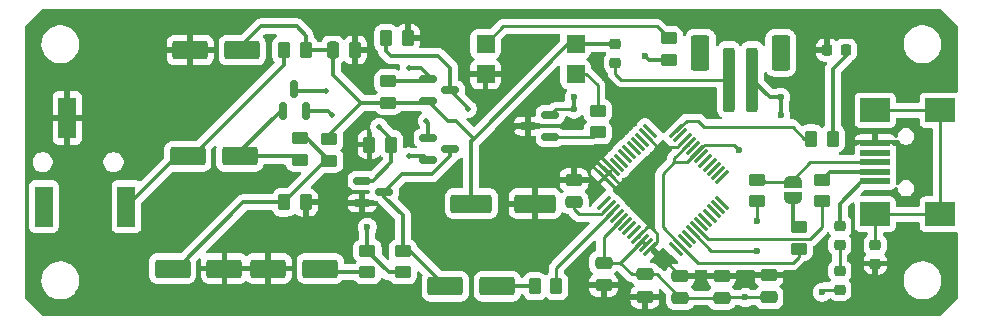
<source format=gbr>
%TF.GenerationSoftware,KiCad,Pcbnew,9.0.1*%
%TF.CreationDate,2025-05-09T23:00:38+01:00*%
%TF.ProjectId,aom-preamp,616f6d2d-7072-4656-916d-702e6b696361,rev?*%
%TF.SameCoordinates,Original*%
%TF.FileFunction,Copper,L1,Top*%
%TF.FilePolarity,Positive*%
%FSLAX46Y46*%
G04 Gerber Fmt 4.6, Leading zero omitted, Abs format (unit mm)*
G04 Created by KiCad (PCBNEW 9.0.1) date 2025-05-09 23:00:38*
%MOMM*%
%LPD*%
G01*
G04 APERTURE LIST*
G04 Aperture macros list*
%AMRoundRect*
0 Rectangle with rounded corners*
0 $1 Rounding radius*
0 $2 $3 $4 $5 $6 $7 $8 $9 X,Y pos of 4 corners*
0 Add a 4 corners polygon primitive as box body*
4,1,4,$2,$3,$4,$5,$6,$7,$8,$9,$2,$3,0*
0 Add four circle primitives for the rounded corners*
1,1,$1+$1,$2,$3*
1,1,$1+$1,$4,$5*
1,1,$1+$1,$6,$7*
1,1,$1+$1,$8,$9*
0 Add four rect primitives between the rounded corners*
20,1,$1+$1,$2,$3,$4,$5,0*
20,1,$1+$1,$4,$5,$6,$7,0*
20,1,$1+$1,$6,$7,$8,$9,0*
20,1,$1+$1,$8,$9,$2,$3,0*%
%AMRotRect*
0 Rectangle, with rotation*
0 The origin of the aperture is its center*
0 $1 length*
0 $2 width*
0 $3 Rotation angle, in degrees counterclockwise*
0 Add horizontal line*
21,1,$1,$2,0,0,$3*%
%AMFreePoly0*
4,1,23,0.500000,-0.750000,0.000000,-0.750000,0.000000,-0.745722,-0.065263,-0.745722,-0.191342,-0.711940,-0.304381,-0.646677,-0.396677,-0.554381,-0.461940,-0.441342,-0.495722,-0.315263,-0.495722,-0.250000,-0.500000,-0.250000,-0.500000,0.250000,-0.495722,0.250000,-0.495722,0.315263,-0.461940,0.441342,-0.396677,0.554381,-0.304381,0.646677,-0.191342,0.711940,-0.065263,0.745722,0.000000,0.745722,
0.000000,0.750000,0.500000,0.750000,0.500000,-0.750000,0.500000,-0.750000,$1*%
%AMFreePoly1*
4,1,23,0.000000,0.745722,0.065263,0.745722,0.191342,0.711940,0.304381,0.646677,0.396677,0.554381,0.461940,0.441342,0.495722,0.315263,0.495722,0.250000,0.500000,0.250000,0.500000,-0.250000,0.495722,-0.250000,0.495722,-0.315263,0.461940,-0.441342,0.396677,-0.554381,0.304381,-0.646677,0.191342,-0.711940,0.065263,-0.745722,0.000000,-0.745722,0.000000,-0.750000,-0.500000,-0.750000,
-0.500000,0.750000,0.000000,0.750000,0.000000,0.745722,0.000000,0.745722,$1*%
G04 Aperture macros list end*
%TA.AperFunction,SMDPad,CuDef*%
%ADD10RoundRect,0.250000X1.250000X0.550000X-1.250000X0.550000X-1.250000X-0.550000X1.250000X-0.550000X0*%
%TD*%
%TA.AperFunction,SMDPad,CuDef*%
%ADD11RoundRect,0.150000X0.150000X-0.587500X0.150000X0.587500X-0.150000X0.587500X-0.150000X-0.587500X0*%
%TD*%
%TA.AperFunction,SMDPad,CuDef*%
%ADD12RoundRect,0.250000X0.450000X-0.262500X0.450000X0.262500X-0.450000X0.262500X-0.450000X-0.262500X0*%
%TD*%
%TA.AperFunction,SMDPad,CuDef*%
%ADD13RoundRect,0.250000X0.262500X0.450000X-0.262500X0.450000X-0.262500X-0.450000X0.262500X-0.450000X0*%
%TD*%
%TA.AperFunction,SMDPad,CuDef*%
%ADD14RotRect,0.280000X1.500000X315.000000*%
%TD*%
%TA.AperFunction,SMDPad,CuDef*%
%ADD15RotRect,1.500000X0.280000X315.000000*%
%TD*%
%TA.AperFunction,SMDPad,CuDef*%
%ADD16RoundRect,0.250000X0.475000X-0.250000X0.475000X0.250000X-0.475000X0.250000X-0.475000X-0.250000X0*%
%TD*%
%TA.AperFunction,SMDPad,CuDef*%
%ADD17RoundRect,0.250000X-0.262500X-0.450000X0.262500X-0.450000X0.262500X0.450000X-0.262500X0.450000X0*%
%TD*%
%TA.AperFunction,SMDPad,CuDef*%
%ADD18RoundRect,0.250000X-0.550000X-0.550000X0.550000X-0.550000X0.550000X0.550000X-0.550000X0.550000X0*%
%TD*%
%TA.AperFunction,SMDPad,CuDef*%
%ADD19RoundRect,0.218750X-0.256250X0.218750X-0.256250X-0.218750X0.256250X-0.218750X0.256250X0.218750X0*%
%TD*%
%TA.AperFunction,SMDPad,CuDef*%
%ADD20RoundRect,0.150000X0.587500X0.150000X-0.587500X0.150000X-0.587500X-0.150000X0.587500X-0.150000X0*%
%TD*%
%TA.AperFunction,SMDPad,CuDef*%
%ADD21RoundRect,0.250000X-0.450000X0.262500X-0.450000X-0.262500X0.450000X-0.262500X0.450000X0.262500X0*%
%TD*%
%TA.AperFunction,SMDPad,CuDef*%
%ADD22FreePoly0,270.000000*%
%TD*%
%TA.AperFunction,SMDPad,CuDef*%
%ADD23FreePoly1,270.000000*%
%TD*%
%TA.AperFunction,SMDPad,CuDef*%
%ADD24RoundRect,0.250000X-1.250000X-0.550000X1.250000X-0.550000X1.250000X0.550000X-1.250000X0.550000X0*%
%TD*%
%TA.AperFunction,SMDPad,CuDef*%
%ADD25R,1.500000X3.500000*%
%TD*%
%TA.AperFunction,SMDPad,CuDef*%
%ADD26RoundRect,0.250000X-1.500000X-0.550000X1.500000X-0.550000X1.500000X0.550000X-1.500000X0.550000X0*%
%TD*%
%TA.AperFunction,SMDPad,CuDef*%
%ADD27RoundRect,0.150000X-0.587500X-0.150000X0.587500X-0.150000X0.587500X0.150000X-0.587500X0.150000X0*%
%TD*%
%TA.AperFunction,SMDPad,CuDef*%
%ADD28R,2.500000X0.500000*%
%TD*%
%TA.AperFunction,SMDPad,CuDef*%
%ADD29R,2.500000X2.000000*%
%TD*%
%TA.AperFunction,SMDPad,CuDef*%
%ADD30RoundRect,0.250000X-0.475000X0.250000X-0.475000X-0.250000X0.475000X-0.250000X0.475000X0.250000X0*%
%TD*%
%TA.AperFunction,SMDPad,CuDef*%
%ADD31RoundRect,0.250000X0.250000X0.475000X-0.250000X0.475000X-0.250000X-0.475000X0.250000X-0.475000X0*%
%TD*%
%TA.AperFunction,SMDPad,CuDef*%
%ADD32RoundRect,0.218750X0.256250X-0.218750X0.256250X0.218750X-0.256250X0.218750X-0.256250X-0.218750X0*%
%TD*%
%TA.AperFunction,SMDPad,CuDef*%
%ADD33RoundRect,0.218750X-0.218750X-0.256250X0.218750X-0.256250X0.218750X0.256250X-0.218750X0.256250X0*%
%TD*%
%TA.AperFunction,SMDPad,CuDef*%
%ADD34RoundRect,0.250000X-0.250000X-2.500000X0.250000X-2.500000X0.250000X2.500000X-0.250000X2.500000X0*%
%TD*%
%TA.AperFunction,SMDPad,CuDef*%
%ADD35RoundRect,0.250000X-0.550000X-1.250000X0.550000X-1.250000X0.550000X1.250000X-0.550000X1.250000X0*%
%TD*%
%TA.AperFunction,ViaPad*%
%ADD36C,0.600000*%
%TD*%
%TA.AperFunction,ViaPad*%
%ADD37C,0.500000*%
%TD*%
%TA.AperFunction,Conductor*%
%ADD38C,0.350000*%
%TD*%
%TA.AperFunction,Conductor*%
%ADD39C,0.250000*%
%TD*%
G04 APERTURE END LIST*
D10*
%TO.P,C3,1*%
%TO.N,Net-(C3-Pad1)*%
X117500000Y-98000000D03*
%TO.P,C3,2*%
%TO.N,GND*%
X113100000Y-98000000D03*
%TD*%
D11*
%TO.P,Q2,1,B*%
%TO.N,Net-(Q2-B)*%
X114375000Y-84650000D03*
%TO.P,Q2,2,E*%
%TO.N,Net-(Q2-E)*%
X116275000Y-84650000D03*
%TO.P,Q2,3,C*%
%TO.N,Net-(Q1-B)*%
X115325000Y-82775000D03*
%TD*%
D12*
%TO.P,R6,1*%
%TO.N,Net-(Q2-E)*%
X124500000Y-98325000D03*
%TO.P,R6,2*%
%TO.N,Net-(Q1-C)*%
X124500000Y-96500000D03*
%TD*%
D13*
%TO.P,R8,1*%
%TO.N,MIC_IN*%
X137500000Y-99500000D03*
%TO.P,R8,2*%
%TO.N,Net-(C4-Pad2)*%
X135675000Y-99500000D03*
%TD*%
D10*
%TO.P,C5,1*%
%TO.N,9V_BAT*%
X110900000Y-79500000D03*
%TO.P,C5,2*%
%TO.N,GND*%
X106500000Y-79500000D03*
%TD*%
D12*
%TO.P,R13,1*%
%TO.N,Net-(R13-Pad1)*%
X154500000Y-92325000D03*
%TO.P,R13,2*%
%TO.N,DP*%
X154500000Y-90500000D03*
%TD*%
D14*
%TO.P,U1,1*%
%TO.N,unconnected-(U1-Pad1)*%
X151535534Y-90272435D03*
%TO.P,U1,2*%
%TO.N,unconnected-(U1-Pad2)*%
X151181980Y-89918882D03*
%TO.P,U1,3*%
%TO.N,unconnected-(U1-Pad3)*%
X150828427Y-89565329D03*
%TO.P,U1,4*%
%TO.N,unconnected-(U1-Pad4)*%
X150474874Y-89211775D03*
%TO.P,U1,5*%
%TO.N,unconnected-(U1-Pad5)*%
X150121320Y-88858222D03*
%TO.P,U1,6*%
%TO.N,unconnected-(U1-Pad6)*%
X149767767Y-88504669D03*
%TO.P,U1,7*%
%TO.N,V3.3*%
X149414213Y-88151115D03*
%TO.P,U1,8*%
%TO.N,unconnected-(U1-Pad8)*%
X149060660Y-87797562D03*
%TO.P,U1,9*%
%TO.N,V3.3*%
X148707107Y-87444008D03*
%TO.P,U1,10*%
%TO.N,GND*%
X148353553Y-87090455D03*
%TO.P,U1,11*%
%TO.N,unconnected-(U1-Pad11)*%
X148000000Y-86736902D03*
%TO.P,U1,12*%
%TO.N,LEDO*%
X147646447Y-86383348D03*
D15*
%TO.P,U1,13*%
%TO.N,unconnected-(U1-Pad13)*%
X145454415Y-86383348D03*
%TO.P,U1,14*%
%TO.N,GND*%
X145100862Y-86736902D03*
%TO.P,U1,15*%
%TO.N,unconnected-(U1-Pad15)*%
X144747309Y-87090455D03*
%TO.P,U1,16*%
%TO.N,unconnected-(U1-Pad16)*%
X144393755Y-87444008D03*
%TO.P,U1,17*%
%TO.N,unconnected-(U1-Pad17)*%
X144040202Y-87797562D03*
%TO.P,U1,18*%
%TO.N,unconnected-(U1-Pad18)*%
X143686649Y-88151115D03*
%TO.P,U1,19*%
%TO.N,unconnected-(U1-Pad19)*%
X143333095Y-88504669D03*
%TO.P,U1,20*%
%TO.N,unconnected-(U1-Pad20)*%
X142979542Y-88858222D03*
%TO.P,U1,21*%
%TO.N,unconnected-(U1-Pad21)*%
X142625988Y-89211775D03*
%TO.P,U1,22*%
%TO.N,GND*%
X142272435Y-89565329D03*
%TO.P,U1,23*%
X141918882Y-89918882D03*
%TO.P,U1,24*%
X141565328Y-90272435D03*
D14*
%TO.P,U1,25*%
%TO.N,unconnected-(U1-Pad25)*%
X141565328Y-92464467D03*
%TO.P,U1,26*%
%TO.N,Net-(C9-Pad2)*%
X141918882Y-92818020D03*
%TO.P,U1,27*%
%TO.N,MIC_IN*%
X142272435Y-93171573D03*
%TO.P,U1,28*%
%TO.N,unconnected-(U1-Pad28)*%
X142625988Y-93525127D03*
%TO.P,U1,29*%
%TO.N,AVDD1*%
X142979542Y-93878680D03*
%TO.P,U1,30*%
%TO.N,unconnected-(U1-Pad30)*%
X143333095Y-94232233D03*
%TO.P,U1,31*%
%TO.N,unconnected-(U1-Pad31)*%
X143686649Y-94585787D03*
%TO.P,U1,32*%
%TO.N,unconnected-(U1-Pad32)*%
X144040202Y-94939340D03*
%TO.P,U1,33*%
%TO.N,GND*%
X144393755Y-95292894D03*
%TO.P,U1,34*%
%TO.N,AVDD1*%
X144747309Y-95646447D03*
%TO.P,U1,35*%
X145100862Y-96000000D03*
%TO.P,U1,36*%
%TO.N,GND*%
X145454415Y-96353554D03*
D15*
%TO.P,U1,37*%
%TO.N,unconnected-(U1-Pad37)*%
X147646447Y-96353554D03*
%TO.P,U1,38*%
%TO.N,V3.3*%
X148000000Y-96000000D03*
%TO.P,U1,39*%
%TO.N,unconnected-(U1-Pad39)*%
X148353553Y-95646447D03*
%TO.P,U1,40*%
%TO.N,unconnected-(U1-Pad40)*%
X148707107Y-95292894D03*
%TO.P,U1,41*%
%TO.N,Net-(R13-Pad1)*%
X149060660Y-94939340D03*
%TO.P,U1,42*%
%TO.N,Net-(R12-Pad1)*%
X149414213Y-94585787D03*
%TO.P,U1,43*%
%TO.N,unconnected-(U1-Pad43)*%
X149767767Y-94232233D03*
%TO.P,U1,44*%
%TO.N,unconnected-(U1-Pad44)*%
X150121320Y-93878680D03*
%TO.P,U1,45*%
%TO.N,unconnected-(U1-Pad45)*%
X150474874Y-93525127D03*
%TO.P,U1,46*%
%TO.N,unconnected-(U1-Pad46)*%
X150828427Y-93171573D03*
%TO.P,U1,47*%
%TO.N,unconnected-(U1-Pad47)*%
X151181980Y-92818020D03*
%TO.P,U1,48*%
%TO.N,unconnected-(U1-Pad48)*%
X151535534Y-92464467D03*
%TD*%
D13*
%TO.P,R3,1*%
%TO.N,9V_BAT*%
X116275000Y-79500000D03*
%TO.P,R3,2*%
%TO.N,Net-(C1-Pad1)*%
X114450000Y-79500000D03*
%TD*%
D16*
%TO.P,C12,1*%
%TO.N,GND*%
X141500000Y-99400000D03*
%TO.P,C12,2*%
%TO.N,AVDD1*%
X141500000Y-97500000D03*
%TD*%
D17*
%TO.P,R2,1*%
%TO.N,Net-(C2-Pad1)*%
X114450000Y-92400000D03*
%TO.P,R2,2*%
%TO.N,GND*%
X116275000Y-92400000D03*
%TD*%
D18*
%TO.P,U2,1*%
%TO.N,Net-(R16-Pad1)*%
X131500000Y-79000000D03*
%TO.P,U2,2*%
%TO.N,GND*%
X131500000Y-81540000D03*
%TO.P,U2,3*%
%TO.N,Net-(R17-Pad2)*%
X139120000Y-81540000D03*
%TO.P,U2,4*%
%TO.N,9V_BAT*%
X139120000Y-79000000D03*
%TD*%
D19*
%TO.P,FB1,1*%
%TO.N,Net-(J3-VBUS)*%
X161500000Y-94425000D03*
%TO.P,FB1,2*%
%TO.N,Net-(F1-Pad1)*%
X161500000Y-96000000D03*
%TD*%
D20*
%TO.P,Q5,1,B*%
%TO.N,Net-(Q5-B)*%
X136987500Y-86887500D03*
%TO.P,Q5,2,E*%
%TO.N,9V_GND*%
X136987500Y-84987500D03*
%TO.P,Q5,3,C*%
%TO.N,GND*%
X135112500Y-85937500D03*
%TD*%
D21*
%TO.P,R16,1*%
%TO.N,Net-(R16-Pad1)*%
X147000000Y-78500000D03*
%TO.P,R16,2*%
%TO.N,V3.3*%
X147000000Y-80325000D03*
%TD*%
D22*
%TO.P,JP2,1,A*%
%TO.N,DP*%
X157500000Y-90700000D03*
D23*
%TO.P,JP2,2,B*%
%TO.N,Net-(JP2-B)*%
X157500000Y-92000000D03*
%TD*%
D24*
%TO.P,C1,1*%
%TO.N,Net-(C1-Pad1)*%
X106300000Y-88500000D03*
%TO.P,C1,2*%
%TO.N,Net-(Q2-B)*%
X110700000Y-88500000D03*
%TD*%
D12*
%TO.P,R1,1*%
%TO.N,Net-(Q2-B)*%
X115775000Y-88812500D03*
%TO.P,R1,2*%
%TO.N,Net-(C2-Pad1)*%
X115775000Y-86987500D03*
%TD*%
D17*
%TO.P,R9,1*%
%TO.N,Net-(Q3-B)*%
X123087500Y-78500000D03*
%TO.P,R9,2*%
%TO.N,GND*%
X124912500Y-78500000D03*
%TD*%
%TO.P,R7,1*%
%TO.N,GND*%
X121675000Y-87500000D03*
%TO.P,R7,2*%
%TO.N,Net-(Q1-B)*%
X123500000Y-87500000D03*
%TD*%
D25*
%TO.P,J4,1*%
%TO.N,unconnected-(J4-Pad1)*%
X94100000Y-92750000D03*
%TO.P,J4,2*%
%TO.N,GND*%
X96100000Y-85250000D03*
%TO.P,J4,3*%
%TO.N,Net-(C1-Pad1)*%
X101100000Y-92750000D03*
%TD*%
D26*
%TO.P,C7,1*%
%TO.N,9V_BAT*%
X130300000Y-92500000D03*
%TO.P,C7,2*%
%TO.N,GND*%
X135700000Y-92500000D03*
%TD*%
D12*
%TO.P,R14,1*%
%TO.N,V3.3*%
X158000000Y-96325000D03*
%TO.P,R14,2*%
%TO.N,Net-(JP2-B)*%
X158000000Y-94500000D03*
%TD*%
D27*
%TO.P,Q1,1,B*%
%TO.N,Net-(Q1-B)*%
X121062500Y-90550000D03*
%TO.P,Q1,2,E*%
%TO.N,GND*%
X121062500Y-92450000D03*
%TO.P,Q1,3,C*%
%TO.N,Net-(Q1-C)*%
X122937500Y-91500000D03*
%TD*%
D16*
%TO.P,C10,1*%
%TO.N,GND*%
X145000000Y-100400000D03*
%TO.P,C10,2*%
%TO.N,AVDD1*%
X145000000Y-98500000D03*
%TD*%
D19*
%TO.P,F2,1*%
%TO.N,9V_BAT*%
X142500000Y-79000000D03*
%TO.P,F2,2*%
%TO.N,Net-(J1-Pin_1)*%
X142500000Y-80575000D03*
%TD*%
D28*
%TO.P,J3,1,VBUS*%
%TO.N,Net-(J3-VBUS)*%
X164500000Y-90600000D03*
%TO.P,J3,2,D-*%
%TO.N,DM*%
X164500000Y-89800000D03*
%TO.P,J3,3,D+*%
%TO.N,DP*%
X164500000Y-89000000D03*
%TO.P,J3,4,ID*%
%TO.N,unconnected-(J3-ID-Pad4)*%
X164500000Y-88200000D03*
%TO.P,J3,5,GND*%
%TO.N,GND*%
X164500000Y-87400000D03*
D29*
%TO.P,J3,6,Shield*%
%TO.N,Net-(J3-Shield)*%
X164500000Y-93400000D03*
X170000000Y-93400000D03*
X164500000Y-84600000D03*
X170000000Y-84600000D03*
%TD*%
D30*
%TO.P,C11,1*%
%TO.N,GND*%
X148000000Y-98600000D03*
%TO.P,C11,2*%
%TO.N,AVDD1*%
X148000000Y-100500000D03*
%TD*%
D12*
%TO.P,R12,1*%
%TO.N,Net-(R12-Pad1)*%
X160000000Y-92325000D03*
%TO.P,R12,2*%
%TO.N,DM*%
X160000000Y-90500000D03*
%TD*%
D24*
%TO.P,C2,1*%
%TO.N,Net-(C2-Pad1)*%
X105000000Y-98000000D03*
%TO.P,C2,2*%
%TO.N,GND*%
X109400000Y-98000000D03*
%TD*%
D31*
%TO.P,C6,1*%
%TO.N,GND*%
X120475000Y-79500000D03*
%TO.P,C6,2*%
%TO.N,9V_BAT*%
X118575000Y-79500000D03*
%TD*%
D30*
%TO.P,C9,1*%
%TO.N,GND*%
X139000000Y-90500000D03*
%TO.P,C9,2*%
%TO.N,Net-(C9-Pad2)*%
X139000000Y-92400000D03*
%TD*%
D21*
%TO.P,R5,1*%
%TO.N,Net-(Q2-E)*%
X121500000Y-96500000D03*
%TO.P,R5,2*%
%TO.N,Net-(C3-Pad1)*%
X121500000Y-98325000D03*
%TD*%
%TO.P,R4,1*%
%TO.N,9V_BAT*%
X118275000Y-87075000D03*
%TO.P,R4,2*%
%TO.N,Net-(C2-Pad1)*%
X118275000Y-88900000D03*
%TD*%
D13*
%TO.P,R15,1*%
%TO.N,Net-(D1-A)*%
X160912500Y-87000000D03*
%TO.P,R15,2*%
%TO.N,LEDO*%
X159087500Y-87000000D03*
%TD*%
D27*
%TO.P,Q3,1,B*%
%TO.N,Net-(Q3-B)*%
X126650000Y-86950000D03*
%TO.P,Q3,2,E*%
%TO.N,Net-(Q3-E)*%
X126650000Y-88850000D03*
%TO.P,Q3,3,C*%
%TO.N,Net-(Q1-C)*%
X128525000Y-87900000D03*
%TD*%
D32*
%TO.P,FB2,1*%
%TO.N,GND*%
X164500000Y-97575000D03*
%TO.P,FB2,2*%
%TO.N,Net-(J3-Shield)*%
X164500000Y-96000000D03*
%TD*%
D12*
%TO.P,R10,1*%
%TO.N,9V_BAT*%
X123275000Y-83975000D03*
%TO.P,R10,2*%
%TO.N,Net-(Q3-E)*%
X123275000Y-82150000D03*
%TD*%
D19*
%TO.P,F1,1*%
%TO.N,Net-(F1-Pad1)*%
X161500000Y-98212500D03*
%TO.P,F1,2*%
%TO.N,AVDD1*%
X161500000Y-99787500D03*
%TD*%
D33*
%TO.P,D1,1,K*%
%TO.N,GND*%
X160425000Y-79500000D03*
%TO.P,D1,2,A*%
%TO.N,Net-(D1-A)*%
X162000000Y-79500000D03*
%TD*%
D24*
%TO.P,C4,1*%
%TO.N,Net-(Q1-C)*%
X128100000Y-99500000D03*
%TO.P,C4,2*%
%TO.N,Net-(C4-Pad2)*%
X132500000Y-99500000D03*
%TD*%
D34*
%TO.P,J1,1,Pin_1*%
%TO.N,Net-(J1-Pin_1)*%
X152100000Y-82000000D03*
%TO.P,J1,2,Pin_2*%
%TO.N,9V_GND*%
X154100000Y-82000000D03*
D35*
%TO.P,J1,MP*%
%TO.N,N/C*%
X149700000Y-79750000D03*
X156500000Y-79750000D03*
%TD*%
D27*
%TO.P,Q4,1,B*%
%TO.N,Net-(Q3-E)*%
X126650000Y-81950000D03*
%TO.P,Q4,2,E*%
%TO.N,9V_BAT*%
X126650000Y-83850000D03*
%TO.P,Q4,3,C*%
%TO.N,Net-(Q3-B)*%
X128525000Y-82900000D03*
%TD*%
D16*
%TO.P,C14,1*%
%TO.N,AVDD1*%
X155500000Y-100450000D03*
%TO.P,C14,2*%
%TO.N,GND*%
X155500000Y-98550000D03*
%TD*%
D30*
%TO.P,C13,1*%
%TO.N,GND*%
X151500000Y-98600000D03*
%TO.P,C13,2*%
%TO.N,AVDD1*%
X151500000Y-100500000D03*
%TD*%
D12*
%TO.P,R17,1*%
%TO.N,Net-(Q5-B)*%
X141000000Y-86475000D03*
%TO.P,R17,2*%
%TO.N,Net-(R17-Pad2)*%
X141000000Y-84650000D03*
%TD*%
D36*
%TO.N,GND*%
X133500000Y-81500000D03*
X134500000Y-80500000D03*
X133000000Y-87000000D03*
X131500000Y-83500000D03*
X136000000Y-84000000D03*
X137000000Y-83000000D03*
%TO.N,AVDD1*%
X153500000Y-100450000D03*
X160000000Y-100000000D03*
%TO.N,9V_GND*%
X156500000Y-85000000D03*
X139000000Y-84500000D03*
X139000000Y-83500000D03*
X156500000Y-83500000D03*
D37*
%TO.N,Net-(Q1-B)*%
X118000000Y-83000000D03*
X122500000Y-86000000D03*
%TO.N,Net-(Q2-E)*%
X118500000Y-85000000D03*
D36*
X121500000Y-94500000D03*
D37*
%TO.N,Net-(Q3-B)*%
X130000000Y-84500000D03*
X126500000Y-85500000D03*
%TO.N,Net-(Q3-E)*%
X125000000Y-81000000D03*
X125000000Y-88500000D03*
D36*
%TO.N,Net-(R13-Pad1)*%
X154500000Y-94000000D03*
X154500000Y-96500000D03*
%TO.N,V3.3*%
X153000000Y-88000000D03*
X145000000Y-80000000D03*
%TD*%
D38*
%TO.N,Net-(Q2-B)*%
X110300000Y-88500000D02*
X115462500Y-88500000D01*
X115462500Y-88500000D02*
X115775000Y-88812500D01*
X110300000Y-88500000D02*
X114150000Y-84650000D01*
X114150000Y-84650000D02*
X114375000Y-84650000D01*
%TO.N,Net-(C1-Pad1)*%
X114450000Y-80750000D02*
X106700000Y-88500000D01*
X106700000Y-88500000D02*
X105350000Y-88500000D01*
X114450000Y-79500000D02*
X114450000Y-80750000D01*
X105350000Y-88500000D02*
X101100000Y-92750000D01*
%TO.N,Net-(C2-Pad1)*%
X117950000Y-88900000D02*
X114450000Y-92400000D01*
X118275000Y-88900000D02*
X117950000Y-88900000D01*
X116362500Y-86987500D02*
X118275000Y-88900000D01*
X105400000Y-98000000D02*
X111000000Y-92400000D01*
X111000000Y-92400000D02*
X114450000Y-92400000D01*
X115775000Y-86987500D02*
X116362500Y-86987500D01*
%TO.N,Net-(C3-Pad1)*%
X117425000Y-98325000D02*
X117100000Y-98000000D01*
X121500000Y-98325000D02*
X117425000Y-98325000D01*
%TO.N,Net-(C4-Pad2)*%
X132500000Y-99500000D02*
X135675000Y-99500000D01*
%TO.N,Net-(Q1-C)*%
X128475000Y-87950000D02*
X128525000Y-87900000D01*
X124437500Y-90000000D02*
X122937500Y-91500000D01*
X122937500Y-91500000D02*
X122937500Y-91937500D01*
X124500000Y-93500000D02*
X124500000Y-96500000D01*
X127000000Y-90000000D02*
X124437500Y-90000000D01*
X128100000Y-99500000D02*
X125100000Y-96500000D01*
X125100000Y-96500000D02*
X124500000Y-96500000D01*
X128525000Y-88475000D02*
X127000000Y-90000000D01*
X122937500Y-91937500D02*
X124500000Y-93500000D01*
X128525000Y-87900000D02*
X128525000Y-88475000D01*
%TO.N,9V_BAT*%
X118575000Y-81575000D02*
X120975000Y-83975000D01*
X130300000Y-87200000D02*
X130500000Y-87000000D01*
X129000000Y-85500000D02*
X130500000Y-87000000D01*
X128300000Y-85500000D02*
X129000000Y-85500000D01*
X112500000Y-77500000D02*
X115500000Y-77500000D01*
X110500000Y-79500000D02*
X112500000Y-77500000D01*
X115500000Y-77500000D02*
X116275000Y-78275000D01*
X118275000Y-87075000D02*
X118275000Y-86675000D01*
X126525000Y-83975000D02*
X126650000Y-83850000D01*
X118575000Y-79500000D02*
X118575000Y-81575000D01*
X139120000Y-79000000D02*
X142500000Y-79000000D01*
X126650000Y-83850000D02*
X128300000Y-85500000D01*
X130300000Y-92500000D02*
X130300000Y-87200000D01*
X116275000Y-79500000D02*
X118575000Y-79500000D01*
X139120000Y-79000000D02*
X138500000Y-79000000D01*
X120975000Y-83975000D02*
X123275000Y-83975000D01*
X118275000Y-86675000D02*
X120975000Y-83975000D01*
X123275000Y-83975000D02*
X126525000Y-83975000D01*
X116275000Y-78275000D02*
X116275000Y-79500000D01*
X138500000Y-79000000D02*
X130500000Y-87000000D01*
D39*
%TO.N,GND*%
X139500000Y-88500000D02*
X141207106Y-88500000D01*
X145186649Y-94500000D02*
X145500000Y-94500000D01*
X131500000Y-81540000D02*
X131500000Y-83500000D01*
X151500000Y-98600000D02*
X148000000Y-98600000D01*
X133000000Y-87000000D02*
X134062500Y-85937500D01*
X146056187Y-87692227D02*
X147751781Y-87692227D01*
X139000000Y-90500000D02*
X139000000Y-89000000D01*
X145100862Y-86736902D02*
X146056187Y-87692227D01*
X145753554Y-96353554D02*
X145454415Y-96353554D01*
X141207106Y-88500000D02*
X142272435Y-89565329D01*
X145500000Y-94500000D02*
X146056187Y-95056187D01*
X144393755Y-95292894D02*
X145186649Y-94500000D01*
X147751781Y-87692227D02*
X148353553Y-87090455D01*
X134062500Y-85937500D02*
X135112500Y-85937500D01*
X151550000Y-98550000D02*
X151500000Y-98600000D01*
X139000000Y-89000000D02*
X139500000Y-88500000D01*
X148000000Y-98600000D02*
X145753554Y-96353554D01*
X155500000Y-98550000D02*
X151550000Y-98550000D01*
X146056187Y-95751782D02*
X145454415Y-96353554D01*
X146056187Y-95056187D02*
X146056187Y-95751782D01*
%TO.N,Net-(C9-Pad2)*%
X139000000Y-92400000D02*
X139000000Y-93000000D01*
X141317110Y-93419792D02*
X141918882Y-92818020D01*
X139419792Y-93419792D02*
X141317110Y-93419792D01*
X139000000Y-93000000D02*
X139419792Y-93419792D01*
%TO.N,AVDD1*%
X161500000Y-99787500D02*
X160212500Y-99787500D01*
X151500000Y-100500000D02*
X148000000Y-100500000D01*
X155500000Y-100450000D02*
X153500000Y-100450000D01*
X145000000Y-98500000D02*
X143893756Y-98500000D01*
X142893756Y-97500000D02*
X141500000Y-97500000D01*
X153500000Y-100450000D02*
X151550000Y-100450000D01*
X148000000Y-100500000D02*
X146000000Y-98500000D01*
X151550000Y-100450000D02*
X151500000Y-100500000D01*
X144747309Y-95646447D02*
X145100862Y-96000000D01*
X141500000Y-95358222D02*
X141500000Y-97500000D01*
X146000000Y-98500000D02*
X145000000Y-98500000D01*
X142979542Y-93878680D02*
X141500000Y-95358222D01*
X144747309Y-95646447D02*
X142893756Y-97500000D01*
X143893756Y-98500000D02*
X142893756Y-97500000D01*
X160212500Y-99787500D02*
X160000000Y-100000000D01*
D38*
%TO.N,Net-(D1-A)*%
X162000000Y-79500000D02*
X162000000Y-80000000D01*
X162000000Y-80000000D02*
X160912500Y-81087500D01*
X160912500Y-81087500D02*
X160912500Y-87000000D01*
D39*
%TO.N,Net-(F1-Pad1)*%
X161500000Y-96000000D02*
X161500000Y-98212500D01*
%TO.N,Net-(J1-Pin_1)*%
X142500000Y-80575000D02*
X142500000Y-81500000D01*
X143000000Y-82000000D02*
X152100000Y-82000000D01*
X142500000Y-81500000D02*
X143000000Y-82000000D01*
D38*
%TO.N,Net-(J3-VBUS)*%
X164500000Y-90600000D02*
X163400000Y-90600000D01*
X161500000Y-92500000D02*
X161500000Y-94425000D01*
X163400000Y-90600000D02*
X161500000Y-92500000D01*
D39*
%TO.N,Net-(J3-Shield)*%
X170000000Y-84600000D02*
X164500000Y-84600000D01*
X164500000Y-96000000D02*
X164500000Y-93400000D01*
X164500000Y-93400000D02*
X170000000Y-93400000D01*
X170000000Y-93400000D02*
X170000000Y-84600000D01*
D38*
%TO.N,9V_GND*%
X156500000Y-83500000D02*
X155600000Y-83500000D01*
D39*
X137475000Y-84500000D02*
X136987500Y-84987500D01*
X139000000Y-84500000D02*
X137475000Y-84500000D01*
D38*
X155600000Y-83500000D02*
X154100000Y-82000000D01*
X156500000Y-85000000D02*
X156500000Y-83500000D01*
X139000000Y-83500000D02*
X139000000Y-84500000D01*
%TO.N,DM*%
X160000000Y-90500000D02*
X160700000Y-89800000D01*
X160700000Y-89800000D02*
X164500000Y-89800000D01*
D39*
%TO.N,DP*%
X159000000Y-89000000D02*
X164500000Y-89000000D01*
X155000000Y-90500000D02*
X155200000Y-90700000D01*
X157500000Y-90700000D02*
X157500000Y-90500000D01*
X154500000Y-90500000D02*
X155000000Y-90500000D01*
X155200000Y-90700000D02*
X157500000Y-90700000D01*
X157500000Y-90500000D02*
X159000000Y-89000000D01*
D38*
%TO.N,Net-(JP2-B)*%
X157500000Y-92000000D02*
X157500000Y-94000000D01*
X157500000Y-94000000D02*
X158000000Y-94500000D01*
%TO.N,Net-(Q1-B)*%
X123500000Y-87000000D02*
X122500000Y-86000000D01*
X115550000Y-83000000D02*
X115325000Y-82775000D01*
X123500000Y-89000000D02*
X123500000Y-87500000D01*
X121062500Y-90550000D02*
X121950000Y-90550000D01*
X118000000Y-83000000D02*
X115550000Y-83000000D01*
X123500000Y-87500000D02*
X123500000Y-87000000D01*
X121950000Y-90550000D02*
X123500000Y-89000000D01*
%TO.N,Net-(Q2-E)*%
X116275000Y-84650000D02*
X118150000Y-84650000D01*
X118150000Y-84650000D02*
X118500000Y-85000000D01*
X123325000Y-98325000D02*
X121500000Y-96500000D01*
X124500000Y-98325000D02*
X123325000Y-98325000D01*
X121500000Y-94500000D02*
X121500000Y-96500000D01*
%TO.N,Net-(Q3-B)*%
X123087500Y-78500000D02*
X123087500Y-79587500D01*
X123087500Y-79587500D02*
X123500000Y-80000000D01*
X126650000Y-85650000D02*
X126500000Y-85500000D01*
X126650000Y-86950000D02*
X126650000Y-85650000D01*
X130000000Y-84375000D02*
X128525000Y-82900000D01*
X128525000Y-81025000D02*
X128525000Y-82900000D01*
X123500000Y-80000000D02*
X127500000Y-80000000D01*
X127500000Y-80000000D02*
X128525000Y-81025000D01*
X130000000Y-84500000D02*
X130000000Y-84375000D01*
%TO.N,Net-(Q3-E)*%
X126000000Y-81000000D02*
X125000000Y-81000000D01*
X126300000Y-88500000D02*
X126650000Y-88850000D01*
X126650000Y-81650000D02*
X126000000Y-81000000D01*
X126650000Y-81950000D02*
X126650000Y-81650000D01*
X126450000Y-82150000D02*
X126650000Y-81950000D01*
X123275000Y-82150000D02*
X126450000Y-82150000D01*
X125000000Y-88500000D02*
X126300000Y-88500000D01*
D39*
%TO.N,Net-(Q5-B)*%
X136987500Y-86887500D02*
X140587500Y-86887500D01*
X140587500Y-86887500D02*
X141000000Y-86475000D01*
%TO.N,MIC_IN*%
X142272435Y-93171573D02*
X137500000Y-97944008D01*
X137500000Y-97944008D02*
X137500000Y-99500000D01*
%TO.N,Net-(R12-Pad1)*%
X150314926Y-95486500D02*
X149414213Y-94585787D01*
X159000000Y-95500000D02*
X158986500Y-95486500D01*
X158986500Y-95486500D02*
X150314926Y-95486500D01*
X160000000Y-94500000D02*
X159000000Y-95500000D01*
X160000000Y-92325000D02*
X160000000Y-94500000D01*
%TO.N,Net-(R13-Pad1)*%
X150621320Y-96500000D02*
X149060660Y-94939340D01*
X154500000Y-96500000D02*
X150621320Y-96500000D01*
X154500000Y-92325000D02*
X154500000Y-94000000D01*
%TO.N,V3.3*%
X148707107Y-87444008D02*
X147500000Y-88651115D01*
X152500000Y-87500000D02*
X153000000Y-88000000D01*
X158000000Y-97000000D02*
X157500000Y-97500000D01*
X157500000Y-97500000D02*
X149500000Y-97500000D01*
X150065328Y-87500000D02*
X152500000Y-87500000D01*
D38*
X147000000Y-80325000D02*
X145325000Y-80325000D01*
D39*
X149414213Y-88151115D02*
X150065328Y-87500000D01*
X149500000Y-97500000D02*
X148000000Y-96000000D01*
X147500000Y-89000000D02*
X148565328Y-89000000D01*
X147500000Y-88651115D02*
X147500000Y-89000000D01*
X146500000Y-94500000D02*
X148000000Y-96000000D01*
D38*
X145325000Y-80325000D02*
X145000000Y-80000000D01*
D39*
X148565328Y-89000000D02*
X149414213Y-88151115D01*
X146500000Y-90000000D02*
X146500000Y-94500000D01*
X147500000Y-89000000D02*
X146500000Y-90000000D01*
X158000000Y-96325000D02*
X158000000Y-97000000D01*
%TO.N,LEDO*%
X150000000Y-86000000D02*
X157500000Y-86000000D01*
X149500000Y-85500000D02*
X150000000Y-86000000D01*
X147646447Y-86383348D02*
X148529795Y-85500000D01*
X148529795Y-85500000D02*
X149500000Y-85500000D01*
X157500000Y-86000000D02*
X158500000Y-87000000D01*
X158500000Y-87000000D02*
X159087500Y-87000000D01*
%TO.N,Net-(R16-Pad1)*%
X133000000Y-77500000D02*
X146000000Y-77500000D01*
X131500000Y-79000000D02*
X133000000Y-77500000D01*
X146000000Y-77500000D02*
X147000000Y-78500000D01*
%TO.N,Net-(R17-Pad2)*%
X141000000Y-82500000D02*
X141000000Y-84650000D01*
X139120000Y-81540000D02*
X140040000Y-81540000D01*
X140040000Y-81540000D02*
X141000000Y-82500000D01*
%TD*%
%TA.AperFunction,Conductor*%
%TO.N,GND*%
G36*
X170016177Y-76020185D02*
G01*
X170036819Y-76036819D01*
X171463181Y-77463181D01*
X171496666Y-77524504D01*
X171499500Y-77550862D01*
X171499500Y-82983131D01*
X171479815Y-83050170D01*
X171427011Y-83095925D01*
X171362246Y-83106421D01*
X171355756Y-83105723D01*
X171297873Y-83099500D01*
X171297865Y-83099500D01*
X168702129Y-83099500D01*
X168702123Y-83099501D01*
X168642516Y-83105908D01*
X168507671Y-83156202D01*
X168507664Y-83156206D01*
X168392455Y-83242452D01*
X168392452Y-83242455D01*
X168306206Y-83357664D01*
X168306202Y-83357671D01*
X168255908Y-83492517D01*
X168250328Y-83544423D01*
X168249501Y-83552123D01*
X168249500Y-83552135D01*
X168249500Y-83850500D01*
X168229815Y-83917539D01*
X168177011Y-83963294D01*
X168125500Y-83974500D01*
X166374499Y-83974500D01*
X166307460Y-83954815D01*
X166261705Y-83902011D01*
X166250499Y-83850500D01*
X166250499Y-83552129D01*
X166250498Y-83552123D01*
X166250497Y-83552116D01*
X166244091Y-83492517D01*
X166238831Y-83478415D01*
X166193797Y-83357671D01*
X166193793Y-83357664D01*
X166107547Y-83242455D01*
X166107544Y-83242452D01*
X165992335Y-83156206D01*
X165992328Y-83156202D01*
X165857482Y-83105908D01*
X165857483Y-83105908D01*
X165797883Y-83099501D01*
X165797881Y-83099500D01*
X165797873Y-83099500D01*
X165797864Y-83099500D01*
X163202129Y-83099500D01*
X163202123Y-83099501D01*
X163142516Y-83105908D01*
X163007671Y-83156202D01*
X163007664Y-83156206D01*
X162892455Y-83242452D01*
X162892452Y-83242455D01*
X162806206Y-83357664D01*
X162806202Y-83357671D01*
X162755908Y-83492517D01*
X162750328Y-83544423D01*
X162749501Y-83552123D01*
X162749500Y-83552135D01*
X162749500Y-85647870D01*
X162749501Y-85647876D01*
X162755908Y-85707483D01*
X162806202Y-85842328D01*
X162806206Y-85842335D01*
X162892452Y-85957544D01*
X162892455Y-85957547D01*
X163007664Y-86043793D01*
X163007671Y-86043797D01*
X163142517Y-86094091D01*
X163142516Y-86094091D01*
X163149444Y-86094835D01*
X163202127Y-86100500D01*
X165797872Y-86100499D01*
X165857483Y-86094091D01*
X165992331Y-86043796D01*
X166107546Y-85957546D01*
X166193796Y-85842331D01*
X166244091Y-85707483D01*
X166250500Y-85647873D01*
X166250500Y-85349500D01*
X166270185Y-85282461D01*
X166322989Y-85236706D01*
X166374500Y-85225500D01*
X168125501Y-85225500D01*
X168192540Y-85245185D01*
X168238295Y-85297989D01*
X168249501Y-85349500D01*
X168249501Y-85647876D01*
X168255908Y-85707483D01*
X168306202Y-85842328D01*
X168306206Y-85842335D01*
X168392452Y-85957544D01*
X168392455Y-85957547D01*
X168507664Y-86043793D01*
X168507671Y-86043797D01*
X168537888Y-86055067D01*
X168642517Y-86094091D01*
X168702127Y-86100500D01*
X169250500Y-86100499D01*
X169317539Y-86120183D01*
X169363294Y-86172987D01*
X169374500Y-86224499D01*
X169374500Y-91775500D01*
X169354815Y-91842539D01*
X169302011Y-91888294D01*
X169250500Y-91899500D01*
X168702129Y-91899500D01*
X168702123Y-91899501D01*
X168642516Y-91905908D01*
X168507671Y-91956202D01*
X168507664Y-91956206D01*
X168392455Y-92042452D01*
X168392452Y-92042455D01*
X168306206Y-92157664D01*
X168306202Y-92157671D01*
X168255908Y-92292517D01*
X168252934Y-92320185D01*
X168249501Y-92352123D01*
X168249500Y-92352135D01*
X168249500Y-92650500D01*
X168229815Y-92717539D01*
X168177011Y-92763294D01*
X168125500Y-92774500D01*
X166374499Y-92774500D01*
X166307460Y-92754815D01*
X166261705Y-92702011D01*
X166250499Y-92650500D01*
X166250499Y-92352129D01*
X166250498Y-92352123D01*
X166250497Y-92352116D01*
X166244091Y-92292517D01*
X166228233Y-92250000D01*
X166193797Y-92157671D01*
X166193793Y-92157664D01*
X166107547Y-92042455D01*
X166107544Y-92042452D01*
X165992335Y-91956206D01*
X165992328Y-91956202D01*
X165857482Y-91905908D01*
X165857483Y-91905908D01*
X165797883Y-91899501D01*
X165797881Y-91899500D01*
X165797873Y-91899500D01*
X165797865Y-91899500D01*
X163355161Y-91899500D01*
X163288122Y-91879815D01*
X163242367Y-91827011D01*
X163232423Y-91757853D01*
X163261448Y-91694297D01*
X163267466Y-91687833D01*
X163568482Y-91386818D01*
X163629805Y-91353333D01*
X163656163Y-91350499D01*
X165797871Y-91350499D01*
X165797872Y-91350499D01*
X165857483Y-91344091D01*
X165992331Y-91293796D01*
X166107546Y-91207546D01*
X166176234Y-91115789D01*
X166232167Y-91073920D01*
X166301859Y-91068936D01*
X166363182Y-91102421D01*
X166396666Y-91163745D01*
X166399500Y-91190102D01*
X166399500Y-91268993D01*
X166399500Y-91268995D01*
X166399499Y-91268995D01*
X166426418Y-91404322D01*
X166426421Y-91404332D01*
X166479221Y-91531804D01*
X166479228Y-91531817D01*
X166555885Y-91646541D01*
X166555888Y-91646545D01*
X166653454Y-91744111D01*
X166653458Y-91744114D01*
X166768182Y-91820771D01*
X166768195Y-91820778D01*
X166895667Y-91873578D01*
X166895672Y-91873580D01*
X166895676Y-91873580D01*
X166895677Y-91873581D01*
X167031004Y-91900500D01*
X167031007Y-91900500D01*
X167168995Y-91900500D01*
X167260041Y-91882389D01*
X167304328Y-91873580D01*
X167431811Y-91820775D01*
X167546542Y-91744114D01*
X167644114Y-91646542D01*
X167720775Y-91531811D01*
X167773580Y-91404328D01*
X167785895Y-91342416D01*
X167800500Y-91268995D01*
X167800500Y-91131004D01*
X167773581Y-90995677D01*
X167773580Y-90995676D01*
X167773580Y-90995672D01*
X167773578Y-90995667D01*
X167720778Y-90868195D01*
X167720771Y-90868182D01*
X167644114Y-90753458D01*
X167644111Y-90753454D01*
X167546545Y-90655888D01*
X167546541Y-90655885D01*
X167431817Y-90579228D01*
X167431804Y-90579221D01*
X167304332Y-90526421D01*
X167304322Y-90526418D01*
X167168995Y-90499500D01*
X167168993Y-90499500D01*
X167031007Y-90499500D01*
X167031005Y-90499500D01*
X166895677Y-90526418D01*
X166895667Y-90526421D01*
X166768195Y-90579221D01*
X166768182Y-90579228D01*
X166653458Y-90655885D01*
X166653454Y-90655888D01*
X166555888Y-90753454D01*
X166477601Y-90870618D01*
X166423988Y-90915422D01*
X166354663Y-90924129D01*
X166291636Y-90893974D01*
X166254917Y-90834531D01*
X166250499Y-90801732D01*
X166250499Y-90302128D01*
X166244091Y-90242517D01*
X166244090Y-90242515D01*
X166244090Y-90242512D01*
X166242308Y-90234969D01*
X166243773Y-90234622D01*
X166239409Y-90173651D01*
X166243819Y-90158633D01*
X166244089Y-90157488D01*
X166244088Y-90157488D01*
X166244091Y-90157483D01*
X166250500Y-90097873D01*
X166250499Y-89502128D01*
X166244091Y-89442517D01*
X166244090Y-89442515D01*
X166244090Y-89442512D01*
X166242308Y-89434969D01*
X166243773Y-89434622D01*
X166239409Y-89373651D01*
X166243819Y-89358633D01*
X166244089Y-89357488D01*
X166244088Y-89357488D01*
X166244091Y-89357483D01*
X166250500Y-89297873D01*
X166250499Y-88702128D01*
X166244091Y-88642517D01*
X166244090Y-88642515D01*
X166244090Y-88642512D01*
X166242308Y-88634969D01*
X166243773Y-88634622D01*
X166239409Y-88573651D01*
X166243819Y-88558633D01*
X166244089Y-88557488D01*
X166244088Y-88557488D01*
X166244091Y-88557483D01*
X166250500Y-88497873D01*
X166250499Y-87902128D01*
X166244091Y-87842517D01*
X166244091Y-87842516D01*
X166242307Y-87834966D01*
X166243559Y-87834669D01*
X166239145Y-87772924D01*
X166243132Y-87759346D01*
X166243598Y-87757375D01*
X166249999Y-87697844D01*
X166250000Y-87697827D01*
X166250000Y-87650000D01*
X166212694Y-87650000D01*
X166145655Y-87630315D01*
X166113429Y-87600313D01*
X166107546Y-87592454D01*
X166107544Y-87592452D01*
X166107543Y-87592451D01*
X165992335Y-87506206D01*
X165992328Y-87506202D01*
X165857482Y-87455908D01*
X165857483Y-87455908D01*
X165797883Y-87449501D01*
X165797881Y-87449500D01*
X165797873Y-87449500D01*
X165797865Y-87449500D01*
X163202129Y-87449500D01*
X163202123Y-87449501D01*
X163142516Y-87455908D01*
X163007671Y-87506202D01*
X163007664Y-87506206D01*
X162892456Y-87592451D01*
X162892454Y-87592454D01*
X162886571Y-87600312D01*
X162830639Y-87642182D01*
X162787306Y-87650000D01*
X162750000Y-87650000D01*
X162750000Y-87697844D01*
X162756401Y-87757372D01*
X162758187Y-87764930D01*
X162756542Y-87765318D01*
X162760851Y-87825656D01*
X162755943Y-87842371D01*
X162755908Y-87842520D01*
X162749580Y-87901380D01*
X162749500Y-87902127D01*
X162749500Y-88137864D01*
X162749501Y-88250500D01*
X162729817Y-88317539D01*
X162677013Y-88363294D01*
X162625501Y-88374500D01*
X161539433Y-88374500D01*
X161472394Y-88354815D01*
X161426639Y-88302011D01*
X161416695Y-88232853D01*
X161445720Y-88169297D01*
X161488984Y-88140423D01*
X161487791Y-88137864D01*
X161494326Y-88134816D01*
X161494334Y-88134814D01*
X161643656Y-88042712D01*
X161767712Y-87918656D01*
X161859814Y-87769334D01*
X161914999Y-87602797D01*
X161925500Y-87500009D01*
X161925499Y-87102155D01*
X162750000Y-87102155D01*
X162750000Y-87150000D01*
X164250000Y-87150000D01*
X164250000Y-86650000D01*
X164750000Y-86650000D01*
X164750000Y-87150000D01*
X166250000Y-87150000D01*
X166286319Y-87113681D01*
X166287600Y-87114962D01*
X166322489Y-87084731D01*
X166391647Y-87074787D01*
X166455203Y-87103812D01*
X166477102Y-87128634D01*
X166555885Y-87246541D01*
X166555888Y-87246545D01*
X166653454Y-87344111D01*
X166653458Y-87344114D01*
X166768182Y-87420771D01*
X166768195Y-87420778D01*
X166860692Y-87459091D01*
X166895672Y-87473580D01*
X166895676Y-87473580D01*
X166895677Y-87473581D01*
X167031004Y-87500500D01*
X167031007Y-87500500D01*
X167168995Y-87500500D01*
X167273053Y-87479801D01*
X167304328Y-87473580D01*
X167402924Y-87432740D01*
X167431804Y-87420778D01*
X167431804Y-87420777D01*
X167431811Y-87420775D01*
X167546542Y-87344114D01*
X167644114Y-87246542D01*
X167720775Y-87131811D01*
X167723692Y-87124770D01*
X167744395Y-87074787D01*
X167773580Y-87004328D01*
X167792268Y-86910379D01*
X167800500Y-86868995D01*
X167800500Y-86731004D01*
X167773581Y-86595677D01*
X167773580Y-86595676D01*
X167773580Y-86595672D01*
X167749347Y-86537168D01*
X167720778Y-86468195D01*
X167720771Y-86468182D01*
X167644114Y-86353458D01*
X167644111Y-86353454D01*
X167546545Y-86255888D01*
X167546541Y-86255885D01*
X167431817Y-86179228D01*
X167431804Y-86179221D01*
X167304332Y-86126421D01*
X167304322Y-86126418D01*
X167168995Y-86099500D01*
X167168993Y-86099500D01*
X167031007Y-86099500D01*
X167031005Y-86099500D01*
X166895677Y-86126418D01*
X166895667Y-86126421D01*
X166768195Y-86179221D01*
X166768182Y-86179228D01*
X166653458Y-86255885D01*
X166653454Y-86255888D01*
X166555888Y-86353454D01*
X166555885Y-86353458D01*
X166479228Y-86468182D01*
X166479221Y-86468195D01*
X166426421Y-86595667D01*
X166426418Y-86595677D01*
X166399500Y-86731004D01*
X166399500Y-86810730D01*
X166379815Y-86877769D01*
X166327011Y-86923524D01*
X166257853Y-86933468D01*
X166194297Y-86904443D01*
X166176234Y-86885042D01*
X166107187Y-86792809D01*
X165992093Y-86706649D01*
X165992086Y-86706645D01*
X165857379Y-86656403D01*
X165857372Y-86656401D01*
X165797844Y-86650000D01*
X164750000Y-86650000D01*
X164250000Y-86650000D01*
X163202155Y-86650000D01*
X163142627Y-86656401D01*
X163142620Y-86656403D01*
X163007913Y-86706645D01*
X163007906Y-86706649D01*
X162892812Y-86792809D01*
X162892809Y-86792812D01*
X162806649Y-86907906D01*
X162806645Y-86907913D01*
X162756403Y-87042620D01*
X162756401Y-87042627D01*
X162750000Y-87102155D01*
X161925499Y-87102155D01*
X161925499Y-86999998D01*
X161925499Y-86499998D01*
X161925498Y-86499980D01*
X161914999Y-86397203D01*
X161914998Y-86397200D01*
X161904390Y-86365187D01*
X161859814Y-86230666D01*
X161767712Y-86081344D01*
X161643656Y-85957288D01*
X161637989Y-85952807D01*
X161639430Y-85950984D01*
X161600175Y-85907335D01*
X161588000Y-85853752D01*
X161588000Y-81418663D01*
X161607685Y-81351624D01*
X161624319Y-81330982D01*
X162524695Y-80430606D01*
X162527986Y-80425680D01*
X162530140Y-80422455D01*
X162568148Y-80385802D01*
X162667891Y-80324281D01*
X162786781Y-80205391D01*
X162875049Y-80062287D01*
X162927936Y-79902685D01*
X162938000Y-79804174D01*
X162938000Y-79195826D01*
X162927936Y-79097315D01*
X162875049Y-78937713D01*
X162835774Y-78874038D01*
X166899500Y-78874038D01*
X166899500Y-79125962D01*
X166938020Y-79369166D01*
X166938910Y-79374785D01*
X167016760Y-79614383D01*
X167085861Y-79750000D01*
X167120074Y-79817147D01*
X167131132Y-79838848D01*
X167279201Y-80042649D01*
X167279205Y-80042654D01*
X167457345Y-80220794D01*
X167457350Y-80220798D01*
X167599238Y-80323885D01*
X167661155Y-80368870D01*
X167787685Y-80433340D01*
X167885616Y-80483239D01*
X167885618Y-80483239D01*
X167885621Y-80483241D01*
X168125215Y-80561090D01*
X168374038Y-80600500D01*
X168374039Y-80600500D01*
X168625961Y-80600500D01*
X168625962Y-80600500D01*
X168874785Y-80561090D01*
X169114379Y-80483241D01*
X169338845Y-80368870D01*
X169542656Y-80220793D01*
X169720793Y-80042656D01*
X169868870Y-79838845D01*
X169983241Y-79614379D01*
X170061090Y-79374785D01*
X170100500Y-79125962D01*
X170100500Y-78874038D01*
X170061090Y-78625215D01*
X169983241Y-78385621D01*
X169983239Y-78385618D01*
X169983239Y-78385616D01*
X169932223Y-78285493D01*
X169868870Y-78161155D01*
X169846720Y-78130668D01*
X169720798Y-77957350D01*
X169720794Y-77957345D01*
X169542654Y-77779205D01*
X169542649Y-77779201D01*
X169338848Y-77631132D01*
X169338847Y-77631131D01*
X169338845Y-77631130D01*
X169241743Y-77581654D01*
X169114383Y-77516760D01*
X168874785Y-77438910D01*
X168625962Y-77399500D01*
X168374038Y-77399500D01*
X168249626Y-77419205D01*
X168125214Y-77438910D01*
X167885616Y-77516760D01*
X167661151Y-77631132D01*
X167457350Y-77779201D01*
X167457345Y-77779205D01*
X167279205Y-77957345D01*
X167279201Y-77957350D01*
X167131132Y-78161151D01*
X167016760Y-78385616D01*
X166938910Y-78625214D01*
X166913167Y-78787751D01*
X166899500Y-78874038D01*
X162835774Y-78874038D01*
X162786781Y-78794609D01*
X162667891Y-78675719D01*
X162667887Y-78675716D01*
X162524795Y-78587455D01*
X162524789Y-78587452D01*
X162524787Y-78587451D01*
X162365185Y-78534564D01*
X162365183Y-78534563D01*
X162266681Y-78524500D01*
X162266674Y-78524500D01*
X161733326Y-78524500D01*
X161733318Y-78524500D01*
X161634816Y-78534563D01*
X161634815Y-78534564D01*
X161568152Y-78556654D01*
X161475215Y-78587450D01*
X161475204Y-78587455D01*
X161332112Y-78675716D01*
X161332107Y-78675719D01*
X161299827Y-78708000D01*
X161238503Y-78741485D01*
X161168812Y-78736499D01*
X161124467Y-78708000D01*
X161092580Y-78676114D01*
X160949577Y-78587908D01*
X160949572Y-78587906D01*
X160790083Y-78535057D01*
X160691650Y-78525000D01*
X160675000Y-78525000D01*
X160675000Y-79376000D01*
X160655315Y-79443039D01*
X160602511Y-79488794D01*
X160551000Y-79500000D01*
X160425000Y-79500000D01*
X160425000Y-79626000D01*
X160405315Y-79693039D01*
X160352511Y-79738794D01*
X160301000Y-79750000D01*
X159487501Y-79750000D01*
X159487501Y-79804152D01*
X159497556Y-79902583D01*
X159550406Y-80062072D01*
X159550408Y-80062077D01*
X159638614Y-80205080D01*
X159757419Y-80323885D01*
X159900422Y-80412091D01*
X159900427Y-80412093D01*
X160059916Y-80464942D01*
X160158355Y-80474999D01*
X160277353Y-80474999D01*
X160344393Y-80494683D01*
X160390148Y-80547487D01*
X160400092Y-80616645D01*
X160380457Y-80667889D01*
X160313882Y-80767526D01*
X160313878Y-80767534D01*
X160262959Y-80890463D01*
X160262957Y-80890471D01*
X160241072Y-81000497D01*
X160241072Y-81000501D01*
X160237000Y-81020968D01*
X160237000Y-85853752D01*
X160217315Y-85920791D01*
X160199299Y-85942794D01*
X160189595Y-85952198D01*
X160181344Y-85957288D01*
X160086980Y-86051651D01*
X160086299Y-86052312D01*
X160056187Y-86068147D01*
X160026358Y-86084436D01*
X160025352Y-86084364D01*
X160024459Y-86084834D01*
X159990564Y-86081876D01*
X159956666Y-86079452D01*
X159955704Y-86078834D01*
X159954854Y-86078760D01*
X159951236Y-86075962D01*
X159912319Y-86050951D01*
X159818657Y-85957289D01*
X159818656Y-85957288D01*
X159693627Y-85880170D01*
X159669336Y-85865187D01*
X159669331Y-85865185D01*
X159663229Y-85863163D01*
X159502797Y-85810001D01*
X159502795Y-85810000D01*
X159400010Y-85799500D01*
X158774998Y-85799500D01*
X158774980Y-85799501D01*
X158672203Y-85810000D01*
X158672200Y-85810001D01*
X158505668Y-85865185D01*
X158505659Y-85865189D01*
X158430845Y-85911335D01*
X158363452Y-85929775D01*
X158296789Y-85908852D01*
X158278068Y-85893477D01*
X157995897Y-85611307D01*
X157985859Y-85601269D01*
X157985858Y-85601267D01*
X157898733Y-85514142D01*
X157845265Y-85478416D01*
X157838618Y-85473974D01*
X157838613Y-85473970D01*
X157796290Y-85445690D01*
X157796286Y-85445688D01*
X157715792Y-85412347D01*
X157682452Y-85398537D01*
X157585130Y-85379179D01*
X157581532Y-85378463D01*
X157581531Y-85378463D01*
X157574160Y-85376997D01*
X157561607Y-85374500D01*
X157561606Y-85374500D01*
X157392784Y-85374500D01*
X157325745Y-85354815D01*
X157279990Y-85302011D01*
X157270046Y-85232853D01*
X157271167Y-85226308D01*
X157300500Y-85078844D01*
X157300500Y-84921155D01*
X157300499Y-84921153D01*
X157283345Y-84834916D01*
X157269737Y-84766503D01*
X157256660Y-84734931D01*
X157209397Y-84620827D01*
X157209390Y-84620814D01*
X157196398Y-84601370D01*
X157175520Y-84534692D01*
X157175500Y-84532479D01*
X157175500Y-83967519D01*
X157195185Y-83900480D01*
X157196398Y-83898628D01*
X157196459Y-83898537D01*
X157209394Y-83879179D01*
X157269737Y-83733497D01*
X157300500Y-83578842D01*
X157300500Y-83421158D01*
X157300500Y-83421155D01*
X157300499Y-83421153D01*
X157294823Y-83392620D01*
X157269737Y-83266503D01*
X157266176Y-83257906D01*
X157209397Y-83120827D01*
X157209390Y-83120814D01*
X157121789Y-82989711D01*
X157121786Y-82989707D01*
X157010292Y-82878213D01*
X157010288Y-82878210D01*
X156879185Y-82790609D01*
X156879172Y-82790602D01*
X156733501Y-82730264D01*
X156733489Y-82730261D01*
X156578845Y-82699500D01*
X156578842Y-82699500D01*
X156421158Y-82699500D01*
X156421155Y-82699500D01*
X156266510Y-82730261D01*
X156266498Y-82730264D01*
X156120827Y-82790602D01*
X156120813Y-82790610D01*
X156101372Y-82803601D01*
X156083325Y-82809252D01*
X156067415Y-82819477D01*
X156036457Y-82823928D01*
X156034695Y-82824480D01*
X156032480Y-82824500D01*
X155931163Y-82824500D01*
X155864124Y-82804815D01*
X155843482Y-82788181D01*
X155136818Y-82081517D01*
X155103333Y-82020194D01*
X155100499Y-81993836D01*
X155100499Y-81489572D01*
X155120184Y-81422533D01*
X155172988Y-81376778D01*
X155242146Y-81366834D01*
X155305702Y-81395859D01*
X155330036Y-81424474D01*
X155357288Y-81468656D01*
X155481344Y-81592712D01*
X155630666Y-81684814D01*
X155797203Y-81739999D01*
X155899991Y-81750500D01*
X157100008Y-81750499D01*
X157202797Y-81739999D01*
X157369334Y-81684814D01*
X157518656Y-81592712D01*
X157642712Y-81468656D01*
X157734814Y-81319334D01*
X157789999Y-81152797D01*
X157800500Y-81050009D01*
X157800499Y-79195849D01*
X159487500Y-79195849D01*
X159487500Y-79250000D01*
X160175000Y-79250000D01*
X160175000Y-78524999D01*
X160158356Y-78525000D01*
X160059915Y-78535057D01*
X159900427Y-78587906D01*
X159900422Y-78587908D01*
X159757419Y-78676114D01*
X159638614Y-78794919D01*
X159550408Y-78937922D01*
X159550406Y-78937927D01*
X159497557Y-79097416D01*
X159487500Y-79195849D01*
X157800499Y-79195849D01*
X157800499Y-78449992D01*
X157798931Y-78434647D01*
X157789999Y-78347203D01*
X157789998Y-78347200D01*
X157773431Y-78297204D01*
X157734814Y-78180666D01*
X157642712Y-78031344D01*
X157518656Y-77907288D01*
X157425888Y-77850069D01*
X157369336Y-77815187D01*
X157369331Y-77815185D01*
X157367862Y-77814698D01*
X157202797Y-77760001D01*
X157202795Y-77760000D01*
X157100010Y-77749500D01*
X155899998Y-77749500D01*
X155899981Y-77749501D01*
X155797203Y-77760000D01*
X155797200Y-77760001D01*
X155630668Y-77815185D01*
X155630663Y-77815187D01*
X155481342Y-77907289D01*
X155357289Y-78031342D01*
X155265187Y-78180663D01*
X155265185Y-78180668D01*
X155255465Y-78210001D01*
X155210001Y-78347203D01*
X155210001Y-78347204D01*
X155210000Y-78347204D01*
X155199500Y-78449983D01*
X155199500Y-79010426D01*
X155179815Y-79077465D01*
X155127011Y-79123220D01*
X155057853Y-79133164D01*
X154994297Y-79104139D01*
X154969961Y-79075522D01*
X154942712Y-79031344D01*
X154818657Y-78907289D01*
X154818656Y-78907288D01*
X154725888Y-78850069D01*
X154669336Y-78815187D01*
X154669331Y-78815185D01*
X154667862Y-78814698D01*
X154502797Y-78760001D01*
X154502795Y-78760000D01*
X154400010Y-78749500D01*
X153799998Y-78749500D01*
X153799980Y-78749501D01*
X153697203Y-78760000D01*
X153697200Y-78760001D01*
X153530668Y-78815185D01*
X153530663Y-78815187D01*
X153381342Y-78907289D01*
X153257289Y-79031342D01*
X153205539Y-79115243D01*
X153153591Y-79161967D01*
X153084628Y-79173190D01*
X153020546Y-79145346D01*
X152994461Y-79115243D01*
X152987612Y-79104139D01*
X152942712Y-79031344D01*
X152818656Y-78907288D01*
X152725888Y-78850069D01*
X152669336Y-78815187D01*
X152669331Y-78815185D01*
X152667862Y-78814698D01*
X152502797Y-78760001D01*
X152502795Y-78760000D01*
X152400010Y-78749500D01*
X151799998Y-78749500D01*
X151799980Y-78749501D01*
X151697203Y-78760000D01*
X151697200Y-78760001D01*
X151530668Y-78815185D01*
X151530663Y-78815187D01*
X151381342Y-78907289D01*
X151257289Y-79031342D01*
X151230038Y-79075524D01*
X151178090Y-79122248D01*
X151109127Y-79133471D01*
X151045045Y-79105627D01*
X151006189Y-79047558D01*
X151000499Y-79010427D01*
X151000499Y-78449998D01*
X151000498Y-78449981D01*
X150989999Y-78347203D01*
X150989998Y-78347200D01*
X150973431Y-78297204D01*
X150934814Y-78180666D01*
X150842712Y-78031344D01*
X150718656Y-77907288D01*
X150625888Y-77850069D01*
X150569336Y-77815187D01*
X150569331Y-77815185D01*
X150567862Y-77814698D01*
X150402797Y-77760001D01*
X150402795Y-77760000D01*
X150300010Y-77749500D01*
X149099998Y-77749500D01*
X149099981Y-77749501D01*
X148997203Y-77760000D01*
X148997200Y-77760001D01*
X148830668Y-77815185D01*
X148830663Y-77815187D01*
X148681342Y-77907289D01*
X148557289Y-78031342D01*
X148465187Y-78180663D01*
X148465185Y-78180668D01*
X148462924Y-78187491D01*
X148442878Y-78247989D01*
X148442205Y-78250019D01*
X148402432Y-78307464D01*
X148337916Y-78334287D01*
X148269141Y-78321972D01*
X148217941Y-78274429D01*
X148200499Y-78211015D01*
X148200499Y-78187490D01*
X148200498Y-78187480D01*
X148189999Y-78084703D01*
X148189998Y-78084700D01*
X148187766Y-78077963D01*
X148134814Y-77918166D01*
X148042712Y-77768844D01*
X147918656Y-77644788D01*
X147769334Y-77552686D01*
X147602797Y-77497501D01*
X147602795Y-77497500D01*
X147500016Y-77487000D01*
X147500009Y-77487000D01*
X146922953Y-77487000D01*
X146855914Y-77467315D01*
X146835272Y-77450681D01*
X146495822Y-77111232D01*
X146485859Y-77101269D01*
X146485858Y-77101267D01*
X146398733Y-77014142D01*
X146347509Y-76979915D01*
X146296286Y-76945688D01*
X146296283Y-76945686D01*
X146296280Y-76945685D01*
X146222603Y-76915168D01*
X146222601Y-76915167D01*
X146215792Y-76912347D01*
X146182452Y-76898537D01*
X146122029Y-76886518D01*
X146117306Y-76885578D01*
X146117304Y-76885578D01*
X146061610Y-76874500D01*
X146061607Y-76874500D01*
X146061606Y-76874500D01*
X133061606Y-76874500D01*
X132938393Y-76874500D01*
X132938389Y-76874500D01*
X132882697Y-76885578D01*
X132877971Y-76886518D01*
X132834743Y-76895116D01*
X132817546Y-76898537D01*
X132703716Y-76945687D01*
X132623182Y-76999499D01*
X132601266Y-77014142D01*
X132601260Y-77014147D01*
X131952227Y-77663181D01*
X131890904Y-77696666D01*
X131864546Y-77699500D01*
X130899998Y-77699500D01*
X130899980Y-77699501D01*
X130797203Y-77710000D01*
X130797200Y-77710001D01*
X130630668Y-77765185D01*
X130630663Y-77765187D01*
X130481342Y-77857289D01*
X130357289Y-77981342D01*
X130265187Y-78130663D01*
X130265185Y-78130668D01*
X130248617Y-78180668D01*
X130210001Y-78297203D01*
X130210001Y-78297204D01*
X130210000Y-78297204D01*
X130199500Y-78399983D01*
X130199500Y-79600001D01*
X130199501Y-79600018D01*
X130210000Y-79702796D01*
X130210001Y-79702799D01*
X130265185Y-79869331D01*
X130265187Y-79869336D01*
X130288705Y-79907465D01*
X130356948Y-80018105D01*
X130357289Y-80018657D01*
X130481344Y-80142712D01*
X130517080Y-80164754D01*
X130563805Y-80216702D01*
X130575028Y-80285664D01*
X130547185Y-80349746D01*
X130517083Y-80375830D01*
X130481659Y-80397680D01*
X130481655Y-80397683D01*
X130357684Y-80521654D01*
X130265643Y-80670875D01*
X130265641Y-80670880D01*
X130210494Y-80837302D01*
X130210493Y-80837309D01*
X130200000Y-80940013D01*
X130200000Y-81290000D01*
X132799999Y-81290000D01*
X132799999Y-80940028D01*
X132799998Y-80940013D01*
X132789505Y-80837302D01*
X132734358Y-80670880D01*
X132734356Y-80670875D01*
X132642315Y-80521654D01*
X132518343Y-80397682D01*
X132482917Y-80375831D01*
X132436193Y-80323883D01*
X132424972Y-80254920D01*
X132452816Y-80190838D01*
X132482915Y-80164756D01*
X132518656Y-80142712D01*
X132642712Y-80018656D01*
X132734814Y-79869334D01*
X132789999Y-79702797D01*
X132800500Y-79600009D01*
X132800499Y-78635452D01*
X132820183Y-78568414D01*
X132836818Y-78547772D01*
X133222772Y-78161819D01*
X133284095Y-78128334D01*
X133310453Y-78125500D01*
X137715178Y-78125500D01*
X137782217Y-78145185D01*
X137827972Y-78197989D01*
X137837916Y-78267147D01*
X137832884Y-78288504D01*
X137830000Y-78297204D01*
X137819500Y-78399983D01*
X137819500Y-78673836D01*
X137799815Y-78740875D01*
X137783181Y-78761517D01*
X130587680Y-85957017D01*
X130526357Y-85990502D01*
X130456665Y-85985518D01*
X130412318Y-85957017D01*
X129917482Y-85462181D01*
X129883997Y-85400858D01*
X129888981Y-85331166D01*
X129930853Y-85275233D01*
X129996317Y-85250816D01*
X130005163Y-85250500D01*
X130073920Y-85250500D01*
X130199598Y-85225500D01*
X130218913Y-85221658D01*
X130324547Y-85177902D01*
X130355488Y-85165087D01*
X130355488Y-85165086D01*
X130355495Y-85165084D01*
X130478416Y-85082951D01*
X130582951Y-84978416D01*
X130665084Y-84855495D01*
X130721658Y-84718913D01*
X130736459Y-84644505D01*
X130750500Y-84573920D01*
X130750500Y-84426079D01*
X130721659Y-84281092D01*
X130721658Y-84281091D01*
X130721658Y-84281087D01*
X130715617Y-84266503D01*
X130665087Y-84144511D01*
X130665080Y-84144498D01*
X130582951Y-84021584D01*
X130582949Y-84021581D01*
X130571458Y-84010091D01*
X130556041Y-83991307D01*
X130524695Y-83944394D01*
X130524693Y-83944392D01*
X130524691Y-83944389D01*
X129798533Y-83218232D01*
X129765048Y-83156909D01*
X129762597Y-83120817D01*
X129762764Y-83118687D01*
X129763000Y-83115694D01*
X129763000Y-82684306D01*
X129760098Y-82647431D01*
X129759445Y-82645185D01*
X129714245Y-82489606D01*
X129714244Y-82489603D01*
X129714244Y-82489602D01*
X129630581Y-82348135D01*
X129630579Y-82348133D01*
X129630576Y-82348129D01*
X129514370Y-82231923D01*
X129514362Y-82231917D01*
X129372896Y-82148255D01*
X129372895Y-82148254D01*
X129344436Y-82139986D01*
X130200001Y-82139986D01*
X130210494Y-82242697D01*
X130265641Y-82409119D01*
X130265643Y-82409124D01*
X130357684Y-82558345D01*
X130481654Y-82682315D01*
X130630875Y-82774356D01*
X130630880Y-82774358D01*
X130797302Y-82829505D01*
X130797309Y-82829506D01*
X130900019Y-82839999D01*
X131249999Y-82839999D01*
X131750000Y-82839999D01*
X132099972Y-82839999D01*
X132099986Y-82839998D01*
X132202697Y-82829505D01*
X132369119Y-82774358D01*
X132369124Y-82774356D01*
X132518345Y-82682315D01*
X132642315Y-82558345D01*
X132734356Y-82409124D01*
X132734358Y-82409119D01*
X132789505Y-82242697D01*
X132789506Y-82242690D01*
X132799999Y-82139986D01*
X132800000Y-82139973D01*
X132800000Y-81790000D01*
X131750000Y-81790000D01*
X131750000Y-82839999D01*
X131249999Y-82839999D01*
X131250000Y-82839998D01*
X131250000Y-81790000D01*
X130200001Y-81790000D01*
X130200001Y-82139986D01*
X129344436Y-82139986D01*
X129289904Y-82124143D01*
X129231019Y-82086536D01*
X129201813Y-82023064D01*
X129200500Y-82005067D01*
X129200500Y-80958469D01*
X129200499Y-80958466D01*
X129200229Y-80957109D01*
X129198225Y-80947030D01*
X129196825Y-80939989D01*
X129196825Y-80939988D01*
X129174542Y-80827969D01*
X129174541Y-80827968D01*
X129174541Y-80827964D01*
X129123620Y-80705031D01*
X129123618Y-80705028D01*
X129123616Y-80705024D01*
X129049695Y-80594394D01*
X129049692Y-80594390D01*
X127930609Y-79475307D01*
X127930605Y-79475304D01*
X127819975Y-79401383D01*
X127819965Y-79401378D01*
X127697036Y-79350459D01*
X127697028Y-79350457D01*
X127566535Y-79324500D01*
X127566531Y-79324500D01*
X126012727Y-79324500D01*
X125945688Y-79304815D01*
X125899933Y-79252011D01*
X125889989Y-79182853D01*
X125895021Y-79161496D01*
X125914505Y-79102697D01*
X125914506Y-79102690D01*
X125924999Y-78999986D01*
X125925000Y-78999973D01*
X125925000Y-78750000D01*
X125036500Y-78750000D01*
X124969461Y-78730315D01*
X124923706Y-78677511D01*
X124912500Y-78626000D01*
X124912500Y-78500000D01*
X124786500Y-78500000D01*
X124719461Y-78480315D01*
X124673706Y-78427511D01*
X124662500Y-78376000D01*
X124662500Y-78250000D01*
X125162500Y-78250000D01*
X125924999Y-78250000D01*
X125924999Y-78000028D01*
X125924998Y-78000013D01*
X125914505Y-77897302D01*
X125859358Y-77730880D01*
X125859356Y-77730875D01*
X125767315Y-77581654D01*
X125643345Y-77457684D01*
X125494124Y-77365643D01*
X125494119Y-77365641D01*
X125327697Y-77310494D01*
X125327690Y-77310493D01*
X125224986Y-77300000D01*
X125162500Y-77300000D01*
X125162500Y-78250000D01*
X124662500Y-78250000D01*
X124662500Y-77300000D01*
X124662499Y-77299999D01*
X124600028Y-77300000D01*
X124600011Y-77300001D01*
X124497302Y-77310494D01*
X124330880Y-77365641D01*
X124330875Y-77365643D01*
X124181657Y-77457682D01*
X124088034Y-77551305D01*
X124026710Y-77584789D01*
X123957019Y-77579805D01*
X123912672Y-77551304D01*
X123818657Y-77457289D01*
X123818656Y-77457288D01*
X123669334Y-77365186D01*
X123502797Y-77310001D01*
X123502795Y-77310000D01*
X123400010Y-77299500D01*
X122774998Y-77299500D01*
X122774980Y-77299501D01*
X122672203Y-77310000D01*
X122672200Y-77310001D01*
X122505668Y-77365185D01*
X122505663Y-77365187D01*
X122356342Y-77457289D01*
X122232289Y-77581342D01*
X122140187Y-77730663D01*
X122140185Y-77730668D01*
X122128747Y-77765186D01*
X122085001Y-77897203D01*
X122085001Y-77897204D01*
X122085000Y-77897204D01*
X122074500Y-77999983D01*
X122074500Y-79000001D01*
X122074501Y-79000019D01*
X122085000Y-79102796D01*
X122085001Y-79102799D01*
X122140185Y-79269331D01*
X122140187Y-79269336D01*
X122153308Y-79290609D01*
X122212233Y-79386142D01*
X122232289Y-79418657D01*
X122356345Y-79542713D01*
X122362013Y-79547195D01*
X122360570Y-79549019D01*
X122399820Y-79592654D01*
X122412000Y-79646248D01*
X122412000Y-79654035D01*
X122437957Y-79784528D01*
X122437959Y-79784536D01*
X122488878Y-79907465D01*
X122488883Y-79907475D01*
X122562804Y-80018105D01*
X122562807Y-80018109D01*
X122975305Y-80430606D01*
X123069394Y-80524695D01*
X123069397Y-80524697D01*
X123069398Y-80524698D01*
X123180020Y-80598613D01*
X123180023Y-80598614D01*
X123180031Y-80598620D01*
X123180037Y-80598622D01*
X123180038Y-80598623D01*
X123295016Y-80646248D01*
X123302964Y-80649540D01*
X123302968Y-80649540D01*
X123302969Y-80649541D01*
X123433466Y-80675500D01*
X123433469Y-80675500D01*
X124148250Y-80675500D01*
X124215289Y-80695185D01*
X124261044Y-80747989D01*
X124270988Y-80817147D01*
X124269867Y-80823692D01*
X124249500Y-80926079D01*
X124249500Y-81073922D01*
X124251862Y-81085798D01*
X124245632Y-81155389D01*
X124202768Y-81210565D01*
X124136877Y-81233807D01*
X124068881Y-81217737D01*
X124065168Y-81215536D01*
X124044334Y-81202686D01*
X123877797Y-81147501D01*
X123877795Y-81147500D01*
X123775010Y-81137000D01*
X122774998Y-81137000D01*
X122774980Y-81137001D01*
X122672203Y-81147500D01*
X122672200Y-81147501D01*
X122505668Y-81202685D01*
X122505663Y-81202687D01*
X122356342Y-81294789D01*
X122232289Y-81418842D01*
X122140187Y-81568163D01*
X122140185Y-81568168D01*
X122128740Y-81602708D01*
X122085001Y-81734703D01*
X122085001Y-81734704D01*
X122085000Y-81734704D01*
X122074500Y-81837483D01*
X122074500Y-82462501D01*
X122074501Y-82462519D01*
X122085000Y-82565296D01*
X122085001Y-82565299D01*
X122140185Y-82731831D01*
X122140187Y-82731836D01*
X122163841Y-82770185D01*
X122229681Y-82876930D01*
X122232289Y-82881157D01*
X122325951Y-82974819D01*
X122329821Y-82981907D01*
X122336362Y-82986646D01*
X122346324Y-83012129D01*
X122359436Y-83036142D01*
X122358859Y-83044196D01*
X122361801Y-83051720D01*
X122356403Y-83078545D01*
X122354452Y-83105834D01*
X122349258Y-83114055D01*
X122348019Y-83120217D01*
X122329380Y-83145524D01*
X122327312Y-83148799D01*
X122326651Y-83149480D01*
X122232288Y-83243844D01*
X122227198Y-83252095D01*
X122217794Y-83261799D01*
X122198673Y-83272631D01*
X122182335Y-83287325D01*
X122166310Y-83290966D01*
X122157003Y-83296239D01*
X122145844Y-83295616D01*
X122128752Y-83299500D01*
X121306163Y-83299500D01*
X121239124Y-83279815D01*
X121218482Y-83263181D01*
X119286819Y-81331518D01*
X119253334Y-81270195D01*
X119250500Y-81243837D01*
X119250500Y-80661867D01*
X119258836Y-80633477D01*
X119264596Y-80604446D01*
X119268879Y-80599275D01*
X119270185Y-80594828D01*
X119285226Y-80575808D01*
X119292112Y-80568663D01*
X119293656Y-80567712D01*
X119417712Y-80443656D01*
X119426761Y-80428984D01*
X119436019Y-80419381D01*
X119455243Y-80408421D01*
X119471694Y-80393623D01*
X119485001Y-80391456D01*
X119496718Y-80384777D01*
X119518816Y-80385950D01*
X119540656Y-80382395D01*
X119553023Y-80387767D01*
X119566489Y-80388483D01*
X119584443Y-80401417D01*
X119604740Y-80410234D01*
X119618125Y-80425680D01*
X119623181Y-80429322D01*
X119624764Y-80433340D01*
X119630829Y-80440339D01*
X119632681Y-80443341D01*
X119632683Y-80443344D01*
X119756654Y-80567315D01*
X119905875Y-80659356D01*
X119905880Y-80659358D01*
X120072302Y-80714505D01*
X120072309Y-80714506D01*
X120175019Y-80724999D01*
X120725000Y-80724999D01*
X120774972Y-80724999D01*
X120774986Y-80724998D01*
X120877697Y-80714505D01*
X121044119Y-80659358D01*
X121044124Y-80659356D01*
X121193345Y-80567315D01*
X121317315Y-80443345D01*
X121409356Y-80294124D01*
X121409358Y-80294119D01*
X121464505Y-80127697D01*
X121464506Y-80127690D01*
X121474999Y-80024986D01*
X121475000Y-80024973D01*
X121475000Y-79750000D01*
X120725000Y-79750000D01*
X120725000Y-80724999D01*
X120175019Y-80724999D01*
X120224999Y-80724998D01*
X120225000Y-80724998D01*
X120225000Y-79250000D01*
X120725000Y-79250000D01*
X121474999Y-79250000D01*
X121474999Y-78975028D01*
X121474998Y-78975013D01*
X121464505Y-78872302D01*
X121409358Y-78705880D01*
X121409356Y-78705875D01*
X121317315Y-78556654D01*
X121193345Y-78432684D01*
X121044124Y-78340643D01*
X121044119Y-78340641D01*
X120877697Y-78285494D01*
X120877690Y-78285493D01*
X120774986Y-78275000D01*
X120725000Y-78275000D01*
X120725000Y-79250000D01*
X120225000Y-79250000D01*
X120225000Y-78275000D01*
X120224999Y-78274999D01*
X120175029Y-78275000D01*
X120175011Y-78275001D01*
X120072302Y-78285494D01*
X119905880Y-78340641D01*
X119905875Y-78340643D01*
X119756654Y-78432684D01*
X119632683Y-78556655D01*
X119632679Y-78556660D01*
X119630826Y-78559665D01*
X119629018Y-78561290D01*
X119628202Y-78562323D01*
X119628025Y-78562183D01*
X119578874Y-78606385D01*
X119509911Y-78617601D01*
X119445831Y-78589752D01*
X119419753Y-78559653D01*
X119419737Y-78559628D01*
X119417712Y-78556344D01*
X119293656Y-78432288D01*
X119183418Y-78364293D01*
X119144336Y-78340187D01*
X119144331Y-78340185D01*
X119119959Y-78332109D01*
X118977797Y-78285001D01*
X118977795Y-78285000D01*
X118875010Y-78274500D01*
X118274998Y-78274500D01*
X118274980Y-78274501D01*
X118172203Y-78285000D01*
X118172200Y-78285001D01*
X118005668Y-78340185D01*
X118005663Y-78340187D01*
X117856342Y-78432289D01*
X117732289Y-78556342D01*
X117640187Y-78705663D01*
X117640184Y-78705671D01*
X117628972Y-78739506D01*
X117615102Y-78759537D01*
X117604980Y-78781703D01*
X117595567Y-78787751D01*
X117589199Y-78796950D01*
X117566700Y-78806303D01*
X117546202Y-78819477D01*
X117529098Y-78821936D01*
X117524683Y-78823772D01*
X117511267Y-78824500D01*
X117342949Y-78824500D01*
X117275910Y-78804815D01*
X117230155Y-78752011D01*
X117225244Y-78739507D01*
X117223193Y-78733318D01*
X117222314Y-78730666D01*
X117130212Y-78581344D01*
X117006156Y-78457288D01*
X117000489Y-78452807D01*
X117001068Y-78452073D01*
X116996569Y-78450203D01*
X116980981Y-78427691D01*
X116962675Y-78407335D01*
X116960362Y-78397911D01*
X116956795Y-78392759D01*
X116952370Y-78365343D01*
X116950573Y-78358018D01*
X116950500Y-78355897D01*
X116950500Y-78208469D01*
X116946327Y-78187491D01*
X116929798Y-78104393D01*
X116924542Y-78077968D01*
X116924541Y-78077966D01*
X116924541Y-78077964D01*
X116884519Y-77981344D01*
X116873620Y-77955031D01*
X116841719Y-77907288D01*
X116799698Y-77844398D01*
X116799697Y-77844397D01*
X116799695Y-77844394D01*
X116705606Y-77750305D01*
X116320486Y-77365185D01*
X115930609Y-76975307D01*
X115930605Y-76975304D01*
X115819975Y-76901383D01*
X115819965Y-76901378D01*
X115697036Y-76850459D01*
X115697028Y-76850457D01*
X115566535Y-76824500D01*
X115566531Y-76824500D01*
X112566531Y-76824500D01*
X112433469Y-76824500D01*
X112433467Y-76824500D01*
X112302969Y-76850458D01*
X112302959Y-76850461D01*
X112180038Y-76901376D01*
X112180020Y-76901386D01*
X112069398Y-76975301D01*
X112069390Y-76975307D01*
X110881516Y-78163181D01*
X110820193Y-78196666D01*
X110793835Y-78199500D01*
X109599998Y-78199500D01*
X109599981Y-78199501D01*
X109497203Y-78210000D01*
X109497200Y-78210001D01*
X109330668Y-78265185D01*
X109330663Y-78265187D01*
X109181342Y-78357289D01*
X109057289Y-78481342D01*
X108965187Y-78630663D01*
X108965185Y-78630668D01*
X108939560Y-78708000D01*
X108910001Y-78797203D01*
X108910001Y-78797204D01*
X108910000Y-78797204D01*
X108899500Y-78899983D01*
X108899500Y-80100001D01*
X108899501Y-80100018D01*
X108910000Y-80202796D01*
X108910001Y-80202799D01*
X108965185Y-80369331D01*
X108965187Y-80369336D01*
X108995279Y-80418123D01*
X109057288Y-80518656D01*
X109181344Y-80642712D01*
X109330666Y-80734814D01*
X109497203Y-80789999D01*
X109599991Y-80800500D01*
X112200008Y-80800499D01*
X112302797Y-80789999D01*
X112469334Y-80734814D01*
X112618656Y-80642712D01*
X112742712Y-80518656D01*
X112834814Y-80369334D01*
X112889999Y-80202797D01*
X112900500Y-80100009D01*
X112900499Y-78899992D01*
X112897670Y-78872302D01*
X112889999Y-78797203D01*
X112889998Y-78797200D01*
X112871536Y-78741485D01*
X112834814Y-78630666D01*
X112742712Y-78481344D01*
X112696015Y-78434647D01*
X112691676Y-78426701D01*
X112684428Y-78421275D01*
X112675193Y-78396515D01*
X112662530Y-78373324D01*
X112663175Y-78364293D01*
X112660012Y-78355811D01*
X112665628Y-78329990D01*
X112667514Y-78303632D01*
X112673332Y-78294578D01*
X112674864Y-78287538D01*
X112696014Y-78259286D01*
X112743483Y-78211818D01*
X112804806Y-78178334D01*
X112831163Y-78175500D01*
X113738457Y-78175500D01*
X113805496Y-78195185D01*
X113851251Y-78247989D01*
X113861195Y-78317147D01*
X113832170Y-78380703D01*
X113803555Y-78405038D01*
X113766829Y-78427691D01*
X113718842Y-78457289D01*
X113594789Y-78581342D01*
X113502687Y-78730663D01*
X113502685Y-78730668D01*
X113492965Y-78760001D01*
X113447501Y-78897203D01*
X113447501Y-78897204D01*
X113447500Y-78897204D01*
X113437000Y-78999983D01*
X113437000Y-80000001D01*
X113437001Y-80000019D01*
X113447500Y-80102796D01*
X113447501Y-80102799D01*
X113502685Y-80269331D01*
X113502687Y-80269336D01*
X113526731Y-80308318D01*
X113594459Y-80418123D01*
X113594789Y-80418657D01*
X113622734Y-80446602D01*
X113656219Y-80507925D01*
X113651235Y-80577617D01*
X113622734Y-80621964D01*
X107081516Y-87163181D01*
X107020193Y-87196666D01*
X106993835Y-87199500D01*
X104999998Y-87199500D01*
X104999981Y-87199501D01*
X104897203Y-87210000D01*
X104897200Y-87210001D01*
X104730668Y-87265185D01*
X104730663Y-87265187D01*
X104581342Y-87357289D01*
X104457289Y-87481342D01*
X104365187Y-87630663D01*
X104365185Y-87630668D01*
X104362343Y-87639245D01*
X104310001Y-87797203D01*
X104310001Y-87797204D01*
X104310000Y-87797204D01*
X104299500Y-87899983D01*
X104299500Y-88543836D01*
X104279815Y-88610875D01*
X104263181Y-88631517D01*
X102309084Y-90585613D01*
X102247761Y-90619098D01*
X102178069Y-90614114D01*
X102147094Y-90597199D01*
X102092331Y-90556204D01*
X102092328Y-90556202D01*
X101957482Y-90505908D01*
X101957483Y-90505908D01*
X101897883Y-90499501D01*
X101897881Y-90499500D01*
X101897873Y-90499500D01*
X101897864Y-90499500D01*
X100302129Y-90499500D01*
X100302123Y-90499501D01*
X100242516Y-90505908D01*
X100107671Y-90556202D01*
X100107664Y-90556206D01*
X99992455Y-90642452D01*
X99992452Y-90642455D01*
X99906206Y-90757664D01*
X99906202Y-90757671D01*
X99855908Y-90892517D01*
X99849501Y-90952116D01*
X99849501Y-90952123D01*
X99849500Y-90952135D01*
X99849500Y-94547870D01*
X99849501Y-94547876D01*
X99855908Y-94607483D01*
X99906202Y-94742328D01*
X99906206Y-94742335D01*
X99992452Y-94857544D01*
X99992455Y-94857547D01*
X100107664Y-94943793D01*
X100107671Y-94943797D01*
X100242517Y-94994091D01*
X100242516Y-94994091D01*
X100249444Y-94994835D01*
X100302127Y-95000500D01*
X101897872Y-95000499D01*
X101957483Y-94994091D01*
X102092331Y-94943796D01*
X102207546Y-94857546D01*
X102293796Y-94742331D01*
X102344091Y-94607483D01*
X102350500Y-94547873D01*
X102350499Y-92506161D01*
X102370184Y-92439123D01*
X102386813Y-92418486D01*
X104968482Y-89836818D01*
X105029805Y-89803333D01*
X105056163Y-89800499D01*
X107600002Y-89800499D01*
X107600008Y-89800499D01*
X107702797Y-89789999D01*
X107869334Y-89734814D01*
X108018656Y-89642712D01*
X108142712Y-89518656D01*
X108234814Y-89369334D01*
X108289999Y-89202797D01*
X108300500Y-89100009D01*
X108300499Y-87906162D01*
X108320184Y-87839124D01*
X108336818Y-87818482D01*
X108424902Y-87730398D01*
X108514445Y-87640854D01*
X108575766Y-87607371D01*
X108645457Y-87612355D01*
X108701391Y-87654226D01*
X108725808Y-87719691D01*
X108719830Y-87767540D01*
X108710001Y-87797200D01*
X108710000Y-87797204D01*
X108699500Y-87899983D01*
X108699500Y-89100001D01*
X108699501Y-89100018D01*
X108710000Y-89202796D01*
X108710001Y-89202799D01*
X108739215Y-89290959D01*
X108765186Y-89369334D01*
X108857288Y-89518656D01*
X108981344Y-89642712D01*
X109130666Y-89734814D01*
X109297203Y-89789999D01*
X109399991Y-89800500D01*
X112000008Y-89800499D01*
X112102797Y-89789999D01*
X112269334Y-89734814D01*
X112418656Y-89642712D01*
X112542712Y-89518656D01*
X112634814Y-89369334D01*
X112670879Y-89260494D01*
X112710652Y-89203051D01*
X112775167Y-89176228D01*
X112788585Y-89175500D01*
X114478130Y-89175500D01*
X114545169Y-89195185D01*
X114590924Y-89247989D01*
X114595836Y-89260495D01*
X114633332Y-89373651D01*
X114640186Y-89394333D01*
X114640187Y-89394336D01*
X114662559Y-89430606D01*
X114732288Y-89543656D01*
X114856344Y-89667712D01*
X115005666Y-89759814D01*
X115172203Y-89814999D01*
X115274991Y-89825500D01*
X115769837Y-89825499D01*
X115836875Y-89845183D01*
X115882630Y-89897987D01*
X115892574Y-89967146D01*
X115863549Y-90030702D01*
X115857517Y-90037180D01*
X114731516Y-91163181D01*
X114670193Y-91196666D01*
X114643835Y-91199500D01*
X114137498Y-91199500D01*
X114137480Y-91199501D01*
X114034703Y-91210000D01*
X114034700Y-91210001D01*
X113868168Y-91265185D01*
X113868163Y-91265187D01*
X113718842Y-91357289D01*
X113594789Y-91481342D01*
X113502685Y-91630667D01*
X113499756Y-91639507D01*
X113459982Y-91696951D01*
X113395465Y-91723772D01*
X113382051Y-91724500D01*
X110933464Y-91724500D01*
X110802971Y-91750457D01*
X110802963Y-91750459D01*
X110680034Y-91801378D01*
X110680024Y-91801383D01*
X110569394Y-91875304D01*
X110569390Y-91875307D01*
X105781516Y-96663181D01*
X105720193Y-96696666D01*
X105693835Y-96699500D01*
X103699998Y-96699500D01*
X103699981Y-96699501D01*
X103597203Y-96710000D01*
X103597200Y-96710001D01*
X103430668Y-96765185D01*
X103430663Y-96765187D01*
X103281342Y-96857289D01*
X103157289Y-96981342D01*
X103065187Y-97130663D01*
X103065185Y-97130668D01*
X103048769Y-97180210D01*
X103010001Y-97297203D01*
X103010001Y-97297204D01*
X103010000Y-97297204D01*
X102999500Y-97399983D01*
X102999500Y-98600001D01*
X102999501Y-98600018D01*
X103010000Y-98702796D01*
X103010001Y-98702799D01*
X103065185Y-98869331D01*
X103065187Y-98869336D01*
X103088314Y-98906831D01*
X103157288Y-99018656D01*
X103281344Y-99142712D01*
X103430666Y-99234814D01*
X103597203Y-99289999D01*
X103699991Y-99300500D01*
X106300008Y-99300499D01*
X106402797Y-99289999D01*
X106569334Y-99234814D01*
X106718656Y-99142712D01*
X106842712Y-99018656D01*
X106934814Y-98869334D01*
X106989999Y-98702797D01*
X107000500Y-98600009D01*
X107000500Y-98599986D01*
X107400001Y-98599986D01*
X107410494Y-98702697D01*
X107465641Y-98869119D01*
X107465643Y-98869124D01*
X107557684Y-99018345D01*
X107681654Y-99142315D01*
X107830875Y-99234356D01*
X107830880Y-99234358D01*
X107997302Y-99289505D01*
X107997309Y-99289506D01*
X108100019Y-99299999D01*
X109149999Y-99299999D01*
X109650000Y-99299999D01*
X110699972Y-99299999D01*
X110699986Y-99299998D01*
X110802697Y-99289505D01*
X110969119Y-99234358D01*
X110969124Y-99234356D01*
X111118345Y-99142315D01*
X111162319Y-99098342D01*
X111223642Y-99064857D01*
X111293334Y-99069841D01*
X111337681Y-99098342D01*
X111381654Y-99142315D01*
X111530875Y-99234356D01*
X111530880Y-99234358D01*
X111697302Y-99289505D01*
X111697309Y-99289506D01*
X111800019Y-99299999D01*
X112849999Y-99299999D01*
X113350000Y-99299999D01*
X114399972Y-99299999D01*
X114399986Y-99299998D01*
X114502697Y-99289505D01*
X114669119Y-99234358D01*
X114669124Y-99234356D01*
X114818345Y-99142315D01*
X114942315Y-99018345D01*
X115034356Y-98869124D01*
X115034358Y-98869119D01*
X115089505Y-98702697D01*
X115089506Y-98702690D01*
X115099999Y-98599986D01*
X115100000Y-98599973D01*
X115100000Y-98250000D01*
X113350000Y-98250000D01*
X113350000Y-99299999D01*
X112849999Y-99299999D01*
X112850000Y-99299998D01*
X112850000Y-98250000D01*
X109650000Y-98250000D01*
X109650000Y-99299999D01*
X109149999Y-99299999D01*
X109150000Y-99299998D01*
X109150000Y-98250000D01*
X107400001Y-98250000D01*
X107400001Y-98599986D01*
X107000500Y-98599986D01*
X107000499Y-97985858D01*
X107000499Y-97406163D01*
X107020183Y-97339124D01*
X107036818Y-97318482D01*
X107125978Y-97229322D01*
X107215232Y-97140067D01*
X107276553Y-97106584D01*
X107346244Y-97111568D01*
X107402178Y-97153439D01*
X107426595Y-97218904D01*
X107420618Y-97266752D01*
X107410494Y-97297304D01*
X107410493Y-97297309D01*
X107400000Y-97400013D01*
X107400000Y-97750000D01*
X109150000Y-97750000D01*
X109650000Y-97750000D01*
X112850000Y-97750000D01*
X113350000Y-97750000D01*
X115099999Y-97750000D01*
X115099999Y-97400028D01*
X115099998Y-97400013D01*
X115089505Y-97297302D01*
X115034358Y-97130880D01*
X115034356Y-97130875D01*
X114942315Y-96981654D01*
X114818345Y-96857684D01*
X114669124Y-96765643D01*
X114669119Y-96765641D01*
X114502697Y-96710494D01*
X114502690Y-96710493D01*
X114399986Y-96700000D01*
X113350000Y-96700000D01*
X113350000Y-97750000D01*
X112850000Y-97750000D01*
X112850000Y-96700000D01*
X111800028Y-96700000D01*
X111800012Y-96700001D01*
X111697302Y-96710494D01*
X111530880Y-96765641D01*
X111530875Y-96765643D01*
X111381654Y-96857684D01*
X111337681Y-96901658D01*
X111276358Y-96935143D01*
X111206666Y-96930159D01*
X111162319Y-96901658D01*
X111118345Y-96857684D01*
X110969124Y-96765643D01*
X110969119Y-96765641D01*
X110802697Y-96710494D01*
X110802690Y-96710493D01*
X110699986Y-96700000D01*
X109650000Y-96700000D01*
X109650000Y-97750000D01*
X109150000Y-97750000D01*
X109150000Y-96700000D01*
X108100028Y-96700000D01*
X108100012Y-96700001D01*
X107997303Y-96710494D01*
X107966753Y-96720617D01*
X107896925Y-96723017D01*
X107836883Y-96687285D01*
X107805692Y-96624764D01*
X107813253Y-96555304D01*
X107840067Y-96515232D01*
X111243482Y-93111819D01*
X111304805Y-93078334D01*
X111331163Y-93075500D01*
X113382051Y-93075500D01*
X113449090Y-93095185D01*
X113494845Y-93147989D01*
X113499756Y-93160493D01*
X113502632Y-93169173D01*
X113502686Y-93169334D01*
X113594788Y-93318656D01*
X113718844Y-93442712D01*
X113868166Y-93534814D01*
X114034703Y-93589999D01*
X114137491Y-93600500D01*
X114762508Y-93600499D01*
X114762516Y-93600498D01*
X114762519Y-93600498D01*
X114818802Y-93594748D01*
X114865297Y-93589999D01*
X115031834Y-93534814D01*
X115181156Y-93442712D01*
X115275175Y-93348692D01*
X115336494Y-93315210D01*
X115406186Y-93320194D01*
X115450534Y-93348695D01*
X115544154Y-93442315D01*
X115693375Y-93534356D01*
X115693380Y-93534358D01*
X115859802Y-93589505D01*
X115859809Y-93589506D01*
X115962519Y-93599999D01*
X116525000Y-93599999D01*
X116587472Y-93599999D01*
X116587486Y-93599998D01*
X116690197Y-93589505D01*
X116856619Y-93534358D01*
X116856624Y-93534356D01*
X117005845Y-93442315D01*
X117129815Y-93318345D01*
X117221856Y-93169124D01*
X117221858Y-93169119D01*
X117277005Y-93002697D01*
X117277006Y-93002690D01*
X117287499Y-92899986D01*
X117287500Y-92899973D01*
X117287500Y-92700001D01*
X119827704Y-92700001D01*
X119827899Y-92702486D01*
X119873718Y-92860198D01*
X119957314Y-93001552D01*
X119957321Y-93001561D01*
X120073438Y-93117678D01*
X120073447Y-93117685D01*
X120214803Y-93201282D01*
X120214806Y-93201283D01*
X120372504Y-93247099D01*
X120372510Y-93247100D01*
X120409350Y-93249999D01*
X120409366Y-93250000D01*
X120812500Y-93250000D01*
X121312500Y-93250000D01*
X121715634Y-93250000D01*
X121715649Y-93249999D01*
X121752489Y-93247100D01*
X121752495Y-93247099D01*
X121910193Y-93201283D01*
X121910196Y-93201282D01*
X122051552Y-93117685D01*
X122051561Y-93117678D01*
X122167678Y-93001561D01*
X122167685Y-93001552D01*
X122251281Y-92860198D01*
X122297100Y-92702486D01*
X122297295Y-92700001D01*
X122297295Y-92700000D01*
X121312500Y-92700000D01*
X121312500Y-93250000D01*
X120812500Y-93250000D01*
X120812500Y-92700000D01*
X119827705Y-92700000D01*
X119827704Y-92700001D01*
X117287500Y-92700001D01*
X117287500Y-92650000D01*
X116525000Y-92650000D01*
X116525000Y-93599999D01*
X115962519Y-93599999D01*
X116024999Y-93599998D01*
X116025000Y-93599998D01*
X116025000Y-92524000D01*
X116044685Y-92456961D01*
X116097489Y-92411206D01*
X116149000Y-92400000D01*
X116275000Y-92400000D01*
X116275000Y-92274000D01*
X116294685Y-92206961D01*
X116302721Y-92199998D01*
X119827704Y-92199998D01*
X119827705Y-92200000D01*
X120812500Y-92200000D01*
X120812500Y-91650000D01*
X120409350Y-91650000D01*
X120372510Y-91652899D01*
X120372504Y-91652900D01*
X120214806Y-91698716D01*
X120214803Y-91698717D01*
X120073447Y-91782314D01*
X120073438Y-91782321D01*
X119957321Y-91898438D01*
X119957314Y-91898447D01*
X119873718Y-92039801D01*
X119827899Y-92197513D01*
X119827704Y-92199998D01*
X116302721Y-92199998D01*
X116347489Y-92161206D01*
X116399000Y-92150000D01*
X117287499Y-92150000D01*
X117287499Y-91900028D01*
X117287498Y-91900013D01*
X117277005Y-91797302D01*
X117221858Y-91630880D01*
X117221856Y-91630875D01*
X117129815Y-91481654D01*
X117005845Y-91357684D01*
X116856624Y-91265643D01*
X116856621Y-91265642D01*
X116809375Y-91249986D01*
X116751930Y-91210212D01*
X116725108Y-91145696D01*
X116737424Y-91076920D01*
X116760693Y-91044606D01*
X117855982Y-89949318D01*
X117917305Y-89915833D01*
X117943663Y-89912999D01*
X118775002Y-89912999D01*
X118775008Y-89912999D01*
X118877797Y-89902499D01*
X119044334Y-89847314D01*
X119193656Y-89755212D01*
X119317712Y-89631156D01*
X119409814Y-89481834D01*
X119464999Y-89315297D01*
X119475500Y-89212509D01*
X119475499Y-88587492D01*
X119474431Y-88577040D01*
X119464999Y-88484703D01*
X119464998Y-88484700D01*
X119456938Y-88460376D01*
X119409814Y-88318166D01*
X119317712Y-88168844D01*
X119224049Y-88075181D01*
X119190564Y-88013858D01*
X119191556Y-87999986D01*
X120662501Y-87999986D01*
X120672994Y-88102697D01*
X120728141Y-88269119D01*
X120728143Y-88269124D01*
X120820184Y-88418345D01*
X120944154Y-88542315D01*
X121093375Y-88634356D01*
X121093380Y-88634358D01*
X121259802Y-88689505D01*
X121259809Y-88689506D01*
X121362519Y-88699999D01*
X121424999Y-88699998D01*
X121425000Y-88699998D01*
X121425000Y-87750000D01*
X120662501Y-87750000D01*
X120662501Y-87999986D01*
X119191556Y-87999986D01*
X119195548Y-87944166D01*
X119224049Y-87899819D01*
X119269196Y-87854672D01*
X119317712Y-87806156D01*
X119409814Y-87656834D01*
X119464999Y-87490297D01*
X119475500Y-87387509D01*
X119475499Y-87000013D01*
X120662500Y-87000013D01*
X120662500Y-87250000D01*
X121425000Y-87250000D01*
X121425000Y-86300000D01*
X121424999Y-86299999D01*
X121362528Y-86300000D01*
X121362511Y-86300001D01*
X121259802Y-86310494D01*
X121093380Y-86365641D01*
X121093375Y-86365643D01*
X120944154Y-86457684D01*
X120820184Y-86581654D01*
X120728143Y-86730875D01*
X120728141Y-86730880D01*
X120672994Y-86897302D01*
X120672993Y-86897309D01*
X120662500Y-87000013D01*
X119475499Y-87000013D01*
X119475499Y-86762492D01*
X119473803Y-86745894D01*
X119468852Y-86697426D01*
X119464999Y-86659703D01*
X119434449Y-86567510D01*
X119432047Y-86497681D01*
X119464472Y-86440827D01*
X121218482Y-84686819D01*
X121279805Y-84653334D01*
X121306163Y-84650500D01*
X122128752Y-84650500D01*
X122195791Y-84670185D01*
X122226531Y-84701497D01*
X122227807Y-84700489D01*
X122232288Y-84706156D01*
X122356344Y-84830212D01*
X122505666Y-84922314D01*
X122672203Y-84977499D01*
X122774991Y-84988000D01*
X123775008Y-84987999D01*
X123775016Y-84987998D01*
X123775019Y-84987998D01*
X123831302Y-84982248D01*
X123877797Y-84977499D01*
X124044334Y-84922314D01*
X124193656Y-84830212D01*
X124317712Y-84706156D01*
X124317715Y-84706150D01*
X124322193Y-84700489D01*
X124324015Y-84701930D01*
X124367665Y-84662675D01*
X124421248Y-84650500D01*
X125996806Y-84650500D01*
X126011729Y-84650500D01*
X126078768Y-84670185D01*
X126124523Y-84722989D01*
X126134467Y-84792147D01*
X126105442Y-84855703D01*
X126080620Y-84877602D01*
X126021584Y-84917048D01*
X126021580Y-84917051D01*
X125917051Y-85021580D01*
X125917048Y-85021584D01*
X125834919Y-85144498D01*
X125834912Y-85144511D01*
X125778343Y-85281082D01*
X125778340Y-85281092D01*
X125749500Y-85426079D01*
X125749500Y-85426082D01*
X125749500Y-85573918D01*
X125749500Y-85573920D01*
X125749499Y-85573920D01*
X125778340Y-85718907D01*
X125778343Y-85718917D01*
X125834912Y-85855488D01*
X125834919Y-85855501D01*
X125917048Y-85978415D01*
X125920914Y-85983126D01*
X125918832Y-85984834D01*
X125946743Y-86035949D01*
X125941759Y-86105641D01*
X125899887Y-86161574D01*
X125860174Y-86181383D01*
X125802103Y-86198255D01*
X125660637Y-86281917D01*
X125660629Y-86281923D01*
X125544423Y-86398129D01*
X125544417Y-86398137D01*
X125460755Y-86539603D01*
X125460754Y-86539606D01*
X125414902Y-86697426D01*
X125414901Y-86697432D01*
X125412000Y-86734298D01*
X125412000Y-87165701D01*
X125414901Y-87202567D01*
X125414902Y-87202573D01*
X125460754Y-87360393D01*
X125460755Y-87360396D01*
X125460756Y-87360398D01*
X125484009Y-87399716D01*
X125544417Y-87501862D01*
X125544423Y-87501870D01*
X125655372Y-87612819D01*
X125665984Y-87632255D01*
X125680485Y-87648989D01*
X125682401Y-87662320D01*
X125688857Y-87674142D01*
X125687277Y-87696228D01*
X125690429Y-87718147D01*
X125684833Y-87730398D01*
X125683873Y-87743834D01*
X125670602Y-87761560D01*
X125661404Y-87781703D01*
X125650072Y-87788985D01*
X125642001Y-87799767D01*
X125621255Y-87807504D01*
X125602626Y-87819477D01*
X125580707Y-87822628D01*
X125576537Y-87824184D01*
X125567691Y-87824500D01*
X125355013Y-87824500D01*
X125307560Y-87815061D01*
X125305551Y-87814229D01*
X125218913Y-87778342D01*
X125218907Y-87778340D01*
X125073920Y-87749500D01*
X125073918Y-87749500D01*
X124926082Y-87749500D01*
X124926080Y-87749500D01*
X124781092Y-87778340D01*
X124781082Y-87778343D01*
X124684451Y-87818369D01*
X124614982Y-87825838D01*
X124552503Y-87794562D01*
X124516851Y-87734473D01*
X124512999Y-87703808D01*
X124512999Y-86999998D01*
X124512998Y-86999981D01*
X124502499Y-86897203D01*
X124502498Y-86897200D01*
X124490668Y-86861500D01*
X124447314Y-86730666D01*
X124355212Y-86581344D01*
X124231156Y-86457288D01*
X124115169Y-86385747D01*
X124081836Y-86365187D01*
X124081831Y-86365185D01*
X124080362Y-86364698D01*
X123915297Y-86310001D01*
X123915295Y-86310000D01*
X123812516Y-86299500D01*
X123812509Y-86299500D01*
X123806163Y-86299500D01*
X123739124Y-86279815D01*
X123718482Y-86263181D01*
X123228683Y-85773382D01*
X123201803Y-85733153D01*
X123165085Y-85644506D01*
X123165083Y-85644503D01*
X123082954Y-85521588D01*
X123082948Y-85521580D01*
X122978419Y-85417051D01*
X122978415Y-85417048D01*
X122855501Y-85334919D01*
X122855488Y-85334912D01*
X122718917Y-85278343D01*
X122718907Y-85278340D01*
X122573920Y-85249500D01*
X122573918Y-85249500D01*
X122426082Y-85249500D01*
X122426080Y-85249500D01*
X122281092Y-85278340D01*
X122281082Y-85278343D01*
X122144511Y-85334912D01*
X122144498Y-85334919D01*
X122021584Y-85417048D01*
X122021580Y-85417051D01*
X121917051Y-85521580D01*
X121917048Y-85521584D01*
X121834919Y-85644498D01*
X121834912Y-85644511D01*
X121778343Y-85781082D01*
X121778340Y-85781092D01*
X121749500Y-85926079D01*
X121749500Y-86073919D01*
X121778340Y-86218907D01*
X121778343Y-86218917D01*
X121834912Y-86355488D01*
X121834919Y-86355501D01*
X121882647Y-86426930D01*
X121903196Y-86457684D01*
X121904102Y-86459039D01*
X121924980Y-86525716D01*
X121925000Y-86527930D01*
X121925000Y-88699999D01*
X121987472Y-88699999D01*
X121987486Y-88699998D01*
X122090197Y-88689505D01*
X122256619Y-88634358D01*
X122256624Y-88634356D01*
X122405842Y-88542317D01*
X122499464Y-88448695D01*
X122506555Y-88444822D01*
X122511296Y-88438280D01*
X122536775Y-88428321D01*
X122560787Y-88415210D01*
X122568846Y-88415786D01*
X122576372Y-88412845D01*
X122603191Y-88418242D01*
X122630479Y-88420194D01*
X122638703Y-88425389D01*
X122644868Y-88426630D01*
X122670185Y-88445276D01*
X122673449Y-88447338D01*
X122674132Y-88448000D01*
X122768844Y-88542712D01*
X122777097Y-88547802D01*
X122786803Y-88557210D01*
X122797628Y-88576321D01*
X122812320Y-88592654D01*
X122815964Y-88608689D01*
X122821240Y-88618003D01*
X122820616Y-88629160D01*
X122824500Y-88646248D01*
X122824500Y-88668836D01*
X122804815Y-88735875D01*
X122788181Y-88756517D01*
X121829819Y-89714878D01*
X121768496Y-89748363D01*
X121732413Y-89750815D01*
X121715709Y-89749500D01*
X121715694Y-89749500D01*
X120409306Y-89749500D01*
X120409298Y-89749500D01*
X120372432Y-89752401D01*
X120372426Y-89752402D01*
X120214606Y-89798254D01*
X120214603Y-89798255D01*
X120073137Y-89881917D01*
X120073129Y-89881923D01*
X119956923Y-89998129D01*
X119956917Y-89998137D01*
X119873255Y-90139603D01*
X119873254Y-90139606D01*
X119827402Y-90297426D01*
X119827401Y-90297432D01*
X119824500Y-90334298D01*
X119824500Y-90765701D01*
X119827401Y-90802567D01*
X119827402Y-90802573D01*
X119873254Y-90960393D01*
X119873255Y-90960396D01*
X119873256Y-90960398D01*
X119881054Y-90973584D01*
X119956917Y-91101862D01*
X119956923Y-91101870D01*
X120073129Y-91218076D01*
X120073133Y-91218079D01*
X120073135Y-91218081D01*
X120214602Y-91301744D01*
X120256224Y-91313836D01*
X120372426Y-91347597D01*
X120372429Y-91347597D01*
X120372431Y-91347598D01*
X120409306Y-91350500D01*
X121575500Y-91350500D01*
X121584185Y-91353050D01*
X121593147Y-91351762D01*
X121617187Y-91362740D01*
X121642539Y-91370185D01*
X121648466Y-91377025D01*
X121656703Y-91380787D01*
X121670992Y-91403021D01*
X121688294Y-91422989D01*
X121690581Y-91433503D01*
X121694477Y-91439565D01*
X121699500Y-91474500D01*
X121699500Y-91526000D01*
X121679815Y-91593039D01*
X121627011Y-91638794D01*
X121575500Y-91650000D01*
X121312500Y-91650000D01*
X121312500Y-92200000D01*
X121968185Y-92200000D01*
X122031306Y-92217268D01*
X122089602Y-92251744D01*
X122131224Y-92263836D01*
X122247426Y-92297597D01*
X122247429Y-92297597D01*
X122247431Y-92297598D01*
X122284306Y-92300500D01*
X122301352Y-92300500D01*
X122368391Y-92320185D01*
X122404453Y-92355607D01*
X122412805Y-92368107D01*
X122412807Y-92368109D01*
X123788181Y-93743482D01*
X123821666Y-93804805D01*
X123824500Y-93831163D01*
X123824500Y-95432051D01*
X123804815Y-95499090D01*
X123752011Y-95544845D01*
X123739507Y-95549756D01*
X123730667Y-95552685D01*
X123581342Y-95644789D01*
X123457289Y-95768842D01*
X123365187Y-95918163D01*
X123365186Y-95918166D01*
X123310001Y-96084703D01*
X123310001Y-96084704D01*
X123310000Y-96084704D01*
X123299500Y-96187483D01*
X123299500Y-96812501D01*
X123299501Y-96812519D01*
X123310000Y-96915296D01*
X123310001Y-96915299D01*
X123363193Y-97075820D01*
X123365595Y-97145648D01*
X123329863Y-97205690D01*
X123267343Y-97236883D01*
X123197883Y-97229322D01*
X123157806Y-97202505D01*
X122736818Y-96781517D01*
X122703333Y-96720194D01*
X122700499Y-96693836D01*
X122700499Y-96187498D01*
X122700498Y-96187481D01*
X122689999Y-96084703D01*
X122689998Y-96084700D01*
X122657816Y-95987582D01*
X122634814Y-95918166D01*
X122542712Y-95768844D01*
X122418656Y-95644788D01*
X122269334Y-95552686D01*
X122269333Y-95552685D01*
X122269332Y-95552685D01*
X122260493Y-95549756D01*
X122203049Y-95509982D01*
X122176228Y-95445465D01*
X122175500Y-95432051D01*
X122175500Y-94967519D01*
X122195185Y-94900480D01*
X122196398Y-94898628D01*
X122198785Y-94895056D01*
X122209394Y-94879179D01*
X122269737Y-94733497D01*
X122300500Y-94578842D01*
X122300500Y-94421158D01*
X122300500Y-94421155D01*
X122300499Y-94421153D01*
X122271870Y-94277228D01*
X122269737Y-94266503D01*
X122261578Y-94246805D01*
X122209397Y-94120827D01*
X122209390Y-94120814D01*
X122121789Y-93989711D01*
X122121786Y-93989707D01*
X122010292Y-93878213D01*
X122010288Y-93878210D01*
X121879185Y-93790609D01*
X121879172Y-93790602D01*
X121733501Y-93730264D01*
X121733489Y-93730261D01*
X121578845Y-93699500D01*
X121578842Y-93699500D01*
X121421158Y-93699500D01*
X121421155Y-93699500D01*
X121266510Y-93730261D01*
X121266498Y-93730264D01*
X121120827Y-93790602D01*
X121120814Y-93790609D01*
X120989711Y-93878210D01*
X120989707Y-93878213D01*
X120878213Y-93989707D01*
X120878210Y-93989711D01*
X120790609Y-94120814D01*
X120790602Y-94120827D01*
X120730264Y-94266498D01*
X120730261Y-94266510D01*
X120699500Y-94421153D01*
X120699500Y-94578846D01*
X120730261Y-94733489D01*
X120730264Y-94733501D01*
X120790603Y-94879174D01*
X120790604Y-94879175D01*
X120790606Y-94879179D01*
X120800228Y-94893579D01*
X120803602Y-94898628D01*
X120824480Y-94965305D01*
X120824500Y-94967519D01*
X120824500Y-95432051D01*
X120804815Y-95499090D01*
X120752011Y-95544845D01*
X120739507Y-95549756D01*
X120730667Y-95552685D01*
X120581342Y-95644789D01*
X120457289Y-95768842D01*
X120365187Y-95918163D01*
X120365186Y-95918166D01*
X120310001Y-96084703D01*
X120310001Y-96084704D01*
X120310000Y-96084704D01*
X120299500Y-96187483D01*
X120299500Y-96812501D01*
X120299501Y-96812519D01*
X120310000Y-96915296D01*
X120310001Y-96915299D01*
X120365185Y-97081831D01*
X120365187Y-97081836D01*
X120380452Y-97106584D01*
X120445991Y-97212841D01*
X120457289Y-97231157D01*
X120550951Y-97324819D01*
X120554821Y-97331907D01*
X120561362Y-97336646D01*
X120571324Y-97362129D01*
X120584436Y-97386142D01*
X120583859Y-97394196D01*
X120586801Y-97401720D01*
X120581403Y-97428545D01*
X120579452Y-97455834D01*
X120574258Y-97464055D01*
X120573019Y-97470217D01*
X120554380Y-97495524D01*
X120552312Y-97498799D01*
X120551651Y-97499480D01*
X120457288Y-97593844D01*
X120452198Y-97602095D01*
X120442794Y-97611799D01*
X120423673Y-97622631D01*
X120407335Y-97637325D01*
X120391310Y-97640966D01*
X120382003Y-97646239D01*
X120370844Y-97645616D01*
X120353752Y-97649500D01*
X119624499Y-97649500D01*
X119557460Y-97629815D01*
X119511705Y-97577011D01*
X119500499Y-97525500D01*
X119500499Y-97399998D01*
X119500498Y-97399981D01*
X119489999Y-97297203D01*
X119489998Y-97297200D01*
X119485197Y-97282711D01*
X119434814Y-97130666D01*
X119342712Y-96981344D01*
X119218656Y-96857288D01*
X119095811Y-96781517D01*
X119069336Y-96765187D01*
X119069331Y-96765185D01*
X119009014Y-96745198D01*
X118902797Y-96710001D01*
X118902795Y-96710000D01*
X118800010Y-96699500D01*
X116199998Y-96699500D01*
X116199981Y-96699501D01*
X116097203Y-96710000D01*
X116097200Y-96710001D01*
X115930668Y-96765185D01*
X115930663Y-96765187D01*
X115781342Y-96857289D01*
X115657289Y-96981342D01*
X115565187Y-97130663D01*
X115565185Y-97130668D01*
X115548769Y-97180210D01*
X115510001Y-97297203D01*
X115510001Y-97297204D01*
X115510000Y-97297204D01*
X115499500Y-97399983D01*
X115499500Y-98600001D01*
X115499501Y-98600018D01*
X115510000Y-98702796D01*
X115510001Y-98702799D01*
X115565185Y-98869331D01*
X115565187Y-98869336D01*
X115588314Y-98906831D01*
X115657288Y-99018656D01*
X115781344Y-99142712D01*
X115930666Y-99234814D01*
X116097203Y-99289999D01*
X116199991Y-99300500D01*
X118800008Y-99300499D01*
X118902797Y-99289999D01*
X119069334Y-99234814D01*
X119218656Y-99142712D01*
X119324550Y-99036818D01*
X119385873Y-99003334D01*
X119412231Y-99000500D01*
X120353752Y-99000500D01*
X120420791Y-99020185D01*
X120451531Y-99051497D01*
X120452807Y-99050489D01*
X120457288Y-99056156D01*
X120581344Y-99180212D01*
X120730666Y-99272314D01*
X120897203Y-99327499D01*
X120999991Y-99338000D01*
X122000008Y-99337999D01*
X122000016Y-99337998D01*
X122000019Y-99337998D01*
X122056302Y-99332248D01*
X122102797Y-99327499D01*
X122269334Y-99272314D01*
X122418656Y-99180212D01*
X122542712Y-99056156D01*
X122634814Y-98906834D01*
X122650408Y-98859771D01*
X122690181Y-98802328D01*
X122754696Y-98775505D01*
X122823472Y-98787820D01*
X122855796Y-98811097D01*
X122894390Y-98849692D01*
X122894398Y-98849698D01*
X123005020Y-98923613D01*
X123005024Y-98923615D01*
X123005031Y-98923620D01*
X123041037Y-98938534D01*
X123127964Y-98974541D01*
X123242392Y-98997302D01*
X123258464Y-99000499D01*
X123258468Y-99000500D01*
X123258469Y-99000500D01*
X123353752Y-99000500D01*
X123420791Y-99020185D01*
X123451531Y-99051497D01*
X123452807Y-99050489D01*
X123457288Y-99056156D01*
X123581344Y-99180212D01*
X123730666Y-99272314D01*
X123897203Y-99327499D01*
X123999991Y-99338000D01*
X125000008Y-99337999D01*
X125000016Y-99337998D01*
X125000019Y-99337998D01*
X125056302Y-99332248D01*
X125102797Y-99327499D01*
X125269334Y-99272314D01*
X125418656Y-99180212D01*
X125542712Y-99056156D01*
X125634814Y-98906834D01*
X125689999Y-98740297D01*
X125700500Y-98637509D01*
X125700499Y-98355160D01*
X125720183Y-98288123D01*
X125772987Y-98242368D01*
X125842146Y-98232424D01*
X125905701Y-98261449D01*
X125912180Y-98267481D01*
X126138829Y-98494130D01*
X126172314Y-98555453D01*
X126167426Y-98623800D01*
X126167458Y-98623811D01*
X126167416Y-98623936D01*
X126167330Y-98625145D01*
X126165825Y-98628737D01*
X126165186Y-98630666D01*
X126110001Y-98797203D01*
X126110001Y-98797204D01*
X126110000Y-98797204D01*
X126099500Y-98899983D01*
X126099500Y-100100001D01*
X126099501Y-100100018D01*
X126110000Y-100202796D01*
X126110001Y-100202799D01*
X126165185Y-100369331D01*
X126165187Y-100369336D01*
X126184100Y-100399999D01*
X126257288Y-100518656D01*
X126381344Y-100642712D01*
X126530666Y-100734814D01*
X126697203Y-100789999D01*
X126799991Y-100800500D01*
X129400008Y-100800499D01*
X129502797Y-100789999D01*
X129669334Y-100734814D01*
X129818656Y-100642712D01*
X129942712Y-100518656D01*
X130034814Y-100369334D01*
X130089999Y-100202797D01*
X130100500Y-100100009D01*
X130100499Y-98899992D01*
X130097367Y-98869336D01*
X130089999Y-98797203D01*
X130089998Y-98797200D01*
X130071142Y-98740297D01*
X130034814Y-98630666D01*
X129942712Y-98481344D01*
X129818656Y-98357288D01*
X129669334Y-98265186D01*
X129502797Y-98210001D01*
X129502795Y-98210000D01*
X129400016Y-98199500D01*
X129400009Y-98199500D01*
X127806163Y-98199500D01*
X127739124Y-98179815D01*
X127718482Y-98163181D01*
X125726881Y-96171580D01*
X125693396Y-96110257D01*
X125691204Y-96096500D01*
X125690947Y-96093987D01*
X125689999Y-96084703D01*
X125634814Y-95918166D01*
X125542712Y-95768844D01*
X125418656Y-95644788D01*
X125269334Y-95552686D01*
X125269333Y-95552685D01*
X125269332Y-95552685D01*
X125260493Y-95549756D01*
X125203049Y-95509982D01*
X125176228Y-95445465D01*
X125175500Y-95432051D01*
X125175500Y-93433469D01*
X125171729Y-93414511D01*
X125168751Y-93399541D01*
X125149541Y-93302964D01*
X125106684Y-93199500D01*
X125098620Y-93180031D01*
X125091471Y-93169332D01*
X125024698Y-93069398D01*
X125024697Y-93069397D01*
X125024695Y-93069394D01*
X124930606Y-92975305D01*
X124097746Y-92142445D01*
X124064261Y-92081122D01*
X124069245Y-92011430D01*
X124078688Y-91991656D01*
X124126744Y-91910398D01*
X124127900Y-91906421D01*
X124172597Y-91752573D01*
X124172598Y-91752567D01*
X124173263Y-91744114D01*
X124175500Y-91715694D01*
X124175500Y-91284306D01*
X124175096Y-91279177D01*
X124189459Y-91210801D01*
X124211029Y-91181770D01*
X124680982Y-90711819D01*
X124742305Y-90678334D01*
X124768663Y-90675500D01*
X127066532Y-90675500D01*
X127066533Y-90675499D01*
X127197036Y-90649541D01*
X127319969Y-90598620D01*
X127430606Y-90524695D01*
X129049695Y-88905606D01*
X129097895Y-88833469D01*
X129123620Y-88794969D01*
X129136953Y-88762778D01*
X129140491Y-88756449D01*
X129160461Y-88736867D01*
X129178010Y-88715090D01*
X129187082Y-88710764D01*
X129190380Y-88707532D01*
X129196544Y-88706254D01*
X129214139Y-88697867D01*
X129215063Y-88697598D01*
X129215069Y-88697598D01*
X129372898Y-88651744D01*
X129437379Y-88613609D01*
X129505103Y-88596427D01*
X129571366Y-88618587D01*
X129615129Y-88673053D01*
X129624500Y-88720342D01*
X129624500Y-91075500D01*
X129604815Y-91142539D01*
X129552011Y-91188294D01*
X129500500Y-91199500D01*
X128749998Y-91199500D01*
X128749980Y-91199501D01*
X128647203Y-91210000D01*
X128647200Y-91210001D01*
X128480668Y-91265185D01*
X128480663Y-91265187D01*
X128331342Y-91357289D01*
X128207289Y-91481342D01*
X128115187Y-91630663D01*
X128115185Y-91630668D01*
X128098393Y-91681344D01*
X128060001Y-91797203D01*
X128060001Y-91797204D01*
X128060000Y-91797204D01*
X128049500Y-91899983D01*
X128049500Y-93100001D01*
X128049501Y-93100018D01*
X128060000Y-93202796D01*
X128060001Y-93202799D01*
X128115185Y-93369331D01*
X128115187Y-93369336D01*
X128127932Y-93389999D01*
X128207288Y-93518656D01*
X128331344Y-93642712D01*
X128480666Y-93734814D01*
X128647203Y-93789999D01*
X128749991Y-93800500D01*
X131850008Y-93800499D01*
X131952797Y-93789999D01*
X132119334Y-93734814D01*
X132268656Y-93642712D01*
X132392712Y-93518656D01*
X132484814Y-93369334D01*
X132539999Y-93202797D01*
X132550500Y-93100009D01*
X132550500Y-93099986D01*
X133450001Y-93099986D01*
X133460494Y-93202697D01*
X133515641Y-93369119D01*
X133515643Y-93369124D01*
X133607684Y-93518345D01*
X133731654Y-93642315D01*
X133880875Y-93734356D01*
X133880880Y-93734358D01*
X134047302Y-93789505D01*
X134047309Y-93789506D01*
X134150019Y-93799999D01*
X135449999Y-93799999D01*
X135450000Y-93799998D01*
X135450000Y-92750000D01*
X133450001Y-92750000D01*
X133450001Y-93099986D01*
X132550500Y-93099986D01*
X132550499Y-92496316D01*
X132550499Y-91900013D01*
X133450000Y-91900013D01*
X133450000Y-92250000D01*
X135450000Y-92250000D01*
X135450000Y-91200000D01*
X134150028Y-91200000D01*
X134150012Y-91200001D01*
X134047302Y-91210494D01*
X133880880Y-91265641D01*
X133880875Y-91265643D01*
X133731654Y-91357684D01*
X133607684Y-91481654D01*
X133515643Y-91630875D01*
X133515641Y-91630880D01*
X133460494Y-91797302D01*
X133460493Y-91797309D01*
X133450000Y-91900013D01*
X132550499Y-91900013D01*
X132550499Y-91899998D01*
X132550498Y-91899981D01*
X132539999Y-91797203D01*
X132539998Y-91797200D01*
X132528960Y-91763891D01*
X132484814Y-91630666D01*
X132392712Y-91481344D01*
X132268656Y-91357288D01*
X132165720Y-91293797D01*
X132119336Y-91265187D01*
X132119331Y-91265185D01*
X132089536Y-91255312D01*
X131952797Y-91210001D01*
X131952795Y-91210000D01*
X131850016Y-91199500D01*
X131850009Y-91199500D01*
X131099500Y-91199500D01*
X131032461Y-91179815D01*
X130986706Y-91127011D01*
X130975500Y-91075500D01*
X130975500Y-90200013D01*
X137775000Y-90200013D01*
X137775000Y-90250000D01*
X138750000Y-90250000D01*
X139250000Y-90250000D01*
X140224999Y-90250000D01*
X140224999Y-90200028D01*
X140224998Y-90200013D01*
X140214505Y-90097302D01*
X140159358Y-89930880D01*
X140159353Y-89930869D01*
X140138666Y-89897331D01*
X140138664Y-89897329D01*
X140103982Y-89841100D01*
X140430861Y-89841100D01*
X140451321Y-89983413D01*
X140451322Y-89983418D01*
X140511048Y-90114197D01*
X140548628Y-90160832D01*
X140548632Y-90160836D01*
X141013783Y-90625988D01*
X141013784Y-90625988D01*
X141367338Y-90272435D01*
X141763318Y-90272435D01*
X141763318Y-90272436D01*
X142548205Y-91057323D01*
X142548207Y-91057323D01*
X142582020Y-91023509D01*
X142582027Y-91023502D01*
X142612891Y-90985202D01*
X142631639Y-90966454D01*
X142669946Y-90935584D01*
X142703770Y-90901760D01*
X142703770Y-90901759D01*
X141918882Y-90116872D01*
X141863278Y-90172476D01*
X141863273Y-90172478D01*
X141763318Y-90272435D01*
X141367338Y-90272435D01*
X140582449Y-89487546D01*
X140548633Y-89521362D01*
X140548628Y-89521368D01*
X140511048Y-89568002D01*
X140451322Y-89698781D01*
X140451321Y-89698786D01*
X140430861Y-89841100D01*
X140103982Y-89841100D01*
X140067315Y-89781654D01*
X139943345Y-89657684D01*
X139794124Y-89565643D01*
X139794119Y-89565641D01*
X139627697Y-89510494D01*
X139627690Y-89510493D01*
X139524986Y-89500000D01*
X139250000Y-89500000D01*
X139250000Y-90250000D01*
X138750000Y-90250000D01*
X138750000Y-89500000D01*
X138475029Y-89500000D01*
X138475012Y-89500001D01*
X138372302Y-89510494D01*
X138205880Y-89565641D01*
X138205875Y-89565643D01*
X138056654Y-89657684D01*
X137932684Y-89781654D01*
X137840643Y-89930875D01*
X137840641Y-89930880D01*
X137785494Y-90097302D01*
X137785493Y-90097309D01*
X137775000Y-90200013D01*
X130975500Y-90200013D01*
X130975500Y-89290959D01*
X140781842Y-89290959D01*
X141565327Y-90074444D01*
X141720891Y-89918880D01*
X140936003Y-89133993D01*
X140902187Y-89167809D01*
X140902182Y-89167815D01*
X140871317Y-89206117D01*
X140862867Y-89214566D01*
X140859144Y-89219175D01*
X140781842Y-89290959D01*
X130975500Y-89290959D01*
X130975500Y-87531163D01*
X130995185Y-87464124D01*
X131011819Y-87443482D01*
X131024695Y-87430606D01*
X131709407Y-86745894D01*
X132267800Y-86187501D01*
X133877704Y-86187501D01*
X133877899Y-86189986D01*
X133923718Y-86347698D01*
X134007314Y-86489052D01*
X134007321Y-86489061D01*
X134123438Y-86605178D01*
X134123447Y-86605185D01*
X134264803Y-86688782D01*
X134264806Y-86688783D01*
X134422504Y-86734599D01*
X134422510Y-86734600D01*
X134459350Y-86737499D01*
X134459366Y-86737500D01*
X134862500Y-86737500D01*
X134862500Y-86187500D01*
X133877705Y-86187500D01*
X133877704Y-86187501D01*
X132267800Y-86187501D01*
X132767803Y-85687498D01*
X133877704Y-85687498D01*
X133877705Y-85687500D01*
X134862500Y-85687500D01*
X134862500Y-85137500D01*
X134459350Y-85137500D01*
X134422510Y-85140399D01*
X134422504Y-85140400D01*
X134264806Y-85186216D01*
X134264803Y-85186217D01*
X134123447Y-85269814D01*
X134123438Y-85269821D01*
X134007321Y-85385938D01*
X134007314Y-85385947D01*
X133923718Y-85527301D01*
X133877899Y-85685013D01*
X133877704Y-85687498D01*
X132767803Y-85687498D01*
X137607910Y-80847389D01*
X137669231Y-80813906D01*
X137738923Y-80818890D01*
X137794856Y-80860762D01*
X137819273Y-80926226D01*
X137819384Y-80936834D01*
X137819500Y-80936834D01*
X137819500Y-82140001D01*
X137819501Y-82140018D01*
X137830000Y-82242796D01*
X137830001Y-82242799D01*
X137864907Y-82348137D01*
X137885186Y-82409334D01*
X137977288Y-82558656D01*
X138101344Y-82682712D01*
X138250666Y-82774814D01*
X138318201Y-82797193D01*
X138375645Y-82836964D01*
X138402468Y-82901480D01*
X138390153Y-82970256D01*
X138381061Y-82984289D01*
X138381595Y-82984646D01*
X138290609Y-83120814D01*
X138290602Y-83120827D01*
X138230264Y-83266498D01*
X138230261Y-83266510D01*
X138199500Y-83421153D01*
X138199500Y-83421158D01*
X138199500Y-83578842D01*
X138199500Y-83578844D01*
X138199499Y-83578844D01*
X138228833Y-83726308D01*
X138222606Y-83795900D01*
X138179743Y-83851077D01*
X138113854Y-83874322D01*
X138107216Y-83874500D01*
X137413389Y-83874500D01*
X137360125Y-83885095D01*
X137352971Y-83886518D01*
X137315259Y-83894019D01*
X137292550Y-83898536D01*
X137292548Y-83898537D01*
X137259207Y-83912347D01*
X137178718Y-83945685D01*
X137178709Y-83945690D01*
X137141871Y-83970305D01*
X137141863Y-83970311D01*
X137135595Y-83974500D01*
X137076267Y-84014142D01*
X136989142Y-84101267D01*
X136989139Y-84101270D01*
X136985858Y-84104550D01*
X136985851Y-84104557D01*
X136939728Y-84150681D01*
X136878405Y-84184166D01*
X136852047Y-84187000D01*
X136334298Y-84187000D01*
X136297432Y-84189901D01*
X136297426Y-84189902D01*
X136139606Y-84235754D01*
X136139603Y-84235755D01*
X135998137Y-84319417D01*
X135998129Y-84319423D01*
X135881923Y-84435629D01*
X135881917Y-84435637D01*
X135798255Y-84577103D01*
X135798254Y-84577106D01*
X135752402Y-84734926D01*
X135752401Y-84734932D01*
X135749500Y-84771798D01*
X135749500Y-85013500D01*
X135729815Y-85080539D01*
X135677011Y-85126294D01*
X135625500Y-85137500D01*
X135362500Y-85137500D01*
X135362500Y-85687500D01*
X136018185Y-85687500D01*
X136081306Y-85704768D01*
X136139602Y-85739244D01*
X136155435Y-85743844D01*
X136297426Y-85785097D01*
X136297429Y-85785097D01*
X136297431Y-85785098D01*
X136334306Y-85788000D01*
X136334314Y-85788000D01*
X137640686Y-85788000D01*
X137640694Y-85788000D01*
X137677569Y-85785098D01*
X137677571Y-85785097D01*
X137677573Y-85785097D01*
X137742299Y-85766292D01*
X137835398Y-85739244D01*
X137976865Y-85655581D01*
X138093081Y-85539365D01*
X138176744Y-85397898D01*
X138222598Y-85240069D01*
X138222620Y-85239778D01*
X138222678Y-85239626D01*
X138223737Y-85233833D01*
X138223787Y-85233842D01*
X138223501Y-85231853D01*
X138236423Y-85203557D01*
X138247499Y-85174491D01*
X138250814Y-85172045D01*
X138252526Y-85168297D01*
X138278697Y-85151477D01*
X138303727Y-85133015D01*
X138308830Y-85132112D01*
X138311304Y-85130523D01*
X138346239Y-85125500D01*
X138457650Y-85125500D01*
X138524689Y-85145185D01*
X138526541Y-85146398D01*
X138584034Y-85184814D01*
X138620821Y-85209394D01*
X138620823Y-85209395D01*
X138620827Y-85209397D01*
X138720060Y-85250500D01*
X138766503Y-85269737D01*
X138921153Y-85300499D01*
X138921156Y-85300500D01*
X138921158Y-85300500D01*
X139078844Y-85300500D01*
X139078845Y-85300499D01*
X139233497Y-85269737D01*
X139379179Y-85209394D01*
X139510289Y-85121789D01*
X139607314Y-85024763D01*
X139668635Y-84991280D01*
X139738327Y-84996264D01*
X139794261Y-85038135D01*
X139812700Y-85073442D01*
X139865185Y-85231831D01*
X139865187Y-85231836D01*
X139876699Y-85250500D01*
X139956951Y-85380610D01*
X139957289Y-85381157D01*
X140050951Y-85474819D01*
X140084436Y-85536142D01*
X140079452Y-85605834D01*
X140050951Y-85650181D01*
X139957289Y-85743842D01*
X139865187Y-85893163D01*
X139865185Y-85893168D01*
X139843852Y-85957547D01*
X139811538Y-86055067D01*
X139810001Y-86059704D01*
X139810000Y-86059705D01*
X139800714Y-86150603D01*
X139774317Y-86215295D01*
X139717136Y-86255446D01*
X139677356Y-86262000D01*
X138070809Y-86262000D01*
X138003770Y-86242315D01*
X137983128Y-86225681D01*
X137976870Y-86219423D01*
X137976862Y-86219417D01*
X137879054Y-86161574D01*
X137835398Y-86135756D01*
X137835397Y-86135755D01*
X137835396Y-86135755D01*
X137835393Y-86135754D01*
X137677573Y-86089902D01*
X137677567Y-86089901D01*
X137640701Y-86087000D01*
X137640694Y-86087000D01*
X136334306Y-86087000D01*
X136334298Y-86087000D01*
X136297432Y-86089901D01*
X136297426Y-86089902D01*
X136139606Y-86135754D01*
X136139603Y-86135755D01*
X136081306Y-86170232D01*
X136018185Y-86187500D01*
X135362500Y-86187500D01*
X135362500Y-86737500D01*
X135625500Y-86737500D01*
X135692539Y-86757185D01*
X135738294Y-86809989D01*
X135749500Y-86861500D01*
X135749500Y-87103194D01*
X135750036Y-87110001D01*
X135752401Y-87140067D01*
X135752402Y-87140073D01*
X135798254Y-87297893D01*
X135798255Y-87297896D01*
X135798256Y-87297898D01*
X135801647Y-87303632D01*
X135881917Y-87439362D01*
X135881923Y-87439370D01*
X135998129Y-87555576D01*
X135998133Y-87555579D01*
X135998135Y-87555581D01*
X136139602Y-87639244D01*
X136149715Y-87642182D01*
X136297426Y-87685097D01*
X136297429Y-87685097D01*
X136297431Y-87685098D01*
X136334306Y-87688000D01*
X136334314Y-87688000D01*
X137640686Y-87688000D01*
X137640694Y-87688000D01*
X137677569Y-87685098D01*
X137677571Y-87685097D01*
X137677573Y-87685097D01*
X137749338Y-87664247D01*
X137835398Y-87639244D01*
X137976865Y-87555581D01*
X137976870Y-87555576D01*
X137983128Y-87549319D01*
X138044451Y-87515834D01*
X138070809Y-87513000D01*
X140649108Y-87513000D01*
X140649108Y-87512999D01*
X140725333Y-87497838D01*
X140747978Y-87493333D01*
X140762825Y-87490381D01*
X140762828Y-87490381D01*
X140787012Y-87487999D01*
X141500002Y-87487999D01*
X141500008Y-87487999D01*
X141602797Y-87477499D01*
X141769334Y-87422314D01*
X141918656Y-87330212D01*
X142042712Y-87206156D01*
X142134814Y-87056834D01*
X142189999Y-86890297D01*
X142200500Y-86787509D01*
X142200499Y-86162492D01*
X142199590Y-86153597D01*
X142189999Y-86059703D01*
X142189998Y-86059700D01*
X142182128Y-86035949D01*
X142134814Y-85893166D01*
X142042712Y-85743844D01*
X141949049Y-85650181D01*
X141915564Y-85588858D01*
X141920548Y-85519166D01*
X141949049Y-85474819D01*
X141978180Y-85445688D01*
X142042712Y-85381156D01*
X142134814Y-85231834D01*
X142189999Y-85065297D01*
X142200500Y-84962509D01*
X142200499Y-84337492D01*
X142189999Y-84234703D01*
X142134814Y-84068166D01*
X142042712Y-83918844D01*
X141918656Y-83794788D01*
X141818880Y-83733246D01*
X141769336Y-83702687D01*
X141769335Y-83702686D01*
X141769334Y-83702686D01*
X141710493Y-83683188D01*
X141653051Y-83643416D01*
X141626228Y-83578900D01*
X141625500Y-83565483D01*
X141625500Y-82438389D01*
X141623528Y-82428481D01*
X141623527Y-82428480D01*
X141622544Y-82423535D01*
X141606803Y-82344394D01*
X141601463Y-82317548D01*
X141573610Y-82250305D01*
X141570500Y-82242797D01*
X141554314Y-82203719D01*
X141554312Y-82203714D01*
X141512716Y-82141463D01*
X141485858Y-82101267D01*
X141485856Y-82101264D01*
X141395637Y-82011045D01*
X141395606Y-82011016D01*
X140530197Y-81145607D01*
X140525859Y-81141269D01*
X140525858Y-81141267D01*
X140484375Y-81099784D01*
X140456817Y-81072225D01*
X140423332Y-81010901D01*
X140423332Y-81010896D01*
X140420499Y-80984545D01*
X140420499Y-80939989D01*
X140420498Y-80939981D01*
X140409999Y-80837203D01*
X140409998Y-80837200D01*
X140400801Y-80809445D01*
X140354814Y-80670666D01*
X140262712Y-80521344D01*
X140138656Y-80397288D01*
X140138655Y-80397287D01*
X140103395Y-80375539D01*
X140056670Y-80323591D01*
X140045447Y-80254629D01*
X140073290Y-80190547D01*
X140103395Y-80164461D01*
X140138656Y-80142712D01*
X140262712Y-80018656D01*
X140354814Y-79869334D01*
X140390879Y-79760494D01*
X140430652Y-79703051D01*
X140495167Y-79676228D01*
X140508585Y-79675500D01*
X141607966Y-79675500D01*
X141675005Y-79695185D01*
X141720760Y-79747989D01*
X141730704Y-79817147D01*
X141701679Y-79880703D01*
X141695647Y-79887181D01*
X141675719Y-79907108D01*
X141675716Y-79907112D01*
X141587455Y-80050204D01*
X141587450Y-80050215D01*
X141570950Y-80100009D01*
X141534564Y-80209815D01*
X141534564Y-80209816D01*
X141534563Y-80209816D01*
X141524500Y-80308318D01*
X141524500Y-80841681D01*
X141534563Y-80940183D01*
X141587450Y-81099784D01*
X141587455Y-81099795D01*
X141675716Y-81242887D01*
X141675719Y-81242891D01*
X141794609Y-81361781D01*
X141815597Y-81374727D01*
X141819804Y-81379403D01*
X141825677Y-81381653D01*
X141842886Y-81405066D01*
X141862321Y-81426674D01*
X141864270Y-81434160D01*
X141867057Y-81437951D01*
X141870799Y-81459228D01*
X141874257Y-81472503D01*
X141874500Y-81476377D01*
X141874500Y-81561607D01*
X141880687Y-81592712D01*
X141890398Y-81641535D01*
X141895944Y-81669419D01*
X141898537Y-81682452D01*
X141901639Y-81689941D01*
X141904741Y-81697429D01*
X141904741Y-81697431D01*
X141945686Y-81796283D01*
X141945687Y-81796285D01*
X141945688Y-81796286D01*
X141972414Y-81836283D01*
X141972415Y-81836286D01*
X141972416Y-81836286D01*
X142014141Y-81898733D01*
X142105586Y-81990178D01*
X142105608Y-81990198D01*
X142514139Y-82398729D01*
X142514142Y-82398733D01*
X142601267Y-82485858D01*
X142654735Y-82521584D01*
X142661288Y-82525963D01*
X142661292Y-82525966D01*
X142678326Y-82537347D01*
X142703715Y-82554312D01*
X142740125Y-82569393D01*
X142740126Y-82569394D01*
X142782467Y-82586932D01*
X142817548Y-82601463D01*
X142877971Y-82613481D01*
X142938393Y-82625500D01*
X142938394Y-82625500D01*
X150975501Y-82625500D01*
X151042540Y-82645185D01*
X151088295Y-82697989D01*
X151099501Y-82749500D01*
X151099501Y-84550018D01*
X151110000Y-84652796D01*
X151110001Y-84652799D01*
X151165185Y-84819331D01*
X151165187Y-84819336D01*
X151174797Y-84834916D01*
X151257288Y-84968656D01*
X151381344Y-85092712D01*
X151465324Y-85144511D01*
X151466054Y-85144961D01*
X151512778Y-85196909D01*
X151524001Y-85265872D01*
X151496157Y-85329954D01*
X151438089Y-85368810D01*
X151400957Y-85374500D01*
X150310452Y-85374500D01*
X150243413Y-85354815D01*
X150222771Y-85338181D01*
X149993261Y-85108671D01*
X149985860Y-85101270D01*
X149985858Y-85101267D01*
X149898733Y-85014142D01*
X149843893Y-84977499D01*
X149796286Y-84945688D01*
X149796287Y-84945688D01*
X149796285Y-84945687D01*
X149757877Y-84929778D01*
X149715792Y-84912347D01*
X149682452Y-84898537D01*
X149585130Y-84879179D01*
X149581532Y-84878463D01*
X149581531Y-84878463D01*
X149574160Y-84876997D01*
X149561607Y-84874500D01*
X149561606Y-84874500D01*
X148468189Y-84874500D01*
X148468184Y-84874500D01*
X148347348Y-84898535D01*
X148347336Y-84898539D01*
X148315057Y-84911909D01*
X148300192Y-84918067D01*
X148233514Y-84945685D01*
X148233512Y-84945686D01*
X148131061Y-85014141D01*
X147842588Y-85302614D01*
X147810996Y-85324551D01*
X147811008Y-85324569D01*
X147810673Y-85324775D01*
X147806432Y-85327721D01*
X147804412Y-85328643D01*
X147757728Y-85366263D01*
X147757724Y-85366267D01*
X146638112Y-86485880D01*
X146576789Y-86519365D01*
X146507097Y-86514381D01*
X146462750Y-86485880D01*
X145343138Y-85366269D01*
X145343128Y-85366260D01*
X145296453Y-85328645D01*
X145165539Y-85268858D01*
X145165535Y-85268857D01*
X145023080Y-85248377D01*
X144880624Y-85268857D01*
X144880620Y-85268858D01*
X144749709Y-85328644D01*
X144735534Y-85340067D01*
X144703024Y-85366265D01*
X144703023Y-85366266D01*
X144703021Y-85366268D01*
X144703018Y-85366270D01*
X144437340Y-85631949D01*
X144437327Y-85631963D01*
X144405002Y-85672074D01*
X144386262Y-85690814D01*
X144349800Y-85720197D01*
X144349789Y-85720207D01*
X144315973Y-85754022D01*
X144315973Y-85766292D01*
X144318782Y-85772445D01*
X144333489Y-85799377D01*
X144333693Y-85805092D01*
X144335060Y-85808085D01*
X144335061Y-85843379D01*
X144332217Y-85863163D01*
X144303194Y-85926719D01*
X144244417Y-85964495D01*
X144227130Y-85968256D01*
X144207347Y-85971101D01*
X144138188Y-85961160D01*
X144125014Y-85952013D01*
X144117983Y-85952013D01*
X144084167Y-85985829D01*
X144084162Y-85985835D01*
X144054775Y-86022303D01*
X144036030Y-86041048D01*
X144023741Y-86050951D01*
X144006845Y-86064567D01*
X143995917Y-86073373D01*
X143995912Y-86073377D01*
X143730234Y-86339056D01*
X143730226Y-86339065D01*
X143699385Y-86377336D01*
X143680642Y-86396079D01*
X143642363Y-86426926D01*
X143642358Y-86426930D01*
X143376680Y-86692609D01*
X143376669Y-86692621D01*
X143345824Y-86730896D01*
X143327083Y-86749637D01*
X143288812Y-86780477D01*
X143288805Y-86780484D01*
X143023127Y-87046163D01*
X143023119Y-87046172D01*
X142992276Y-87084445D01*
X142973533Y-87103188D01*
X142935257Y-87134032D01*
X142935252Y-87134037D01*
X142669574Y-87399716D01*
X142669563Y-87399728D01*
X142638720Y-87438001D01*
X142619978Y-87456743D01*
X142610819Y-87464124D01*
X142589453Y-87481342D01*
X142581703Y-87487587D01*
X142581698Y-87487591D01*
X142316020Y-87753270D01*
X142316012Y-87753279D01*
X142285169Y-87791552D01*
X142266426Y-87810295D01*
X142228150Y-87841139D01*
X142228145Y-87841144D01*
X141962467Y-88106823D01*
X141962459Y-88106832D01*
X141931618Y-88145103D01*
X141912875Y-88163846D01*
X141874596Y-88194693D01*
X141874591Y-88194697D01*
X141608913Y-88460376D01*
X141608900Y-88460390D01*
X141576575Y-88500501D01*
X141557835Y-88519241D01*
X141521373Y-88548624D01*
X141521362Y-88548634D01*
X141487546Y-88582449D01*
X141487546Y-88594719D01*
X141490355Y-88600872D01*
X141505062Y-88627804D01*
X141505266Y-88633519D01*
X141506633Y-88636512D01*
X141506634Y-88671806D01*
X141500946Y-88711374D01*
X141471923Y-88774930D01*
X141413146Y-88812706D01*
X141343276Y-88812708D01*
X141290527Y-88781411D01*
X141289556Y-88780440D01*
X141255740Y-88814256D01*
X141255730Y-88814267D01*
X141224864Y-88852569D01*
X141206122Y-88871311D01*
X141167820Y-88902177D01*
X141167809Y-88902187D01*
X141133993Y-88936002D01*
X141133993Y-88936003D01*
X141918879Y-89720890D01*
X141986409Y-89653361D01*
X141994356Y-89649021D01*
X141999781Y-89641775D01*
X142024537Y-89632541D01*
X142047732Y-89619876D01*
X142056762Y-89620521D01*
X142065245Y-89617358D01*
X142091065Y-89622974D01*
X142117424Y-89624860D01*
X142126477Y-89630678D01*
X142133518Y-89632210D01*
X142161769Y-89653359D01*
X142176121Y-89667710D01*
X142184400Y-89675989D01*
X142217885Y-89737312D01*
X142212901Y-89807004D01*
X142184402Y-89851350D01*
X142116872Y-89918881D01*
X142116872Y-89918883D01*
X142901759Y-90703770D01*
X142901761Y-90703770D01*
X142935574Y-90669956D01*
X142935584Y-90669946D01*
X142966450Y-90631644D01*
X142985197Y-90612897D01*
X143023499Y-90582031D01*
X143057323Y-90548207D01*
X143057323Y-90548206D01*
X143056352Y-90547235D01*
X143049897Y-90535414D01*
X143039716Y-90526592D01*
X143033477Y-90505343D01*
X143022867Y-90485912D01*
X143023827Y-90472477D01*
X143020033Y-90459552D01*
X143026271Y-90438307D01*
X143027851Y-90416220D01*
X143035924Y-90405435D01*
X143039719Y-90392513D01*
X143056452Y-90378014D01*
X143069723Y-90360287D01*
X143083494Y-90354582D01*
X143092524Y-90346759D01*
X143126384Y-90336817D01*
X143165954Y-90331128D01*
X143235113Y-90341073D01*
X143248282Y-90350217D01*
X143255314Y-90350217D01*
X143289127Y-90316403D01*
X143289134Y-90316396D01*
X143318524Y-90279925D01*
X143337262Y-90261185D01*
X143377379Y-90228858D01*
X143643070Y-89963166D01*
X143673915Y-89924889D01*
X143692650Y-89906154D01*
X143730933Y-89875305D01*
X143996624Y-89609613D01*
X144027473Y-89571331D01*
X144046203Y-89552601D01*
X144084486Y-89521752D01*
X144350177Y-89256060D01*
X144381026Y-89217778D01*
X144399757Y-89199047D01*
X144438040Y-89168198D01*
X144703731Y-88902506D01*
X144734580Y-88864224D01*
X144753310Y-88845494D01*
X144791593Y-88814645D01*
X145057284Y-88548953D01*
X145088129Y-88510676D01*
X145106868Y-88491936D01*
X145145146Y-88461091D01*
X145410837Y-88195399D01*
X145441682Y-88157122D01*
X145460417Y-88138387D01*
X145498700Y-88107538D01*
X145764391Y-87841846D01*
X145796718Y-87801730D01*
X145815460Y-87782989D01*
X145851937Y-87753594D01*
X145885750Y-87719780D01*
X145885750Y-87707509D01*
X145882940Y-87701356D01*
X145868234Y-87674425D01*
X145868029Y-87668709D01*
X145866663Y-87665717D01*
X145866662Y-87630423D01*
X145869506Y-87610639D01*
X145898529Y-87547083D01*
X145957306Y-87509307D01*
X145974593Y-87505546D01*
X145994381Y-87502701D01*
X146063539Y-87512645D01*
X146076710Y-87521790D01*
X146083741Y-87521790D01*
X146117554Y-87487976D01*
X146117561Y-87487969D01*
X146146951Y-87451498D01*
X146165689Y-87432758D01*
X146205806Y-87400431D01*
X146462752Y-87143483D01*
X146524071Y-87110001D01*
X146593763Y-87114985D01*
X146638111Y-87143486D01*
X146895056Y-87400430D01*
X146920297Y-87420771D01*
X146933329Y-87431273D01*
X146952072Y-87450017D01*
X146982910Y-87488285D01*
X146982914Y-87488289D01*
X146982917Y-87488293D01*
X147248609Y-87753984D01*
X147287274Y-87785143D01*
X147327122Y-87842535D01*
X147329615Y-87912360D01*
X147297149Y-87969374D01*
X147236709Y-88029815D01*
X147101270Y-88165254D01*
X147101267Y-88165257D01*
X147076526Y-88189998D01*
X147014142Y-88252381D01*
X146984806Y-88296286D01*
X146984805Y-88296285D01*
X146945689Y-88354827D01*
X146945685Y-88354834D01*
X146926328Y-88401567D01*
X146926326Y-88401573D01*
X146923470Y-88408469D01*
X146898537Y-88468663D01*
X146890257Y-88510289D01*
X146877095Y-88576465D01*
X146876176Y-88581080D01*
X146876175Y-88581087D01*
X146874500Y-88589511D01*
X146874500Y-88689547D01*
X146854815Y-88756586D01*
X146838181Y-88777228D01*
X146104050Y-89511358D01*
X146104042Y-89511366D01*
X146101269Y-89514140D01*
X146101267Y-89514142D01*
X146014142Y-89601267D01*
X145985062Y-89644788D01*
X145980473Y-89651656D01*
X145945686Y-89703717D01*
X145932807Y-89734812D01*
X145922451Y-89759814D01*
X145922451Y-89759815D01*
X145898537Y-89817547D01*
X145898536Y-89817551D01*
X145896955Y-89825497D01*
X145896955Y-89825500D01*
X145878988Y-89915833D01*
X145875482Y-89933459D01*
X145875480Y-89933465D01*
X145874501Y-89938383D01*
X145874500Y-89938391D01*
X145874500Y-89938394D01*
X145874500Y-94438393D01*
X145874500Y-94561607D01*
X145874500Y-94561609D01*
X145874499Y-94561609D01*
X145879384Y-94586166D01*
X145879391Y-94586200D01*
X145879787Y-94588186D01*
X145898537Y-94682452D01*
X145902357Y-94691674D01*
X145906233Y-94701033D01*
X145908541Y-94710904D01*
X145907842Y-94723360D01*
X145912634Y-94767922D01*
X145881359Y-94830401D01*
X145821271Y-94866054D01*
X145751446Y-94863561D01*
X145702923Y-94833587D01*
X145498707Y-94629372D01*
X145498700Y-94629365D01*
X145458584Y-94597037D01*
X145439842Y-94578295D01*
X145410454Y-94541826D01*
X145376633Y-94508005D01*
X145364362Y-94508005D01*
X145358210Y-94510814D01*
X145331275Y-94525522D01*
X145325562Y-94525725D01*
X145322569Y-94527093D01*
X145287275Y-94527093D01*
X145267492Y-94524249D01*
X145203936Y-94495225D01*
X145166161Y-94436448D01*
X145162399Y-94419154D01*
X145159555Y-94399369D01*
X145169500Y-94330211D01*
X145178643Y-94317043D01*
X145178643Y-94310015D01*
X145144826Y-94276198D01*
X145144819Y-94276192D01*
X145108353Y-94246805D01*
X145089609Y-94228061D01*
X145079813Y-94215905D01*
X145057285Y-94187949D01*
X144791593Y-93922258D01*
X144753316Y-93891412D01*
X144734577Y-93872673D01*
X144703732Y-93834396D01*
X144438040Y-93568705D01*
X144399763Y-93537859D01*
X144381023Y-93519119D01*
X144350178Y-93480842D01*
X144084486Y-93215151D01*
X144046209Y-93184305D01*
X144027470Y-93165566D01*
X143996625Y-93127289D01*
X143730933Y-92861598D01*
X143692655Y-92830751D01*
X143673913Y-92812009D01*
X143666489Y-92802797D01*
X143643071Y-92773736D01*
X143377379Y-92508045D01*
X143339106Y-92477202D01*
X143320365Y-92458461D01*
X143314604Y-92451312D01*
X143289518Y-92420182D01*
X143023826Y-92154491D01*
X142985549Y-92123645D01*
X142966810Y-92104906D01*
X142935965Y-92066629D01*
X142670273Y-91800938D01*
X142631995Y-91770091D01*
X142613253Y-91751349D01*
X142606656Y-91743163D01*
X142582411Y-91713076D01*
X142325112Y-91455778D01*
X142291628Y-91394456D01*
X142296612Y-91324765D01*
X142325111Y-91280418D01*
X142350216Y-91255312D01*
X141565329Y-90470425D01*
X141565328Y-90470425D01*
X141211774Y-90823977D01*
X141211774Y-90823978D01*
X141668213Y-91280417D01*
X141701698Y-91341740D01*
X141696714Y-91411432D01*
X141668213Y-91455779D01*
X140548249Y-92575743D01*
X140548240Y-92575753D01*
X140510625Y-92622428D01*
X140465242Y-92721804D01*
X140453567Y-92735277D01*
X140446161Y-92751495D01*
X140431162Y-92761133D01*
X140419487Y-92774608D01*
X140402380Y-92779630D01*
X140387383Y-92789269D01*
X140352448Y-92794292D01*
X140349500Y-92794292D01*
X140282461Y-92774607D01*
X140236706Y-92721803D01*
X140225500Y-92670292D01*
X140225499Y-92099998D01*
X140225498Y-92099980D01*
X140214999Y-91997203D01*
X140214998Y-91997200D01*
X140201413Y-91956204D01*
X140159814Y-91830666D01*
X140067712Y-91681344D01*
X139943656Y-91557288D01*
X139940342Y-91555243D01*
X139938546Y-91553248D01*
X139937989Y-91552807D01*
X139938064Y-91552711D01*
X139893618Y-91503297D01*
X139882397Y-91434334D01*
X139910240Y-91370252D01*
X139940348Y-91344165D01*
X139943342Y-91342318D01*
X140067315Y-91218345D01*
X140159356Y-91069124D01*
X140159358Y-91069119D01*
X140214505Y-90902697D01*
X140214506Y-90902690D01*
X140224999Y-90799986D01*
X140225000Y-90799973D01*
X140225000Y-90750000D01*
X137775001Y-90750000D01*
X137775001Y-90799986D01*
X137785494Y-90902697D01*
X137840641Y-91069119D01*
X137840643Y-91069124D01*
X137932684Y-91218345D01*
X138056655Y-91342316D01*
X138056659Y-91342319D01*
X138059656Y-91344168D01*
X138061279Y-91345972D01*
X138062323Y-91346798D01*
X138062181Y-91346976D01*
X138106381Y-91396116D01*
X138117602Y-91465079D01*
X138089759Y-91529161D01*
X138076412Y-91542852D01*
X138068555Y-91549755D01*
X138056344Y-91557288D01*
X138029960Y-91583671D01*
X138026958Y-91586310D01*
X137998761Y-91599424D01*
X137971461Y-91614331D01*
X137967344Y-91614036D01*
X137963605Y-91615776D01*
X137932793Y-91611564D01*
X137901769Y-91609345D01*
X137898466Y-91606872D01*
X137894379Y-91606314D01*
X137870733Y-91586111D01*
X137845837Y-91567473D01*
X137841552Y-91561178D01*
X137841258Y-91560927D01*
X137841160Y-91560601D01*
X137839566Y-91558260D01*
X137792317Y-91481656D01*
X137668345Y-91357684D01*
X137519124Y-91265643D01*
X137519119Y-91265641D01*
X137352697Y-91210494D01*
X137352690Y-91210493D01*
X137249986Y-91200000D01*
X135950000Y-91200000D01*
X135950000Y-93799999D01*
X137249972Y-93799999D01*
X137249986Y-93799998D01*
X137352697Y-93789505D01*
X137519119Y-93734358D01*
X137519124Y-93734356D01*
X137668345Y-93642315D01*
X137792315Y-93518345D01*
X137884356Y-93369124D01*
X137884359Y-93369117D01*
X137898995Y-93324948D01*
X137938766Y-93267503D01*
X138003282Y-93240679D01*
X138072058Y-93252993D01*
X138081797Y-93258412D01*
X138205659Y-93334810D01*
X138205660Y-93334810D01*
X138205666Y-93334814D01*
X138372203Y-93389999D01*
X138474991Y-93400500D01*
X138474995Y-93400499D01*
X138476679Y-93400672D01*
X138499459Y-93409966D01*
X138523503Y-93415197D01*
X138536951Y-93425264D01*
X138541371Y-93427068D01*
X138551757Y-93436348D01*
X138601267Y-93485858D01*
X138601268Y-93485858D01*
X138608336Y-93492926D01*
X138608338Y-93492928D01*
X139021055Y-93905647D01*
X139021059Y-93905650D01*
X139123502Y-93974101D01*
X139123503Y-93974101D01*
X139123507Y-93974104D01*
X139173289Y-93994724D01*
X139237340Y-94021255D01*
X139254635Y-94024695D01*
X139336338Y-94040947D01*
X139358185Y-94045293D01*
X139358186Y-94045293D01*
X139487513Y-94045293D01*
X139487533Y-94045292D01*
X140214764Y-94045292D01*
X140281803Y-94064977D01*
X140327558Y-94117781D01*
X140337502Y-94186939D01*
X140308477Y-94250495D01*
X140302445Y-94256973D01*
X137104221Y-97455195D01*
X137104214Y-97455202D01*
X137101270Y-97458147D01*
X137101267Y-97458150D01*
X137014142Y-97545275D01*
X136981689Y-97593844D01*
X136977236Y-97600507D01*
X136977236Y-97600508D01*
X136945684Y-97647728D01*
X136916726Y-97717642D01*
X136912347Y-97728215D01*
X136906823Y-97741551D01*
X136898537Y-97761553D01*
X136898535Y-97761561D01*
X136874500Y-97882397D01*
X136874500Y-98322911D01*
X136854815Y-98389950D01*
X136831412Y-98416875D01*
X136823958Y-98423293D01*
X136768844Y-98457288D01*
X136671910Y-98554221D01*
X136668412Y-98557234D01*
X136640624Y-98569820D01*
X136613858Y-98584436D01*
X136609106Y-98584096D01*
X136604767Y-98586062D01*
X136574592Y-98581627D01*
X136544166Y-98579452D01*
X136539536Y-98576476D01*
X136535640Y-98575904D01*
X136527214Y-98568557D01*
X136499819Y-98550951D01*
X136406157Y-98457289D01*
X136406156Y-98457288D01*
X136289965Y-98385621D01*
X136256836Y-98365187D01*
X136256831Y-98365185D01*
X136232999Y-98357288D01*
X136090297Y-98310001D01*
X136090295Y-98310000D01*
X135987510Y-98299500D01*
X135362498Y-98299500D01*
X135362480Y-98299501D01*
X135259703Y-98310000D01*
X135259700Y-98310001D01*
X135093168Y-98365185D01*
X135093163Y-98365187D01*
X134943842Y-98457289D01*
X134819789Y-98581342D01*
X134727685Y-98730667D01*
X134724756Y-98739507D01*
X134710885Y-98759538D01*
X134700764Y-98781703D01*
X134691351Y-98787752D01*
X134684982Y-98796951D01*
X134662483Y-98806303D01*
X134641986Y-98819477D01*
X134624880Y-98821936D01*
X134620465Y-98823772D01*
X134607051Y-98824500D01*
X134588585Y-98824500D01*
X134521546Y-98804815D01*
X134475791Y-98752011D01*
X134470879Y-98739504D01*
X134470145Y-98737289D01*
X134434814Y-98630666D01*
X134342712Y-98481344D01*
X134218656Y-98357288D01*
X134069334Y-98265186D01*
X133902797Y-98210001D01*
X133902795Y-98210000D01*
X133800010Y-98199500D01*
X131199998Y-98199500D01*
X131199981Y-98199501D01*
X131097203Y-98210000D01*
X131097200Y-98210001D01*
X130930668Y-98265185D01*
X130930663Y-98265187D01*
X130781342Y-98357289D01*
X130657289Y-98481342D01*
X130565187Y-98630663D01*
X130565185Y-98630668D01*
X130548290Y-98681654D01*
X130510001Y-98797203D01*
X130510001Y-98797204D01*
X130510000Y-98797204D01*
X130499500Y-98899983D01*
X130499500Y-100100001D01*
X130499501Y-100100018D01*
X130510000Y-100202796D01*
X130510001Y-100202799D01*
X130565185Y-100369331D01*
X130565187Y-100369336D01*
X130584100Y-100399999D01*
X130657288Y-100518656D01*
X130781344Y-100642712D01*
X130930666Y-100734814D01*
X131097203Y-100789999D01*
X131199991Y-100800500D01*
X133800008Y-100800499D01*
X133902797Y-100789999D01*
X134069334Y-100734814D01*
X134218656Y-100642712D01*
X134342712Y-100518656D01*
X134434814Y-100369334D01*
X134470879Y-100260494D01*
X134484749Y-100240463D01*
X134494872Y-100218297D01*
X134504284Y-100212248D01*
X134510652Y-100203051D01*
X134533151Y-100193696D01*
X134553650Y-100180523D01*
X134570750Y-100178064D01*
X134575167Y-100176228D01*
X134588585Y-100175500D01*
X134607051Y-100175500D01*
X134674090Y-100195185D01*
X134719845Y-100247989D01*
X134724756Y-100260493D01*
X134727686Y-100269334D01*
X134819788Y-100418656D01*
X134943844Y-100542712D01*
X135093166Y-100634814D01*
X135259703Y-100689999D01*
X135362491Y-100700500D01*
X135987508Y-100700499D01*
X135987516Y-100700498D01*
X135987519Y-100700498D01*
X136043802Y-100694748D01*
X136090297Y-100689999D01*
X136256834Y-100634814D01*
X136406156Y-100542712D01*
X136499819Y-100449049D01*
X136561142Y-100415564D01*
X136630834Y-100420548D01*
X136675181Y-100449049D01*
X136768844Y-100542712D01*
X136918166Y-100634814D01*
X137084703Y-100689999D01*
X137187491Y-100700500D01*
X137812508Y-100700499D01*
X137812516Y-100700498D01*
X137812519Y-100700498D01*
X137817531Y-100699986D01*
X143775001Y-100699986D01*
X143785494Y-100802697D01*
X143840641Y-100969119D01*
X143840643Y-100969124D01*
X143932684Y-101118345D01*
X144056654Y-101242315D01*
X144205875Y-101334356D01*
X144205880Y-101334358D01*
X144372302Y-101389505D01*
X144372309Y-101389506D01*
X144475019Y-101399999D01*
X144749999Y-101399999D01*
X145250000Y-101399999D01*
X145524972Y-101399999D01*
X145524986Y-101399998D01*
X145627697Y-101389505D01*
X145794119Y-101334358D01*
X145794124Y-101334356D01*
X145943345Y-101242315D01*
X146067315Y-101118345D01*
X146159356Y-100969124D01*
X146159358Y-100969119D01*
X146214505Y-100802697D01*
X146214506Y-100802690D01*
X146224999Y-100699986D01*
X146225000Y-100699973D01*
X146225000Y-100650000D01*
X145250000Y-100650000D01*
X145250000Y-101399999D01*
X144749999Y-101399999D01*
X144750000Y-101399998D01*
X144750000Y-100650000D01*
X143775001Y-100650000D01*
X143775001Y-100699986D01*
X137817531Y-100699986D01*
X137868802Y-100694748D01*
X137915297Y-100689999D01*
X138081834Y-100634814D01*
X138231156Y-100542712D01*
X138355212Y-100418656D01*
X138447314Y-100269334D01*
X138502499Y-100102797D01*
X138513000Y-100000009D01*
X138512999Y-99699986D01*
X140275001Y-99699986D01*
X140285494Y-99802697D01*
X140340641Y-99969119D01*
X140340643Y-99969124D01*
X140432684Y-100118345D01*
X140556654Y-100242315D01*
X140705875Y-100334356D01*
X140705880Y-100334358D01*
X140872302Y-100389505D01*
X140872309Y-100389506D01*
X140975019Y-100399999D01*
X141249999Y-100399999D01*
X141750000Y-100399999D01*
X142024972Y-100399999D01*
X142024986Y-100399998D01*
X142127697Y-100389505D01*
X142294119Y-100334358D01*
X142294124Y-100334356D01*
X142443345Y-100242315D01*
X142567315Y-100118345D01*
X142659356Y-99969124D01*
X142659358Y-99969119D01*
X142714505Y-99802697D01*
X142714506Y-99802690D01*
X142724999Y-99699986D01*
X142725000Y-99699973D01*
X142725000Y-99650000D01*
X141750000Y-99650000D01*
X141750000Y-100399999D01*
X141249999Y-100399999D01*
X141250000Y-100399998D01*
X141250000Y-99650000D01*
X140275001Y-99650000D01*
X140275001Y-99699986D01*
X138512999Y-99699986D01*
X138512999Y-99499501D01*
X138512999Y-98999998D01*
X138512998Y-98999980D01*
X138502499Y-98897203D01*
X138502498Y-98897200D01*
X138493263Y-98869331D01*
X138447314Y-98730666D01*
X138355212Y-98581344D01*
X138231156Y-98457288D01*
X138231155Y-98457287D01*
X138184402Y-98428449D01*
X138177578Y-98420862D01*
X138168297Y-98416624D01*
X138154607Y-98395323D01*
X138137678Y-98376500D01*
X138135034Y-98364865D01*
X138130523Y-98357846D01*
X138125500Y-98322911D01*
X138125500Y-98254460D01*
X138145185Y-98187421D01*
X138161819Y-98166779D01*
X140662819Y-95665779D01*
X140724142Y-95632294D01*
X140793834Y-95637278D01*
X140849767Y-95679150D01*
X140874184Y-95744614D01*
X140874500Y-95753460D01*
X140874500Y-96419699D01*
X140854815Y-96486738D01*
X140802011Y-96532493D01*
X140789507Y-96537403D01*
X140756962Y-96548188D01*
X140705668Y-96565185D01*
X140705663Y-96565187D01*
X140556342Y-96657289D01*
X140432289Y-96781342D01*
X140340187Y-96930663D01*
X140340185Y-96930668D01*
X140323393Y-96981344D01*
X140285001Y-97097203D01*
X140285001Y-97097204D01*
X140285000Y-97097204D01*
X140274500Y-97199983D01*
X140274500Y-97800001D01*
X140274501Y-97800019D01*
X140285000Y-97902796D01*
X140285001Y-97902799D01*
X140340185Y-98069331D01*
X140340187Y-98069336D01*
X140358837Y-98099572D01*
X140432288Y-98218656D01*
X140556344Y-98342712D01*
X140559628Y-98344737D01*
X140559653Y-98344753D01*
X140561445Y-98346746D01*
X140562011Y-98347193D01*
X140561934Y-98347289D01*
X140606379Y-98396699D01*
X140617603Y-98465661D01*
X140589761Y-98529744D01*
X140559665Y-98555826D01*
X140556660Y-98557679D01*
X140556655Y-98557683D01*
X140432684Y-98681654D01*
X140340643Y-98830875D01*
X140340641Y-98830880D01*
X140285494Y-98997302D01*
X140285493Y-98997309D01*
X140275000Y-99100013D01*
X140275000Y-99150000D01*
X142724999Y-99150000D01*
X142724999Y-99100028D01*
X142724998Y-99100013D01*
X142714505Y-98997302D01*
X142659358Y-98830880D01*
X142659356Y-98830875D01*
X142567315Y-98681654D01*
X142443344Y-98557683D01*
X142443341Y-98557681D01*
X142440339Y-98555829D01*
X142438713Y-98554021D01*
X142437677Y-98553202D01*
X142437817Y-98553024D01*
X142393617Y-98503880D01*
X142382397Y-98434917D01*
X142410243Y-98370836D01*
X142419665Y-98360746D01*
X142429153Y-98351657D01*
X142443656Y-98342712D01*
X142561065Y-98225302D01*
X142561991Y-98224416D01*
X142591853Y-98208934D01*
X142621407Y-98192797D01*
X142622790Y-98192895D01*
X142624021Y-98192258D01*
X142657535Y-98195380D01*
X142691099Y-98197781D01*
X142692422Y-98198631D01*
X142693589Y-98198740D01*
X142698167Y-98202323D01*
X142735447Y-98226282D01*
X143495019Y-98985855D01*
X143495023Y-98985858D01*
X143597468Y-99054310D01*
X143597467Y-99054310D01*
X143597469Y-99054311D01*
X143597471Y-99054312D01*
X143633738Y-99069334D01*
X143711304Y-99101463D01*
X143731353Y-99105451D01*
X143827812Y-99124638D01*
X143889723Y-99157023D01*
X143909160Y-99181159D01*
X143920472Y-99199500D01*
X143932288Y-99218656D01*
X144056344Y-99342712D01*
X144059628Y-99344737D01*
X144059653Y-99344753D01*
X144061445Y-99346746D01*
X144062011Y-99347193D01*
X144061934Y-99347289D01*
X144106379Y-99396699D01*
X144117603Y-99465661D01*
X144089761Y-99529744D01*
X144059665Y-99555826D01*
X144056660Y-99557679D01*
X144056655Y-99557683D01*
X143932684Y-99681654D01*
X143840643Y-99830875D01*
X143840641Y-99830880D01*
X143785494Y-99997302D01*
X143785493Y-99997309D01*
X143775000Y-100100013D01*
X143775000Y-100150000D01*
X146224999Y-100150000D01*
X146224999Y-100100028D01*
X146224998Y-100100013D01*
X146214506Y-99997304D01*
X146181729Y-99898392D01*
X146179327Y-99828563D01*
X146215058Y-99768521D01*
X146277579Y-99737328D01*
X146347038Y-99744888D01*
X146387116Y-99771706D01*
X146738181Y-100122771D01*
X146771666Y-100184094D01*
X146774500Y-100210452D01*
X146774500Y-100800001D01*
X146774501Y-100800019D01*
X146785000Y-100902796D01*
X146785001Y-100902799D01*
X146840185Y-101069331D01*
X146840187Y-101069336D01*
X146847087Y-101080523D01*
X146932288Y-101218656D01*
X147056344Y-101342712D01*
X147205666Y-101434814D01*
X147372203Y-101489999D01*
X147474991Y-101500500D01*
X148525008Y-101500499D01*
X148525016Y-101500498D01*
X148525019Y-101500498D01*
X148581302Y-101494748D01*
X148627797Y-101489999D01*
X148794334Y-101434814D01*
X148943656Y-101342712D01*
X149067712Y-101218656D01*
X149088839Y-101184402D01*
X149140787Y-101137679D01*
X149194378Y-101125500D01*
X150305622Y-101125500D01*
X150372661Y-101145185D01*
X150411159Y-101184401D01*
X150432288Y-101218656D01*
X150556344Y-101342712D01*
X150705666Y-101434814D01*
X150872203Y-101489999D01*
X150974991Y-101500500D01*
X152025008Y-101500499D01*
X152025016Y-101500498D01*
X152025019Y-101500498D01*
X152081302Y-101494748D01*
X152127797Y-101489999D01*
X152294334Y-101434814D01*
X152443656Y-101342712D01*
X152567712Y-101218656D01*
X152619680Y-101134402D01*
X152627266Y-101127578D01*
X152631505Y-101118297D01*
X152652804Y-101104608D01*
X152671627Y-101087679D01*
X152683262Y-101085034D01*
X152690283Y-101080523D01*
X152725218Y-101075500D01*
X152957650Y-101075500D01*
X153024689Y-101095185D01*
X153026541Y-101096398D01*
X153120821Y-101159394D01*
X153120823Y-101159395D01*
X153120827Y-101159397D01*
X153266498Y-101219735D01*
X153266503Y-101219737D01*
X153380010Y-101242315D01*
X153421153Y-101250499D01*
X153421156Y-101250500D01*
X153421158Y-101250500D01*
X153578844Y-101250500D01*
X153578845Y-101250499D01*
X153733497Y-101219737D01*
X153879179Y-101159394D01*
X153973459Y-101096398D01*
X154040136Y-101075520D01*
X154042350Y-101075500D01*
X154305622Y-101075500D01*
X154372661Y-101095185D01*
X154411159Y-101134401D01*
X154432288Y-101168656D01*
X154556344Y-101292712D01*
X154705666Y-101384814D01*
X154872203Y-101439999D01*
X154974991Y-101450500D01*
X156025008Y-101450499D01*
X156025016Y-101450498D01*
X156025019Y-101450498D01*
X156081302Y-101444748D01*
X156127797Y-101439999D01*
X156294334Y-101384814D01*
X156443656Y-101292712D01*
X156567712Y-101168656D01*
X156659814Y-101019334D01*
X156714999Y-100852797D01*
X156725500Y-100750009D01*
X156725499Y-100149992D01*
X156722718Y-100122771D01*
X156714999Y-100047203D01*
X156714998Y-100047200D01*
X156689124Y-99969119D01*
X156659814Y-99880666D01*
X156567712Y-99731344D01*
X156443656Y-99607288D01*
X156440342Y-99605243D01*
X156438546Y-99603248D01*
X156437989Y-99602807D01*
X156438064Y-99602711D01*
X156393618Y-99553297D01*
X156382397Y-99484334D01*
X156410240Y-99420252D01*
X156440348Y-99394165D01*
X156443342Y-99392318D01*
X156567315Y-99268345D01*
X156659356Y-99119124D01*
X156659358Y-99119119D01*
X156714505Y-98952697D01*
X156714506Y-98952690D01*
X156724999Y-98849986D01*
X156725000Y-98849973D01*
X156725000Y-98800000D01*
X154275001Y-98800000D01*
X154275001Y-98849986D01*
X154285494Y-98952697D01*
X154340641Y-99119119D01*
X154340643Y-99119124D01*
X154432684Y-99268345D01*
X154556655Y-99392316D01*
X154556659Y-99392319D01*
X154559656Y-99394168D01*
X154561279Y-99395972D01*
X154562323Y-99396798D01*
X154562181Y-99396976D01*
X154606381Y-99446116D01*
X154617602Y-99515079D01*
X154589759Y-99579161D01*
X154559661Y-99605241D01*
X154556349Y-99607283D01*
X154556343Y-99607288D01*
X154432289Y-99731342D01*
X154411161Y-99765597D01*
X154359213Y-99812321D01*
X154305622Y-99824500D01*
X154042350Y-99824500D01*
X153975311Y-99804815D01*
X153973459Y-99803602D01*
X153879184Y-99740609D01*
X153879172Y-99740602D01*
X153733501Y-99680264D01*
X153733489Y-99680261D01*
X153578845Y-99649500D01*
X153578842Y-99649500D01*
X153421158Y-99649500D01*
X153421155Y-99649500D01*
X153266510Y-99680261D01*
X153266498Y-99680264D01*
X153120827Y-99740602D01*
X153120815Y-99740609D01*
X153026541Y-99803602D01*
X152959864Y-99824480D01*
X152957650Y-99824500D01*
X152661868Y-99824500D01*
X152633478Y-99816163D01*
X152604447Y-99810404D01*
X152599273Y-99806119D01*
X152594829Y-99804815D01*
X152575809Y-99789774D01*
X152568662Y-99782884D01*
X152567712Y-99781344D01*
X152443656Y-99657288D01*
X152428987Y-99648240D01*
X152419381Y-99638980D01*
X152408420Y-99619754D01*
X152393618Y-99603297D01*
X152391453Y-99589991D01*
X152384777Y-99578281D01*
X152385951Y-99556177D01*
X152382397Y-99534334D01*
X152387767Y-99521972D01*
X152388483Y-99508510D01*
X152401420Y-99490550D01*
X152410240Y-99470252D01*
X152425679Y-99456874D01*
X152429322Y-99451818D01*
X152433344Y-99450233D01*
X152440348Y-99444165D01*
X152443342Y-99442318D01*
X152567315Y-99318345D01*
X152659356Y-99169124D01*
X152659358Y-99169119D01*
X152714505Y-99002697D01*
X152714506Y-99002690D01*
X152724999Y-98899986D01*
X152725000Y-98899973D01*
X152725000Y-98850000D01*
X150275001Y-98850000D01*
X150275001Y-98899986D01*
X150285494Y-99002697D01*
X150340641Y-99169119D01*
X150340643Y-99169124D01*
X150432684Y-99318345D01*
X150556655Y-99442316D01*
X150556659Y-99442319D01*
X150559656Y-99444168D01*
X150561279Y-99445972D01*
X150562323Y-99446798D01*
X150562181Y-99446976D01*
X150606381Y-99496116D01*
X150617602Y-99565079D01*
X150589759Y-99629161D01*
X150559661Y-99655241D01*
X150556349Y-99657283D01*
X150556343Y-99657288D01*
X150432289Y-99781342D01*
X150432288Y-99781344D01*
X150413182Y-99812321D01*
X150411161Y-99815597D01*
X150359213Y-99862321D01*
X150305622Y-99874500D01*
X149194378Y-99874500D01*
X149127339Y-99854815D01*
X149088839Y-99815597D01*
X149067712Y-99781344D01*
X148943656Y-99657288D01*
X148940342Y-99655243D01*
X148938546Y-99653248D01*
X148937989Y-99652807D01*
X148938064Y-99652711D01*
X148893618Y-99603297D01*
X148882397Y-99534334D01*
X148910240Y-99470252D01*
X148940348Y-99444165D01*
X148943342Y-99442318D01*
X149067315Y-99318345D01*
X149159356Y-99169124D01*
X149159358Y-99169119D01*
X149214505Y-99002697D01*
X149214506Y-99002690D01*
X149224999Y-98899986D01*
X149225000Y-98899973D01*
X149225000Y-98850000D01*
X148124000Y-98850000D01*
X148056961Y-98830315D01*
X148011206Y-98777511D01*
X148000000Y-98726000D01*
X148000000Y-98474000D01*
X148019685Y-98406961D01*
X148072489Y-98361206D01*
X148124000Y-98350000D01*
X149224999Y-98350000D01*
X149224999Y-98300028D01*
X149224998Y-98300016D01*
X149219430Y-98245515D01*
X149224395Y-98218800D01*
X149225848Y-98191668D01*
X149230686Y-98184956D01*
X149232199Y-98176822D01*
X149250819Y-98157032D01*
X149266710Y-98134993D01*
X149274408Y-98131963D01*
X149280079Y-98125937D01*
X149306443Y-98119355D01*
X149331727Y-98109406D01*
X149343729Y-98110049D01*
X149347868Y-98109016D01*
X149366970Y-98111293D01*
X149377971Y-98113481D01*
X149438393Y-98125500D01*
X150155516Y-98125500D01*
X150222555Y-98145185D01*
X150268310Y-98197989D01*
X150278874Y-98262103D01*
X150275000Y-98300014D01*
X150275000Y-98350000D01*
X152724999Y-98350000D01*
X152724999Y-98300028D01*
X152724998Y-98300015D01*
X152721125Y-98262103D01*
X152733894Y-98193410D01*
X152781774Y-98142525D01*
X152844483Y-98125500D01*
X154151000Y-98125500D01*
X154218039Y-98145185D01*
X154263794Y-98197989D01*
X154275000Y-98249500D01*
X154275000Y-98300000D01*
X156724999Y-98300000D01*
X156724999Y-98249500D01*
X156744684Y-98182461D01*
X156797488Y-98136706D01*
X156848999Y-98125500D01*
X157561607Y-98125500D01*
X157622029Y-98113481D01*
X157682452Y-98101463D01*
X157715792Y-98087652D01*
X157796286Y-98054312D01*
X157847509Y-98020084D01*
X157898733Y-97985858D01*
X157985858Y-97898733D01*
X157985859Y-97898731D01*
X157992925Y-97891665D01*
X157992928Y-97891661D01*
X158398729Y-97485860D01*
X158398733Y-97485858D01*
X158485858Y-97398733D01*
X158501556Y-97375237D01*
X158508454Y-97367858D01*
X158530184Y-97355020D01*
X158549556Y-97338831D01*
X158563987Y-97335051D01*
X158568611Y-97332320D01*
X158573686Y-97332511D01*
X158586446Y-97329169D01*
X158602797Y-97327499D01*
X158769334Y-97272314D01*
X158918656Y-97180212D01*
X159042712Y-97056156D01*
X159134814Y-96906834D01*
X159189999Y-96740297D01*
X159200500Y-96637509D01*
X159200499Y-96176840D01*
X159220183Y-96109802D01*
X159272987Y-96064047D01*
X159276996Y-96062301D01*
X159296286Y-96054312D01*
X159398733Y-95985857D01*
X160418327Y-94966263D01*
X160435003Y-94957157D01*
X160448702Y-94943981D01*
X160465037Y-94940758D01*
X160479648Y-94932780D01*
X160498604Y-94934135D01*
X160517250Y-94930457D01*
X160532732Y-94936576D01*
X160549340Y-94937764D01*
X160564554Y-94949153D01*
X160582228Y-94956139D01*
X160599237Y-94975117D01*
X160605273Y-94979636D01*
X160606696Y-94981575D01*
X160609249Y-94985127D01*
X160675719Y-95092891D01*
X160714775Y-95131947D01*
X160720656Y-95140129D01*
X160729024Y-95163968D01*
X160741132Y-95186142D01*
X160740400Y-95196375D01*
X160743798Y-95206055D01*
X160737950Y-95230631D01*
X160736148Y-95255834D01*
X160729488Y-95266196D01*
X160727625Y-95274027D01*
X160719323Y-95282012D01*
X160707647Y-95300181D01*
X160675719Y-95332108D01*
X160675716Y-95332112D01*
X160587455Y-95475204D01*
X160587450Y-95475215D01*
X160572082Y-95521592D01*
X160534564Y-95634815D01*
X160534564Y-95634816D01*
X160534563Y-95634816D01*
X160524500Y-95733318D01*
X160524500Y-96266681D01*
X160534563Y-96365183D01*
X160587450Y-96524784D01*
X160587455Y-96524795D01*
X160675716Y-96667887D01*
X160675719Y-96667891D01*
X160794609Y-96786781D01*
X160815597Y-96799727D01*
X160862321Y-96851674D01*
X160874500Y-96905265D01*
X160874500Y-97307234D01*
X160854815Y-97374273D01*
X160815600Y-97412771D01*
X160794608Y-97425719D01*
X160675719Y-97544608D01*
X160675716Y-97544612D01*
X160587455Y-97687704D01*
X160587451Y-97687713D01*
X160534564Y-97847315D01*
X160534564Y-97847316D01*
X160534563Y-97847316D01*
X160524500Y-97945818D01*
X160524500Y-98479181D01*
X160534563Y-98577683D01*
X160587450Y-98737284D01*
X160587455Y-98737295D01*
X160675716Y-98880387D01*
X160675719Y-98880391D01*
X160707647Y-98912319D01*
X160711905Y-98920117D01*
X160719035Y-98925425D01*
X160728393Y-98950312D01*
X160741132Y-98973642D01*
X160740498Y-98982505D01*
X160743626Y-98990824D01*
X160738044Y-99016815D01*
X160736148Y-99043334D01*
X160730435Y-99052249D01*
X160728956Y-99059137D01*
X160708240Y-99086886D01*
X160707881Y-99087447D01*
X160675719Y-99119609D01*
X160675439Y-99120061D01*
X160670083Y-99125447D01*
X160645398Y-99139011D01*
X160622416Y-99155286D01*
X160612890Y-99156874D01*
X160608849Y-99159096D01*
X160602285Y-99158644D01*
X160582168Y-99162000D01*
X160150889Y-99162000D01*
X160093275Y-99173460D01*
X160093269Y-99173461D01*
X160090471Y-99174018D01*
X160030048Y-99186037D01*
X160011712Y-99193631D01*
X160002651Y-99195873D01*
X159993172Y-99195463D01*
X159972881Y-99199500D01*
X159921155Y-99199500D01*
X159766510Y-99230261D01*
X159766498Y-99230264D01*
X159620827Y-99290602D01*
X159620814Y-99290609D01*
X159489711Y-99378210D01*
X159489707Y-99378213D01*
X159378213Y-99489707D01*
X159378210Y-99489711D01*
X159290609Y-99620814D01*
X159290602Y-99620827D01*
X159230264Y-99766498D01*
X159230261Y-99766510D01*
X159199500Y-99921153D01*
X159199500Y-100078846D01*
X159230261Y-100233489D01*
X159230264Y-100233501D01*
X159290602Y-100379172D01*
X159290609Y-100379185D01*
X159378210Y-100510288D01*
X159378213Y-100510292D01*
X159489707Y-100621786D01*
X159489711Y-100621789D01*
X159620814Y-100709390D01*
X159620827Y-100709397D01*
X159766498Y-100769735D01*
X159766503Y-100769737D01*
X159918649Y-100800001D01*
X159921153Y-100800499D01*
X159921156Y-100800500D01*
X159921158Y-100800500D01*
X160078844Y-100800500D01*
X160078845Y-100800499D01*
X160233497Y-100769737D01*
X160379179Y-100709394D01*
X160510289Y-100621789D01*
X160588523Y-100543554D01*
X160649844Y-100510071D01*
X160719536Y-100515055D01*
X160763884Y-100543556D01*
X160794608Y-100574280D01*
X160794612Y-100574283D01*
X160937704Y-100662544D01*
X160937707Y-100662545D01*
X160937713Y-100662549D01*
X161097315Y-100715436D01*
X161195826Y-100725500D01*
X161195831Y-100725500D01*
X161804169Y-100725500D01*
X161804174Y-100725500D01*
X161902685Y-100715436D01*
X162062287Y-100662549D01*
X162205391Y-100574281D01*
X162324281Y-100455391D01*
X162412549Y-100312287D01*
X162465436Y-100152685D01*
X162475500Y-100054174D01*
X162475500Y-99520826D01*
X162465436Y-99422315D01*
X162412549Y-99262713D01*
X162412545Y-99262707D01*
X162412544Y-99262704D01*
X162324283Y-99119612D01*
X162324280Y-99119608D01*
X162292353Y-99087681D01*
X162258868Y-99026358D01*
X162263852Y-98956666D01*
X162280374Y-98926217D01*
X162285845Y-98918826D01*
X162324281Y-98880391D01*
X162328200Y-98874038D01*
X166899500Y-98874038D01*
X166899500Y-99125962D01*
X166933083Y-99337998D01*
X166938910Y-99374785D01*
X167016760Y-99614383D01*
X167093808Y-99765597D01*
X167127069Y-99830875D01*
X167131132Y-99838848D01*
X167279201Y-100042649D01*
X167279205Y-100042654D01*
X167457345Y-100220794D01*
X167457350Y-100220798D01*
X167583271Y-100312284D01*
X167661155Y-100368870D01*
X167758866Y-100418656D01*
X167885616Y-100483239D01*
X167885618Y-100483239D01*
X167885621Y-100483241D01*
X168125215Y-100561090D01*
X168374038Y-100600500D01*
X168374039Y-100600500D01*
X168625961Y-100600500D01*
X168625962Y-100600500D01*
X168874785Y-100561090D01*
X169114379Y-100483241D01*
X169338845Y-100368870D01*
X169542656Y-100220793D01*
X169720793Y-100042656D01*
X169868870Y-99838845D01*
X169983241Y-99614379D01*
X170061090Y-99374785D01*
X170100500Y-99125962D01*
X170100500Y-98874038D01*
X170061090Y-98625215D01*
X169983241Y-98385621D01*
X169983239Y-98385618D01*
X169983239Y-98385616D01*
X169933563Y-98288123D01*
X169868870Y-98161155D01*
X169824131Y-98099577D01*
X169720798Y-97957350D01*
X169720794Y-97957345D01*
X169542654Y-97779205D01*
X169542649Y-97779201D01*
X169338848Y-97631132D01*
X169338847Y-97631131D01*
X169338845Y-97631130D01*
X169265667Y-97593844D01*
X169114383Y-97516760D01*
X168874785Y-97438910D01*
X168791501Y-97425719D01*
X168625962Y-97399500D01*
X168374038Y-97399500D01*
X168293109Y-97412318D01*
X168125214Y-97438910D01*
X167885616Y-97516760D01*
X167661151Y-97631132D01*
X167457350Y-97779201D01*
X167457345Y-97779205D01*
X167279205Y-97957345D01*
X167279201Y-97957350D01*
X167131132Y-98161151D01*
X167016760Y-98385616D01*
X166938910Y-98625214D01*
X166913166Y-98787752D01*
X166899500Y-98874038D01*
X162328200Y-98874038D01*
X162412549Y-98737287D01*
X162465436Y-98577685D01*
X162475500Y-98479174D01*
X162475500Y-97945826D01*
X162465436Y-97847315D01*
X162463559Y-97841652D01*
X163525001Y-97841652D01*
X163535056Y-97940083D01*
X163587906Y-98099572D01*
X163587908Y-98099577D01*
X163676114Y-98242580D01*
X163794919Y-98361385D01*
X163937922Y-98449591D01*
X163937927Y-98449593D01*
X164097416Y-98502442D01*
X164195855Y-98512499D01*
X164750000Y-98512499D01*
X164804136Y-98512499D01*
X164804152Y-98512498D01*
X164902583Y-98502443D01*
X165062072Y-98449593D01*
X165062077Y-98449591D01*
X165205080Y-98361385D01*
X165323885Y-98242580D01*
X165412091Y-98099577D01*
X165412093Y-98099572D01*
X165464942Y-97940083D01*
X165474999Y-97841650D01*
X165475000Y-97841637D01*
X165475000Y-97825000D01*
X164750000Y-97825000D01*
X164750000Y-98512499D01*
X164195855Y-98512499D01*
X164249999Y-98512498D01*
X164250000Y-98512498D01*
X164250000Y-97825000D01*
X163525001Y-97825000D01*
X163525001Y-97841652D01*
X162463559Y-97841652D01*
X162412549Y-97687713D01*
X162412545Y-97687707D01*
X162412544Y-97687704D01*
X162324283Y-97544612D01*
X162324280Y-97544608D01*
X162205391Y-97425719D01*
X162184400Y-97412771D01*
X162137677Y-97360822D01*
X162125500Y-97307234D01*
X162125500Y-96905265D01*
X162145185Y-96838226D01*
X162184401Y-96799727D01*
X162205391Y-96786781D01*
X162324281Y-96667891D01*
X162412549Y-96524787D01*
X162465436Y-96365185D01*
X162475500Y-96266674D01*
X162475500Y-95733326D01*
X162465436Y-95634815D01*
X162412549Y-95475213D01*
X162412545Y-95475207D01*
X162412544Y-95475204D01*
X162324283Y-95332112D01*
X162324280Y-95332108D01*
X162292353Y-95300181D01*
X162258868Y-95238858D01*
X162263852Y-95169166D01*
X162292353Y-95124819D01*
X162324281Y-95092891D01*
X162412549Y-94949787D01*
X162465436Y-94790185D01*
X162475500Y-94691674D01*
X162475500Y-94158326D01*
X162465436Y-94059815D01*
X162412549Y-93900213D01*
X162412545Y-93900207D01*
X162412544Y-93900204D01*
X162324283Y-93757112D01*
X162324282Y-93757111D01*
X162324281Y-93757109D01*
X162211818Y-93644646D01*
X162178334Y-93583323D01*
X162175500Y-93556965D01*
X162175500Y-92831162D01*
X162195185Y-92764123D01*
X162211815Y-92743485D01*
X162537819Y-92417480D01*
X162599142Y-92383996D01*
X162668834Y-92388980D01*
X162724767Y-92430852D01*
X162749184Y-92496316D01*
X162749500Y-92505162D01*
X162749500Y-94447870D01*
X162749501Y-94447876D01*
X162755908Y-94507483D01*
X162806202Y-94642328D01*
X162806206Y-94642335D01*
X162892452Y-94757544D01*
X162892455Y-94757547D01*
X163007664Y-94843793D01*
X163007671Y-94843797D01*
X163023750Y-94849794D01*
X163142517Y-94894091D01*
X163202127Y-94900500D01*
X163750500Y-94900499D01*
X163759186Y-94903049D01*
X163768147Y-94901761D01*
X163792183Y-94912738D01*
X163817539Y-94920183D01*
X163823467Y-94927025D01*
X163831703Y-94930786D01*
X163845989Y-94953017D01*
X163863294Y-94972987D01*
X163865581Y-94983502D01*
X163869477Y-94989564D01*
X163874500Y-95024499D01*
X163874500Y-95094734D01*
X163854815Y-95161773D01*
X163815600Y-95200271D01*
X163794608Y-95213219D01*
X163675719Y-95332108D01*
X163675716Y-95332112D01*
X163587455Y-95475204D01*
X163587450Y-95475215D01*
X163572082Y-95521592D01*
X163534564Y-95634815D01*
X163534564Y-95634816D01*
X163534563Y-95634816D01*
X163524500Y-95733318D01*
X163524500Y-96266681D01*
X163534563Y-96365183D01*
X163587450Y-96524784D01*
X163587455Y-96524795D01*
X163675716Y-96667887D01*
X163675719Y-96667892D01*
X163708000Y-96700173D01*
X163741485Y-96761497D01*
X163736499Y-96831188D01*
X163708000Y-96875533D01*
X163676114Y-96907419D01*
X163587908Y-97050422D01*
X163587906Y-97050427D01*
X163535057Y-97209916D01*
X163525000Y-97308349D01*
X163525000Y-97325000D01*
X165474999Y-97325000D01*
X165474999Y-97308364D01*
X165474998Y-97308347D01*
X165464943Y-97209916D01*
X165412093Y-97050427D01*
X165412091Y-97050422D01*
X165323885Y-96907419D01*
X165292000Y-96875534D01*
X165258515Y-96814211D01*
X165263499Y-96744519D01*
X165292000Y-96700172D01*
X165304887Y-96687285D01*
X165324281Y-96667891D01*
X165412549Y-96524787D01*
X165465436Y-96365185D01*
X165475500Y-96266674D01*
X165475500Y-95733326D01*
X165465436Y-95634815D01*
X165412549Y-95475213D01*
X165412545Y-95475207D01*
X165412544Y-95475204D01*
X165324283Y-95332112D01*
X165324280Y-95332108D01*
X165205391Y-95213219D01*
X165184400Y-95200271D01*
X165177577Y-95192685D01*
X165168297Y-95188447D01*
X165154608Y-95167147D01*
X165137677Y-95148322D01*
X165135033Y-95136686D01*
X165130523Y-95129669D01*
X165125500Y-95094734D01*
X165125500Y-95024499D01*
X165145185Y-94957460D01*
X165197989Y-94911705D01*
X165249500Y-94900499D01*
X165797871Y-94900499D01*
X165797872Y-94900499D01*
X165857483Y-94894091D01*
X165992331Y-94843796D01*
X166107546Y-94757546D01*
X166193796Y-94642331D01*
X166244091Y-94507483D01*
X166250500Y-94447873D01*
X166250500Y-94149500D01*
X166270185Y-94082461D01*
X166322989Y-94036706D01*
X166374500Y-94025500D01*
X168125501Y-94025500D01*
X168192540Y-94045185D01*
X168238295Y-94097989D01*
X168249501Y-94149500D01*
X168249501Y-94447876D01*
X168255908Y-94507483D01*
X168306202Y-94642328D01*
X168306206Y-94642335D01*
X168392452Y-94757544D01*
X168392455Y-94757547D01*
X168507664Y-94843793D01*
X168507671Y-94843797D01*
X168642517Y-94894091D01*
X168642516Y-94894091D01*
X168649444Y-94894835D01*
X168702127Y-94900500D01*
X171297872Y-94900499D01*
X171351407Y-94894744D01*
X171362247Y-94893579D01*
X171431006Y-94905986D01*
X171482143Y-94953597D01*
X171499500Y-95016869D01*
X171499500Y-100449137D01*
X171479815Y-100516176D01*
X171463181Y-100536818D01*
X170036818Y-101963181D01*
X169975495Y-101996666D01*
X169949137Y-101999500D01*
X94050862Y-101999500D01*
X93983823Y-101979815D01*
X93963181Y-101963181D01*
X92536819Y-100536819D01*
X92503334Y-100475496D01*
X92500500Y-100449138D01*
X92500500Y-98874038D01*
X93899500Y-98874038D01*
X93899500Y-99125962D01*
X93933083Y-99337998D01*
X93938910Y-99374785D01*
X94016760Y-99614383D01*
X94093808Y-99765597D01*
X94127069Y-99830875D01*
X94131132Y-99838848D01*
X94279201Y-100042649D01*
X94279205Y-100042654D01*
X94457345Y-100220794D01*
X94457350Y-100220798D01*
X94583271Y-100312284D01*
X94661155Y-100368870D01*
X94758866Y-100418656D01*
X94885616Y-100483239D01*
X94885618Y-100483239D01*
X94885621Y-100483241D01*
X95125215Y-100561090D01*
X95374038Y-100600500D01*
X95374039Y-100600500D01*
X95625961Y-100600500D01*
X95625962Y-100600500D01*
X95874785Y-100561090D01*
X96114379Y-100483241D01*
X96338845Y-100368870D01*
X96542656Y-100220793D01*
X96720793Y-100042656D01*
X96868870Y-99838845D01*
X96983241Y-99614379D01*
X97061090Y-99374785D01*
X97100500Y-99125962D01*
X97100500Y-98874038D01*
X97061090Y-98625215D01*
X96983241Y-98385621D01*
X96983239Y-98385618D01*
X96983239Y-98385616D01*
X96933563Y-98288123D01*
X96868870Y-98161155D01*
X96824131Y-98099577D01*
X96720798Y-97957350D01*
X96720794Y-97957345D01*
X96542654Y-97779205D01*
X96542649Y-97779201D01*
X96338848Y-97631132D01*
X96338847Y-97631131D01*
X96338845Y-97631130D01*
X96265667Y-97593844D01*
X96114383Y-97516760D01*
X95874785Y-97438910D01*
X95791501Y-97425719D01*
X95625962Y-97399500D01*
X95374038Y-97399500D01*
X95293109Y-97412318D01*
X95125214Y-97438910D01*
X94885616Y-97516760D01*
X94661151Y-97631132D01*
X94457350Y-97779201D01*
X94457345Y-97779205D01*
X94279205Y-97957345D01*
X94279201Y-97957350D01*
X94131132Y-98161151D01*
X94016760Y-98385616D01*
X93938910Y-98625214D01*
X93913166Y-98787752D01*
X93899500Y-98874038D01*
X92500500Y-98874038D01*
X92500500Y-90952135D01*
X92849500Y-90952135D01*
X92849500Y-94547870D01*
X92849501Y-94547876D01*
X92855908Y-94607483D01*
X92906202Y-94742328D01*
X92906206Y-94742335D01*
X92992452Y-94857544D01*
X92992455Y-94857547D01*
X93107664Y-94943793D01*
X93107671Y-94943797D01*
X93242517Y-94994091D01*
X93242516Y-94994091D01*
X93249444Y-94994835D01*
X93302127Y-95000500D01*
X94897872Y-95000499D01*
X94957483Y-94994091D01*
X95092331Y-94943796D01*
X95207546Y-94857546D01*
X95293796Y-94742331D01*
X95344091Y-94607483D01*
X95350500Y-94547873D01*
X95350499Y-90952128D01*
X95345085Y-90901760D01*
X95344091Y-90892516D01*
X95293797Y-90757671D01*
X95293793Y-90757664D01*
X95207547Y-90642455D01*
X95207544Y-90642452D01*
X95092335Y-90556206D01*
X95092328Y-90556202D01*
X94957482Y-90505908D01*
X94957483Y-90505908D01*
X94897883Y-90499501D01*
X94897881Y-90499500D01*
X94897873Y-90499500D01*
X94897864Y-90499500D01*
X93302129Y-90499500D01*
X93302123Y-90499501D01*
X93242516Y-90505908D01*
X93107671Y-90556202D01*
X93107664Y-90556206D01*
X92992455Y-90642452D01*
X92992452Y-90642455D01*
X92906206Y-90757664D01*
X92906202Y-90757671D01*
X92855908Y-90892517D01*
X92849501Y-90952116D01*
X92849501Y-90952123D01*
X92849500Y-90952135D01*
X92500500Y-90952135D01*
X92500500Y-88916228D01*
X93149500Y-88916228D01*
X93149500Y-89083771D01*
X93182182Y-89248074D01*
X93182184Y-89248082D01*
X93246295Y-89402860D01*
X93339373Y-89542162D01*
X93457837Y-89660626D01*
X93548029Y-89720890D01*
X93597137Y-89753703D01*
X93597138Y-89753703D01*
X93597139Y-89753704D01*
X93615586Y-89761345D01*
X93751918Y-89817816D01*
X93900206Y-89847312D01*
X93916228Y-89850499D01*
X93916232Y-89850500D01*
X93916233Y-89850500D01*
X94083768Y-89850500D01*
X94083769Y-89850499D01*
X94248082Y-89817816D01*
X94402863Y-89753703D01*
X94542162Y-89660626D01*
X94660626Y-89542162D01*
X94753703Y-89402863D01*
X94817816Y-89248082D01*
X94850500Y-89083767D01*
X94850500Y-88916233D01*
X94850499Y-88916228D01*
X99149500Y-88916228D01*
X99149500Y-89083771D01*
X99182182Y-89248074D01*
X99182184Y-89248082D01*
X99246295Y-89402860D01*
X99339373Y-89542162D01*
X99457837Y-89660626D01*
X99548029Y-89720890D01*
X99597137Y-89753703D01*
X99597138Y-89753703D01*
X99597139Y-89753704D01*
X99615586Y-89761345D01*
X99751918Y-89817816D01*
X99900206Y-89847312D01*
X99916228Y-89850499D01*
X99916232Y-89850500D01*
X99916233Y-89850500D01*
X100083768Y-89850500D01*
X100083769Y-89850499D01*
X100248082Y-89817816D01*
X100402863Y-89753703D01*
X100542162Y-89660626D01*
X100660626Y-89542162D01*
X100753703Y-89402863D01*
X100817816Y-89248082D01*
X100850500Y-89083767D01*
X100850500Y-88916233D01*
X100817816Y-88751918D01*
X100767944Y-88631517D01*
X100753704Y-88597139D01*
X100753228Y-88596427D01*
X100705080Y-88524368D01*
X100660626Y-88457837D01*
X100542162Y-88339373D01*
X100402860Y-88246295D01*
X100248082Y-88182184D01*
X100248074Y-88182182D01*
X100083771Y-88149500D01*
X100083767Y-88149500D01*
X99916233Y-88149500D01*
X99916228Y-88149500D01*
X99751925Y-88182182D01*
X99751917Y-88182184D01*
X99597139Y-88246295D01*
X99457837Y-88339373D01*
X99339373Y-88457837D01*
X99246295Y-88597139D01*
X99182184Y-88751917D01*
X99182182Y-88751925D01*
X99149500Y-88916228D01*
X94850499Y-88916228D01*
X94817816Y-88751918D01*
X94767944Y-88631517D01*
X94753704Y-88597139D01*
X94753228Y-88596427D01*
X94705080Y-88524368D01*
X94660626Y-88457837D01*
X94542162Y-88339373D01*
X94402860Y-88246295D01*
X94248082Y-88182184D01*
X94248074Y-88182182D01*
X94083771Y-88149500D01*
X94083767Y-88149500D01*
X93916233Y-88149500D01*
X93916228Y-88149500D01*
X93751925Y-88182182D01*
X93751917Y-88182184D01*
X93597139Y-88246295D01*
X93457837Y-88339373D01*
X93339373Y-88457837D01*
X93246295Y-88597139D01*
X93182184Y-88751917D01*
X93182182Y-88751925D01*
X93149500Y-88916228D01*
X92500500Y-88916228D01*
X92500500Y-87047844D01*
X94850000Y-87047844D01*
X94856401Y-87107372D01*
X94856403Y-87107379D01*
X94906645Y-87242086D01*
X94906649Y-87242093D01*
X94992809Y-87357187D01*
X94992812Y-87357190D01*
X95107906Y-87443350D01*
X95107913Y-87443354D01*
X95242620Y-87493596D01*
X95242627Y-87493598D01*
X95302155Y-87499999D01*
X95302172Y-87500000D01*
X95850000Y-87500000D01*
X96350000Y-87500000D01*
X96897828Y-87500000D01*
X96897844Y-87499999D01*
X96957372Y-87493598D01*
X96957379Y-87493596D01*
X97092086Y-87443354D01*
X97092093Y-87443350D01*
X97207187Y-87357190D01*
X97207190Y-87357187D01*
X97293350Y-87242093D01*
X97293354Y-87242086D01*
X97343596Y-87107379D01*
X97343598Y-87107372D01*
X97349999Y-87047844D01*
X97350000Y-87047827D01*
X97350000Y-85500000D01*
X96350000Y-85500000D01*
X96350000Y-87500000D01*
X95850000Y-87500000D01*
X95850000Y-85500000D01*
X94850000Y-85500000D01*
X94850000Y-87047844D01*
X92500500Y-87047844D01*
X92500500Y-83452155D01*
X94850000Y-83452155D01*
X94850000Y-85000000D01*
X95850000Y-85000000D01*
X96350000Y-85000000D01*
X97350000Y-85000000D01*
X97350000Y-83452172D01*
X97349999Y-83452155D01*
X97343598Y-83392627D01*
X97343596Y-83392620D01*
X97293354Y-83257913D01*
X97293350Y-83257906D01*
X97207190Y-83142812D01*
X97207187Y-83142809D01*
X97092093Y-83056649D01*
X97092086Y-83056645D01*
X96957379Y-83006403D01*
X96957372Y-83006401D01*
X96897844Y-83000000D01*
X96350000Y-83000000D01*
X96350000Y-85000000D01*
X95850000Y-85000000D01*
X95850000Y-83000000D01*
X95302155Y-83000000D01*
X95242627Y-83006401D01*
X95242620Y-83006403D01*
X95107913Y-83056645D01*
X95107906Y-83056649D01*
X94992812Y-83142809D01*
X94992809Y-83142812D01*
X94906649Y-83257906D01*
X94906645Y-83257913D01*
X94856403Y-83392620D01*
X94856401Y-83392627D01*
X94850000Y-83452155D01*
X92500500Y-83452155D01*
X92500500Y-78874038D01*
X93899500Y-78874038D01*
X93899500Y-79125962D01*
X93938020Y-79369166D01*
X93938910Y-79374785D01*
X94016760Y-79614383D01*
X94085861Y-79750000D01*
X94120074Y-79817147D01*
X94131132Y-79838848D01*
X94279201Y-80042649D01*
X94279205Y-80042654D01*
X94457345Y-80220794D01*
X94457350Y-80220798D01*
X94599238Y-80323885D01*
X94661155Y-80368870D01*
X94787685Y-80433340D01*
X94885616Y-80483239D01*
X94885618Y-80483239D01*
X94885621Y-80483241D01*
X95125215Y-80561090D01*
X95374038Y-80600500D01*
X95374039Y-80600500D01*
X95625961Y-80600500D01*
X95625962Y-80600500D01*
X95874785Y-80561090D01*
X96114379Y-80483241D01*
X96338845Y-80368870D01*
X96542656Y-80220793D01*
X96663463Y-80099986D01*
X104500001Y-80099986D01*
X104510494Y-80202697D01*
X104565641Y-80369119D01*
X104565643Y-80369124D01*
X104657684Y-80518345D01*
X104781654Y-80642315D01*
X104930875Y-80734356D01*
X104930880Y-80734358D01*
X105097302Y-80789505D01*
X105097309Y-80789506D01*
X105200019Y-80799999D01*
X106249999Y-80799999D01*
X106750000Y-80799999D01*
X107799972Y-80799999D01*
X107799986Y-80799998D01*
X107902697Y-80789505D01*
X108069119Y-80734358D01*
X108069124Y-80734356D01*
X108218345Y-80642315D01*
X108342315Y-80518345D01*
X108434356Y-80369124D01*
X108434358Y-80369119D01*
X108489505Y-80202697D01*
X108489506Y-80202690D01*
X108499999Y-80099986D01*
X108500000Y-80099973D01*
X108500000Y-79750000D01*
X106750000Y-79750000D01*
X106750000Y-80799999D01*
X106249999Y-80799999D01*
X106250000Y-80799998D01*
X106250000Y-79750000D01*
X104500001Y-79750000D01*
X104500001Y-80099986D01*
X96663463Y-80099986D01*
X96720793Y-80042656D01*
X96868870Y-79838845D01*
X96955977Y-79667887D01*
X96968993Y-79642343D01*
X96968994Y-79642341D01*
X96983238Y-79614386D01*
X96983238Y-79614382D01*
X96983241Y-79614379D01*
X97061090Y-79374785D01*
X97100500Y-79125962D01*
X97100500Y-78900013D01*
X104500000Y-78900013D01*
X104500000Y-79250000D01*
X106250000Y-79250000D01*
X106750000Y-79250000D01*
X108499999Y-79250000D01*
X108499999Y-78900028D01*
X108499998Y-78900013D01*
X108489505Y-78797302D01*
X108434358Y-78630880D01*
X108434356Y-78630875D01*
X108342315Y-78481654D01*
X108218345Y-78357684D01*
X108069124Y-78265643D01*
X108069119Y-78265641D01*
X107902697Y-78210494D01*
X107902690Y-78210493D01*
X107799986Y-78200000D01*
X106750000Y-78200000D01*
X106750000Y-79250000D01*
X106250000Y-79250000D01*
X106250000Y-78200000D01*
X105200028Y-78200000D01*
X105200012Y-78200001D01*
X105097302Y-78210494D01*
X104930880Y-78265641D01*
X104930875Y-78265643D01*
X104781654Y-78357684D01*
X104657684Y-78481654D01*
X104565643Y-78630875D01*
X104565641Y-78630880D01*
X104510494Y-78797302D01*
X104510493Y-78797309D01*
X104500000Y-78900013D01*
X97100500Y-78900013D01*
X97100500Y-78874038D01*
X97061090Y-78625215D01*
X96983241Y-78385621D01*
X96983239Y-78385618D01*
X96983239Y-78385616D01*
X96932223Y-78285493D01*
X96868870Y-78161155D01*
X96846720Y-78130668D01*
X96720798Y-77957350D01*
X96720794Y-77957345D01*
X96542654Y-77779205D01*
X96542649Y-77779201D01*
X96338848Y-77631132D01*
X96338847Y-77631131D01*
X96338845Y-77631130D01*
X96241743Y-77581654D01*
X96114383Y-77516760D01*
X95874785Y-77438910D01*
X95625962Y-77399500D01*
X95374038Y-77399500D01*
X95249626Y-77419205D01*
X95125214Y-77438910D01*
X94885616Y-77516760D01*
X94661151Y-77631132D01*
X94457350Y-77779201D01*
X94457345Y-77779205D01*
X94279205Y-77957345D01*
X94279201Y-77957350D01*
X94131132Y-78161151D01*
X94016760Y-78385616D01*
X93938910Y-78625214D01*
X93913167Y-78787751D01*
X93899500Y-78874038D01*
X92500500Y-78874038D01*
X92500500Y-77550861D01*
X92520185Y-77483822D01*
X92536814Y-77463185D01*
X93963182Y-76036817D01*
X94024503Y-76003334D01*
X94050861Y-76000500D01*
X94065892Y-76000500D01*
X169934108Y-76000500D01*
X169949138Y-76000500D01*
X170016177Y-76020185D01*
G37*
%TD.AperFunction*%
%TA.AperFunction,Conductor*%
G36*
X146593410Y-96222167D02*
G01*
X146637758Y-96250668D01*
X147199592Y-96812501D01*
X147757727Y-97370636D01*
X147757731Y-97370639D01*
X147768663Y-97379449D01*
X147808511Y-97436842D01*
X147811004Y-97506668D01*
X147775351Y-97566756D01*
X147712871Y-97598030D01*
X147690857Y-97600000D01*
X147475029Y-97600000D01*
X147475012Y-97600001D01*
X147372302Y-97610494D01*
X147205880Y-97665641D01*
X147205875Y-97665643D01*
X147056654Y-97757684D01*
X146932684Y-97881654D01*
X146840643Y-98030875D01*
X146840641Y-98030880D01*
X146798054Y-98159400D01*
X146796699Y-98161355D01*
X146796530Y-98163730D01*
X146776911Y-98189936D01*
X146758281Y-98216845D01*
X146756083Y-98217758D01*
X146754658Y-98219663D01*
X146723991Y-98231101D01*
X146693765Y-98243668D01*
X146691422Y-98243248D01*
X146689194Y-98244080D01*
X146657215Y-98237123D01*
X146624989Y-98231353D01*
X146622521Y-98229576D01*
X146620921Y-98229228D01*
X146592667Y-98208077D01*
X146490198Y-98105608D01*
X146490178Y-98105586D01*
X146398733Y-98014141D01*
X146356403Y-97985858D01*
X146347509Y-97979915D01*
X146296286Y-97945688D01*
X146192736Y-97902797D01*
X146188543Y-97901060D01*
X146182454Y-97898537D01*
X146176621Y-97896768D01*
X146177342Y-97894391D01*
X146125078Y-97867010D01*
X146105697Y-97842929D01*
X146067712Y-97781344D01*
X145943656Y-97657288D01*
X145830803Y-97587680D01*
X145794336Y-97565187D01*
X145794331Y-97565185D01*
X145792862Y-97564698D01*
X145627797Y-97510001D01*
X145627795Y-97510000D01*
X145525016Y-97499500D01*
X145512927Y-97499500D01*
X145445888Y-97479815D01*
X145400133Y-97427011D01*
X145390189Y-97357853D01*
X145419214Y-97294297D01*
X145425246Y-97287819D01*
X145807968Y-96905097D01*
X145807968Y-96905096D01*
X145542448Y-96639576D01*
X145538109Y-96631630D01*
X145530862Y-96626205D01*
X145521627Y-96601445D01*
X145508963Y-96578253D01*
X145509608Y-96569223D01*
X145506445Y-96560741D01*
X145512061Y-96534920D01*
X145513947Y-96508561D01*
X145519765Y-96499507D01*
X145521297Y-96492468D01*
X145542440Y-96464223D01*
X145565080Y-96441584D01*
X145626398Y-96408102D01*
X145696090Y-96413086D01*
X145740437Y-96441587D01*
X146005957Y-96707107D01*
X146005958Y-96707107D01*
X146462396Y-96250668D01*
X146523719Y-96217183D01*
X146593410Y-96222167D01*
G37*
%TD.AperFunction*%
%TD*%
M02*

</source>
